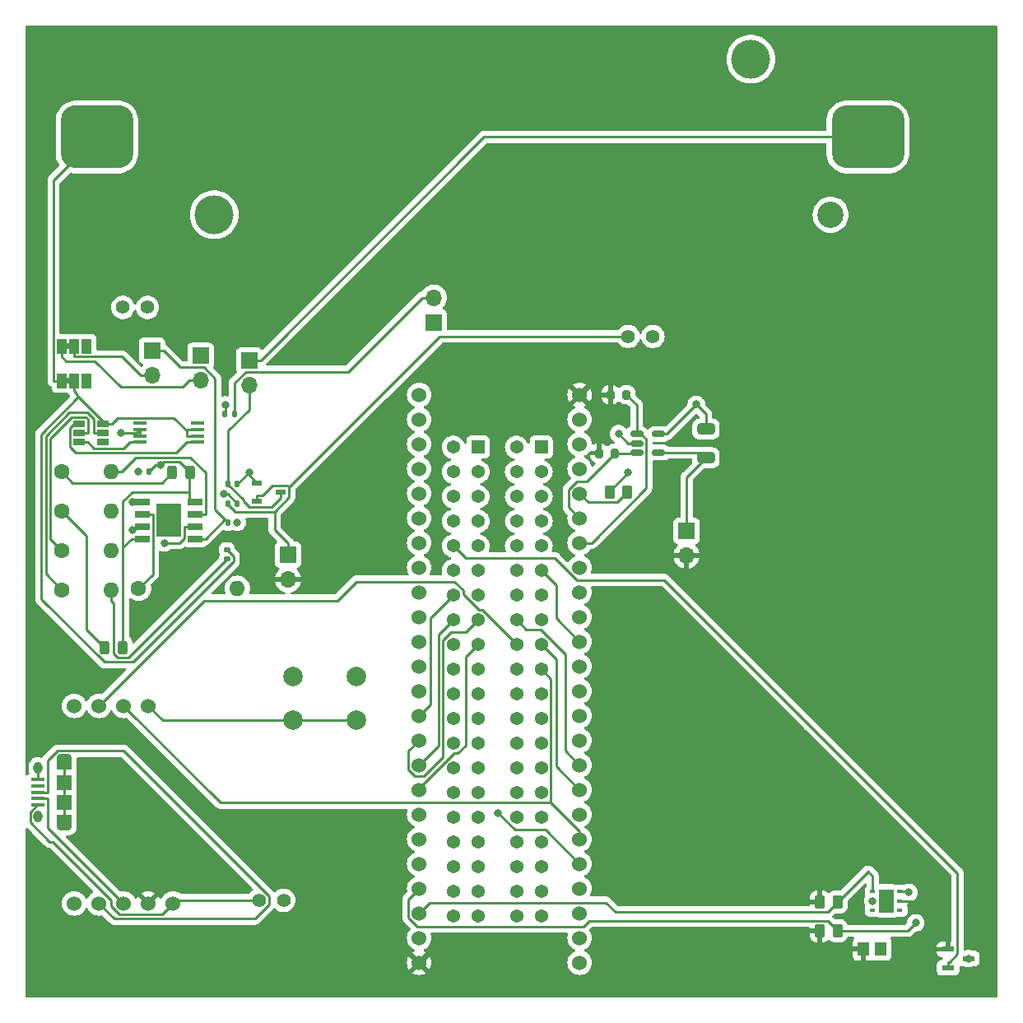
<source format=gbr>
%TF.GenerationSoftware,KiCad,Pcbnew,(7.0.0)*%
%TF.CreationDate,2023-04-14T09:45:00+02:00*%
%TF.ProjectId,overall scematic,6f766572-616c-46c2-9073-63656d617469,rev?*%
%TF.SameCoordinates,Original*%
%TF.FileFunction,Copper,L1,Top*%
%TF.FilePolarity,Positive*%
%FSLAX46Y46*%
G04 Gerber Fmt 4.6, Leading zero omitted, Abs format (unit mm)*
G04 Created by KiCad (PCBNEW (7.0.0)) date 2023-04-14 09:45:00*
%MOMM*%
%LPD*%
G01*
G04 APERTURE LIST*
G04 Aperture macros list*
%AMRoundRect*
0 Rectangle with rounded corners*
0 $1 Rounding radius*
0 $2 $3 $4 $5 $6 $7 $8 $9 X,Y pos of 4 corners*
0 Add a 4 corners polygon primitive as box body*
4,1,4,$2,$3,$4,$5,$6,$7,$8,$9,$2,$3,0*
0 Add four circle primitives for the rounded corners*
1,1,$1+$1,$2,$3*
1,1,$1+$1,$4,$5*
1,1,$1+$1,$6,$7*
1,1,$1+$1,$8,$9*
0 Add four rect primitives between the rounded corners*
20,1,$1+$1,$2,$3,$4,$5,0*
20,1,$1+$1,$4,$5,$6,$7,0*
20,1,$1+$1,$6,$7,$8,$9,0*
20,1,$1+$1,$8,$9,$2,$3,0*%
G04 Aperture macros list end*
%TA.AperFunction,ComponentPad*%
%ADD10R,1.700000X1.700000*%
%TD*%
%TA.AperFunction,ComponentPad*%
%ADD11O,1.700000X1.700000*%
%TD*%
%TA.AperFunction,ComponentPad*%
%ADD12C,4.000000*%
%TD*%
%TA.AperFunction,ComponentPad*%
%ADD13C,2.700000*%
%TD*%
%TA.AperFunction,SMDPad,CuDef*%
%ADD14RoundRect,1.625000X-2.125000X-1.625000X2.125000X-1.625000X2.125000X1.625000X-2.125000X1.625000X0*%
%TD*%
%TA.AperFunction,SMDPad,CuDef*%
%ADD15R,1.150000X1.450000*%
%TD*%
%TA.AperFunction,SMDPad,CuDef*%
%ADD16R,1.200000X0.650000*%
%TD*%
%TA.AperFunction,SMDPad,CuDef*%
%ADD17R,1.475000X0.450000*%
%TD*%
%TA.AperFunction,ComponentPad*%
%ADD18R,1.370000X1.370000*%
%TD*%
%TA.AperFunction,ComponentPad*%
%ADD19C,1.370000*%
%TD*%
%TA.AperFunction,SMDPad,CuDef*%
%ADD20R,1.300000X0.600000*%
%TD*%
%TA.AperFunction,SMDPad,CuDef*%
%ADD21R,1.070003X0.600000*%
%TD*%
%TA.AperFunction,ComponentPad*%
%ADD22C,1.524000*%
%TD*%
%TA.AperFunction,SMDPad,CuDef*%
%ADD23R,2.513000X3.402000*%
%TD*%
%TA.AperFunction,SMDPad,CuDef*%
%ADD24R,1.525000X0.700000*%
%TD*%
%TA.AperFunction,ComponentPad*%
%ADD25C,2.000000*%
%TD*%
%TA.AperFunction,SMDPad,CuDef*%
%ADD26RoundRect,0.140000X-0.140000X-0.170000X0.140000X-0.170000X0.140000X0.170000X-0.140000X0.170000X0*%
%TD*%
%TA.AperFunction,SMDPad,CuDef*%
%ADD27RoundRect,0.140000X0.170000X-0.140000X0.170000X0.140000X-0.170000X0.140000X-0.170000X-0.140000X0*%
%TD*%
%TA.AperFunction,SMDPad,CuDef*%
%ADD28RoundRect,0.140000X0.140000X0.170000X-0.140000X0.170000X-0.140000X-0.170000X0.140000X-0.170000X0*%
%TD*%
%TA.AperFunction,SMDPad,CuDef*%
%ADD29RoundRect,0.250000X0.650000X-0.325000X0.650000X0.325000X-0.650000X0.325000X-0.650000X-0.325000X0*%
%TD*%
%TA.AperFunction,SMDPad,CuDef*%
%ADD30R,1.350000X0.400000*%
%TD*%
%TA.AperFunction,SMDPad,CuDef*%
%ADD31R,1.550000X1.200000*%
%TD*%
%TA.AperFunction,ComponentPad*%
%ADD32O,0.950000X1.250000*%
%TD*%
%TA.AperFunction,SMDPad,CuDef*%
%ADD33R,1.550000X1.500000*%
%TD*%
%TA.AperFunction,ComponentPad*%
%ADD34O,1.550000X0.890000*%
%TD*%
%TA.AperFunction,SMDPad,CuDef*%
%ADD35RoundRect,0.243750X-0.243750X-0.456250X0.243750X-0.456250X0.243750X0.456250X-0.243750X0.456250X0*%
%TD*%
%TA.AperFunction,SMDPad,CuDef*%
%ADD36R,1.000000X1.500000*%
%TD*%
%TA.AperFunction,SMDPad,CuDef*%
%ADD37R,1.500000X2.400000*%
%TD*%
%TA.AperFunction,SMDPad,CuDef*%
%ADD38R,0.600000X0.400000*%
%TD*%
%TA.AperFunction,SMDPad,CuDef*%
%ADD39RoundRect,0.150000X-0.512500X-0.150000X0.512500X-0.150000X0.512500X0.150000X-0.512500X0.150000X0*%
%TD*%
%TA.AperFunction,SMDPad,CuDef*%
%ADD40RoundRect,0.135000X-0.135000X-0.185000X0.135000X-0.185000X0.135000X0.185000X-0.135000X0.185000X0*%
%TD*%
%TA.AperFunction,SMDPad,CuDef*%
%ADD41RoundRect,0.200000X-0.200000X-0.275000X0.200000X-0.275000X0.200000X0.275000X-0.200000X0.275000X0*%
%TD*%
%TA.AperFunction,SMDPad,CuDef*%
%ADD42RoundRect,0.250000X-0.262500X-0.450000X0.262500X-0.450000X0.262500X0.450000X-0.262500X0.450000X0*%
%TD*%
%TA.AperFunction,ComponentPad*%
%ADD43O,1.600000X1.600000*%
%TD*%
%TA.AperFunction,ComponentPad*%
%ADD44C,1.600000*%
%TD*%
%TA.AperFunction,ComponentPad*%
%ADD45C,1.400000*%
%TD*%
%TA.AperFunction,ViaPad*%
%ADD46C,0.800000*%
%TD*%
%TA.AperFunction,Conductor*%
%ADD47C,0.250000*%
%TD*%
G04 APERTURE END LIST*
%TO.C,JP2*%
G36*
X114600000Y-88850000D02*
G01*
X114100000Y-88850000D01*
X114100000Y-88250000D01*
X114600000Y-88250000D01*
X114600000Y-88850000D01*
G37*
%TO.C,JP1*%
G36*
X114600000Y-85300000D02*
G01*
X114100000Y-85300000D01*
X114100000Y-84700000D01*
X114600000Y-84700000D01*
X114600000Y-85300000D01*
G37*
%TD*%
D10*
%TO.P,J2,1,Pin_1*%
%TO.N,Vreg_Out*%
X151999999Y-82539999D03*
D11*
%TO.P,J2,2,Pin_2*%
%TO.N,/Power module/5V*%
X151999999Y-79999999D03*
%TD*%
D12*
%TO.P,BT1,*%
%TO.N,*%
X129400000Y-71475000D03*
X184600000Y-55475000D03*
D13*
X192820000Y-71475000D03*
D14*
%TO.P,BT1,1,+*%
%TO.N,/Battery+*%
X196650000Y-63475000D03*
%TO.P,BT1,2,-*%
%TO.N,/Battery-*%
X117350000Y-63475000D03*
%TD*%
D15*
%TO.P,C5,2*%
%TO.N,GND*%
X197999999Y-146999999D03*
%TO.P,C5,1*%
%TO.N,/Supply_Voltage*%
X196199999Y-146999999D03*
%TD*%
D16*
%TO.P,IC1,6,GND*%
%TO.N,Net-(IC1-GND)*%
X117961999Y-92954999D03*
%TO.P,IC1,5,VCC*%
%TO.N,Net-(IC1-VCC)*%
X117961999Y-93904999D03*
%TO.P,IC1,4,TD*%
%TO.N,unconnected-(IC1-TD-Pad4)*%
X117961999Y-94854999D03*
%TO.P,IC1,3,OC*%
%TO.N,/Power module/OC*%
X115461999Y-94854999D03*
%TO.P,IC1,2,CS*%
%TO.N,Net-(IC1-CS)*%
X115461999Y-93904999D03*
%TO.P,IC1,1,OD*%
%TO.N,/Power module/OD*%
X115461999Y-92954999D03*
%TD*%
D17*
%TO.P,Q1,8,D12_2*%
%TO.N,unconnected-(Q1-D12_2-Pad8)*%
X127649999Y-92929999D03*
%TO.P,Q1,7,S2_2*%
%TO.N,Net-(IC1-GND)*%
X127649999Y-93579999D03*
%TO.P,Q1,6,S2_1*%
X127649999Y-94229999D03*
%TO.P,Q1,5,G2*%
%TO.N,/Power module/OD*%
X127649999Y-94879999D03*
%TO.P,Q1,4,G1*%
%TO.N,/Power module/OC*%
X121773999Y-94879999D03*
%TO.P,Q1,3,S1_2*%
%TO.N,GND*%
X121773999Y-94229999D03*
%TO.P,Q1,2,S1_1*%
X121773999Y-93579999D03*
%TO.P,Q1,1,D12_1*%
%TO.N,unconnected-(Q1-D12_1-Pad1)*%
X121773999Y-92929999D03*
%TD*%
D18*
%TO.P,J13,01*%
%TO.N,N/C*%
X163039999Y-95379999D03*
D19*
%TO.P,J13,02*%
X160500000Y-95380000D03*
%TO.P,J13,03*%
X163040000Y-97920000D03*
%TO.P,J13,04*%
X160500000Y-97920000D03*
%TO.P,J13,05*%
X163040000Y-100460000D03*
%TO.P,J13,06*%
X160500000Y-100460000D03*
%TO.P,J13,07*%
X163040000Y-103000000D03*
%TO.P,J13,08*%
X160500000Y-103000000D03*
%TO.P,J13,09*%
X163040000Y-105540000D03*
%TO.P,J13,10,Pin_10*%
%TO.N,/Micro controller pin outs/PB3*%
X160500000Y-105540000D03*
%TO.P,J13,11,Pin_11*%
%TO.N,/Micro controller pin outs/PA15*%
X163040000Y-108080000D03*
%TO.P,J13,12,Pin_12*%
%TO.N,/Micro controller pin outs/PA14*%
X160500000Y-108080000D03*
%TO.P,J13,13,Pin_13*%
%TO.N,/Micro controller pin outs/PF7*%
X163040000Y-110620000D03*
%TO.P,J13,14,Pin_14*%
%TO.N,/Micro controller pin outs/PF6*%
X160500000Y-110620000D03*
%TO.P,J13,15,Pin_15*%
%TO.N,/Micro controller pin outs/PA13*%
X163040000Y-113160000D03*
%TO.P,J13,16,Pin_16*%
%TO.N,/Micro controller pin outs/PA12*%
X160500000Y-113160000D03*
%TO.P,J13,17,Pin_17*%
%TO.N,/Micro controller pin outs/PA11*%
X163040000Y-115700000D03*
%TO.P,J13,18,Pin_18*%
%TO.N,/Micro controller pin outs/PA10*%
X160500000Y-115700000D03*
%TO.P,J13,19,Pin_19*%
%TO.N,/Micro controller pin outs/PA9*%
X163040000Y-118240000D03*
%TO.P,J13,20,Pin_20*%
%TO.N,/Micro controller pin outs/PA8*%
X160500000Y-118240000D03*
%TO.P,J13,21,Pin_21*%
%TO.N,/Micro controller pin outs/PB15*%
X163040000Y-120780000D03*
%TO.P,J13,22,Pin_22*%
%TO.N,/Micro controller pin outs/PB14*%
X160500000Y-120780000D03*
%TO.P,J13,23,Pin_23*%
%TO.N,/Micro controller pin outs/PB13*%
X163040000Y-123320000D03*
%TO.P,J13,24,Pin_24*%
%TO.N,/Micro controller pin outs/PB12*%
X160500000Y-123320000D03*
%TO.P,J13,25*%
%TO.N,N/C*%
X163040000Y-125860000D03*
%TO.P,J13,26*%
X160500000Y-125860000D03*
%TO.P,J13,27*%
X163040000Y-128400000D03*
%TO.P,J13,28*%
X160500000Y-128400000D03*
%TO.P,J13,29*%
X163040000Y-130940000D03*
%TO.P,J13,30*%
X160500000Y-130940000D03*
%TO.P,J13,31*%
X163040000Y-133480000D03*
%TO.P,J13,32*%
X160500000Y-133480000D03*
%TO.P,J13,33*%
X163040000Y-136020000D03*
%TO.P,J13,34*%
X160500000Y-136020000D03*
%TO.P,J13,35*%
X163040000Y-138560000D03*
%TO.P,J13,36*%
X160500000Y-138560000D03*
%TO.P,J13,37*%
X163040000Y-141100000D03*
%TO.P,J13,38*%
X160500000Y-141100000D03*
%TO.P,J13,39*%
X163040000Y-143640000D03*
%TO.P,J13,40*%
X160500000Y-143640000D03*
%TD*%
D18*
%TO.P,J12,01*%
%TO.N,N/C*%
X156539999Y-95379999D03*
D19*
%TO.P,J12,02*%
X154000000Y-95380000D03*
%TO.P,J12,03*%
X156540000Y-97920000D03*
%TO.P,J12,04*%
X154000000Y-97920000D03*
%TO.P,J12,05*%
X156540000Y-100460000D03*
%TO.P,J12,06*%
X154000000Y-100460000D03*
%TO.P,J12,07*%
X156540000Y-103000000D03*
%TO.P,J12,08*%
X154000000Y-103000000D03*
%TO.P,J12,09*%
X156540000Y-105540000D03*
%TO.P,J12,10,Pin_10*%
%TO.N,/Micro controller pin outs/PA0*%
X154000000Y-105540000D03*
%TO.P,J12,11,Pin_11*%
%TO.N,/Micro controller pin outs/PA1*%
X156540000Y-108080000D03*
%TO.P,J12,12,Pin_12*%
%TO.N,/Micro controller pin outs/PA2*%
X154000000Y-108080000D03*
%TO.P,J12,13,Pin_13*%
%TO.N,/Micro controller pin outs/PA3*%
X156540000Y-110620000D03*
%TO.P,J12,14,Pin_14*%
%TO.N,/Micro controller pin outs/PA4*%
X154000000Y-110620000D03*
%TO.P,J12,15,Pin_15*%
%TO.N,/Micro controller pin outs/PA5*%
X156540000Y-113160000D03*
%TO.P,J12,16,Pin_16*%
%TO.N,/Micro controller pin outs/PA6*%
X154000000Y-113160000D03*
%TO.P,J12,17,Pin_17*%
%TO.N,/Micro controller pin outs/PA7*%
X156540000Y-115700000D03*
%TO.P,J12,18,Pin_18*%
%TO.N,/Micro controller pin outs/PB0*%
X154000000Y-115700000D03*
%TO.P,J12,19,Pin_19*%
%TO.N,/Micro controller pin outs/PB1*%
X156540000Y-118240000D03*
%TO.P,J12,20,Pin_20*%
%TO.N,/Micro controller pin outs/PB2*%
X154000000Y-118240000D03*
%TO.P,J12,21,Pin_21*%
%TO.N,/SCL*%
X156540000Y-120780000D03*
%TO.P,J12,22,Pin_22*%
%TO.N,/SDA*%
X154000000Y-120780000D03*
%TO.P,J12,23,Pin_23*%
%TO.N,GND*%
X156540000Y-123320000D03*
%TO.P,J12,24,Pin_24*%
%TO.N,/Supply_Voltage*%
X154000000Y-123320000D03*
%TO.P,J12,25*%
%TO.N,N/C*%
X156540000Y-125860000D03*
%TO.P,J12,26*%
X154000000Y-125860000D03*
%TO.P,J12,27*%
X156540000Y-128400000D03*
%TO.P,J12,28*%
X154000000Y-128400000D03*
%TO.P,J12,29*%
X156540000Y-130940000D03*
%TO.P,J12,30*%
X154000000Y-130940000D03*
%TO.P,J12,31*%
X156540000Y-133480000D03*
%TO.P,J12,32*%
X154000000Y-133480000D03*
%TO.P,J12,33*%
X156540000Y-136020000D03*
%TO.P,J12,34*%
X154000000Y-136020000D03*
%TO.P,J12,35*%
X156540000Y-138560000D03*
%TO.P,J12,36*%
X154000000Y-138560000D03*
%TO.P,J12,37*%
X156540000Y-141100000D03*
%TO.P,J12,38*%
X154000000Y-141100000D03*
%TO.P,J12,39*%
X156540000Y-143640000D03*
%TO.P,J12,40*%
X154000000Y-143640000D03*
%TD*%
D20*
%TO.P,U5,3,GND*%
%TO.N,GND*%
X206999999Y-147999999D03*
%TO.P,U5,2,VOUT*%
%TO.N,/Micro controller pin outs/PA0*%
X204899999Y-148949999D03*
%TO.P,U5,1,VDD*%
%TO.N,/Supply_Voltage*%
X204899999Y-147049999D03*
%TD*%
D21*
%TO.P,U1,3,VIN*%
%TO.N,Net-(J4-Pin_2)*%
X136235076Y-99999999D03*
%TO.P,U1,2,VOUT*%
%TO.N,Net-(J6-Pin_1)*%
X133764922Y-100949961D03*
%TO.P,U1,1,GND*%
%TO.N,GND*%
X133764922Y-99050037D03*
%TD*%
D22*
%TO.P,U3,1,5V_USB*%
%TO.N,Vreg_Out*%
X125160000Y-142320000D03*
%TO.P,U3,2,V_Target*%
%TO.N,/Supply_Voltage*%
X122620000Y-142320000D03*
%TO.P,U3,3,USB_DM*%
%TO.N,Data -*%
X120080000Y-142320000D03*
%TO.P,U3,4,USB_DP*%
%TO.N,Data +*%
X117540000Y-142320000D03*
%TO.P,U3,5,GND*%
%TO.N,GND*%
X115000000Y-142320000D03*
%TO.P,U3,6,T_NRST*%
%TO.N,/Micro controller pin outs/NRST*%
X122620000Y-122000000D03*
%TO.P,U3,7,T_SWCLK*%
%TO.N,/Micro controller pin outs/PA9*%
X120080000Y-122000000D03*
%TO.P,U3,8,T_SWDIO*%
%TO.N,/Micro controller pin outs/PA10*%
X117540000Y-122000000D03*
%TO.P,U3,9,T_SWO*%
%TO.N,unconnected-(U3-T_SWO-Pad9)*%
X115000000Y-122000000D03*
%TD*%
%TO.P,J9,1,Pin_1*%
%TO.N,Vreg_Out*%
X150490000Y-90000000D03*
%TO.P,J9,2,Pin_2*%
%TO.N,/Micro controller pin outs/PC13*%
X150490000Y-92540000D03*
%TO.P,J9,3,Pin_3*%
%TO.N,/Micro controller pin outs/PC14*%
X150490000Y-95080000D03*
%TO.P,J9,4,Pin_4*%
%TO.N,/Micro controller pin outs/PC15*%
X150490000Y-97620000D03*
%TO.P,J9,5,Pin_5*%
%TO.N,/Micro controller pin outs/PF0*%
X150490000Y-100160000D03*
%TO.P,J9,6,Pin_6*%
%TO.N,/Micro controller pin outs/PF1*%
X150490000Y-102700000D03*
%TO.P,J9,7,Pin_7*%
%TO.N,/Micro controller pin outs/NRST*%
X150490000Y-105240000D03*
%TO.P,J9,8,Pin_8*%
%TO.N,GND*%
X150490000Y-107780000D03*
%TO.P,J9,9,Pin_9*%
%TO.N,/Micro controller pin outs/VDDA*%
X150490000Y-110320000D03*
%TO.P,J9,10,Pin_10*%
%TO.N,/Micro controller pin outs/PA0*%
X150490000Y-112860000D03*
%TO.P,J9,11,Pin_11*%
%TO.N,/Micro controller pin outs/PA1*%
X150490000Y-115400000D03*
%TO.P,J9,12,Pin_12*%
%TO.N,/Micro controller pin outs/PA2*%
X150490000Y-117940000D03*
%TO.P,J9,13,Pin_13*%
%TO.N,/Micro controller pin outs/PA3*%
X150490000Y-120480000D03*
%TO.P,J9,14,Pin_14*%
%TO.N,/Micro controller pin outs/PA4*%
X150490000Y-123020000D03*
%TO.P,J9,15,Pin_15*%
%TO.N,/Micro controller pin outs/PA5*%
X150490000Y-125560000D03*
%TO.P,J9,16,Pin_16*%
%TO.N,/Micro controller pin outs/PA6*%
X150490000Y-128100000D03*
%TO.P,J9,17,Pin_17*%
%TO.N,/Micro controller pin outs/PA7*%
X150490000Y-130640000D03*
%TO.P,J9,18,Pin_18*%
%TO.N,/Micro controller pin outs/PB0*%
X150490000Y-133180000D03*
%TO.P,J9,19,Pin_19*%
%TO.N,/Micro controller pin outs/PB1*%
X150490000Y-135720000D03*
%TO.P,J9,20,Pin_20*%
%TO.N,/Micro controller pin outs/PB2*%
X150490000Y-138260000D03*
%TO.P,J9,21,Pin_21*%
%TO.N,/SCL*%
X150490000Y-140800000D03*
%TO.P,J9,22,Pin_22*%
%TO.N,/SDA*%
X150490000Y-143340000D03*
%TO.P,J9,23,Pin_23*%
%TO.N,GND*%
X150490000Y-145880000D03*
%TO.P,J9,24,Pin_24*%
%TO.N,/Supply_Voltage*%
X150490000Y-148420000D03*
%TO.P,J9,25,Pin_25*%
%TO.N,/Micro controller pin outs/PB12*%
X167000000Y-148420000D03*
%TO.P,J9,26,Pin_26*%
%TO.N,/Micro controller pin outs/PB13*%
X167000000Y-145880000D03*
%TO.P,J9,27,Pin_27*%
%TO.N,/Micro controller pin outs/PB14*%
X167000000Y-143340000D03*
%TO.P,J9,28,Pin_28*%
%TO.N,/Micro controller pin outs/PB15*%
X167000000Y-140800000D03*
%TO.P,J9,29,Pin_29*%
%TO.N,/Micro controller pin outs/PA8*%
X167000000Y-138260000D03*
%TO.P,J9,30,Pin_30*%
%TO.N,/Micro controller pin outs/PA9*%
X167000000Y-135720000D03*
%TO.P,J9,31,Pin_31*%
%TO.N,/Micro controller pin outs/PA10*%
X167000000Y-133180000D03*
%TO.P,J9,32,Pin_32*%
%TO.N,/Micro controller pin outs/PA11*%
X167000000Y-130640000D03*
%TO.P,J9,33,Pin_33*%
%TO.N,/Micro controller pin outs/PA12*%
X167000000Y-128100000D03*
%TO.P,J9,34,Pin_34*%
%TO.N,/Micro controller pin outs/PA13*%
X167000000Y-125560000D03*
%TO.P,J9,35,Pin_35*%
%TO.N,/Micro controller pin outs/PF6*%
X167000000Y-123020000D03*
%TO.P,J9,36,Pin_36*%
%TO.N,/Micro controller pin outs/PF7*%
X167000000Y-120480000D03*
%TO.P,J9,37,Pin_37*%
%TO.N,/Micro controller pin outs/PA14*%
X167000000Y-117940000D03*
%TO.P,J9,38,Pin_38*%
%TO.N,/Micro controller pin outs/PA15*%
X167000000Y-115400000D03*
%TO.P,J9,39,Pin_39*%
%TO.N,/Micro controller pin outs/PB3*%
X167000000Y-112860000D03*
%TO.P,J9,40,Pin_40*%
%TO.N,/Micro controller pin outs/PB4*%
X167000000Y-110320000D03*
%TO.P,J9,41,Pin_41*%
%TO.N,/Micro controller pin outs/PB5*%
X167000000Y-107780000D03*
%TO.P,J9,42,Pin_42*%
%TO.N,/Micro controller pin outs/PB6*%
X167000000Y-105240000D03*
%TO.P,J9,43,Pin_43*%
%TO.N,/Micro controller pin outs/PB7*%
X167000000Y-102700000D03*
%TO.P,J9,44,Pin_44*%
%TO.N,/Micro controller pin outs/BOOT*%
X167000000Y-100160000D03*
%TO.P,J9,45,Pin_45*%
%TO.N,/Micro controller pin outs/PB8*%
X167000000Y-97620000D03*
%TO.P,J9,46,Pin_46*%
%TO.N,/Micro controller pin outs/PB9*%
X167000000Y-95080000D03*
%TO.P,J9,47,Pin_47*%
%TO.N,GND*%
X167000000Y-92540000D03*
%TO.P,J9,48,Pin_48*%
%TO.N,/Supply_Voltage*%
X167000000Y-90000000D03*
%TD*%
D23*
%TO.P,J3,9,EP*%
%TO.N,unconnected-(J3-EP-Pad9)*%
X124711999Y-102904999D03*
D24*
%TO.P,J3,8,CE*%
%TO.N,/Power module/Vcc_IC*%
X127423999Y-100999999D03*
%TO.P,J3,7,~{CHRG}*%
%TO.N,Net-(J3-~{CHRG})*%
X127423999Y-102269999D03*
%TO.P,J3,6,~{STDBY}*%
%TO.N,Net-(J3-~{STDBY})*%
X127423999Y-103539999D03*
%TO.P,J3,5,BAT*%
%TO.N,Net-(J3-BAT)*%
X127423999Y-104809999D03*
%TO.P,J3,4,VCC4*%
%TO.N,/Power module/Vcc_IC*%
X121999999Y-104809999D03*
%TO.P,J3,3,GND_3*%
%TO.N,GND*%
X121999999Y-103539999D03*
%TO.P,J3,2,PROG2*%
%TO.N,Net-(J3-PROG2)*%
X121999999Y-102269999D03*
%TO.P,J3,1,TEMP1*%
%TO.N,GND*%
X121999999Y-100999999D03*
%TD*%
D25*
%TO.P,SW1,1,1*%
%TO.N,GND*%
X144000000Y-119000000D03*
X137500000Y-119000000D03*
%TO.P,SW1,2,2*%
%TO.N,/Micro controller pin outs/NRST*%
X144000000Y-123500000D03*
X137500000Y-123500000D03*
%TD*%
D26*
%TO.P,C3,2*%
%TO.N,GND*%
X131792000Y-101185000D03*
%TO.P,C3,1*%
%TO.N,Net-(J6-Pin_1)*%
X130832000Y-101185000D03*
%TD*%
%TO.P,C4,2*%
%TO.N,GND*%
X131792000Y-103155000D03*
%TO.P,C4,1*%
%TO.N,Net-(J3-BAT)*%
X130832000Y-103155000D03*
%TD*%
D27*
%TO.P,C6,2*%
%TO.N,Net-(IC1-GND)*%
X130712000Y-105945000D03*
%TO.P,C6,1*%
%TO.N,Net-(J7-Pin_1)*%
X130712000Y-106905000D03*
%TD*%
D26*
%TO.P,C2,2*%
%TO.N,GND*%
X131792000Y-99215000D03*
%TO.P,C2,1*%
%TO.N,Net-(J4-Pin_2)*%
X130832000Y-99215000D03*
%TD*%
D28*
%TO.P,C1,2*%
%TO.N,GND*%
X121712000Y-97905000D03*
%TO.P,C1,1*%
%TO.N,/Power module/Vcc_IC*%
X122672000Y-97905000D03*
%TD*%
D29*
%TO.P,C10,1*%
%TO.N,Net-(J19-Pin_1)*%
X180000000Y-96475000D03*
%TO.P,C10,2*%
%TO.N,GND*%
X180000000Y-93525000D03*
%TD*%
D10*
%TO.P,J19,1,Pin_1*%
%TO.N,Net-(J19-Pin_1)*%
X177999999Y-103999999D03*
D11*
%TO.P,J19,2,Pin_2*%
%TO.N,/Supply_Voltage*%
X177999999Y-106539999D03*
%TD*%
D10*
%TO.P,J4,1,Pin_1*%
%TO.N,/Battery+*%
X132999999Y-86459999D03*
D11*
%TO.P,J4,2,Pin_2*%
%TO.N,Net-(J4-Pin_2)*%
X132999999Y-88999999D03*
%TD*%
%TO.P,J5,2,Pin_2*%
%TO.N,/Battery+*%
X122999999Y-87999999D03*
D10*
%TO.P,J5,1,Pin_1*%
%TO.N,Net-(J3-BAT)*%
X122999999Y-85459999D03*
%TD*%
%TO.P,J6,1,Pin_1*%
%TO.N,Net-(J6-Pin_1)*%
X136999999Y-106459999D03*
D11*
%TO.P,J6,2,Pin_2*%
%TO.N,/Supply_Voltage*%
X136999999Y-108999999D03*
%TD*%
%TO.P,J7,2,Pin_2*%
%TO.N,/Power module/V_Battery*%
X127999999Y-88539999D03*
D10*
%TO.P,J7,1,Pin_1*%
%TO.N,Net-(J7-Pin_1)*%
X127999999Y-85999999D03*
%TD*%
D30*
%TO.P,J1,1,VBUS*%
%TO.N,Vreg_Out*%
X111299999Y-132199999D03*
%TO.P,J1,2,D-*%
%TO.N,Data -*%
X111299999Y-131549999D03*
%TO.P,J1,3,D+*%
%TO.N,Data +*%
X111299999Y-130899999D03*
%TO.P,J1,4,ID*%
%TO.N,unconnected-(J1-ID-Pad4)*%
X111299999Y-130249999D03*
%TO.P,J1,5,GND*%
%TO.N,GND*%
X111299999Y-129599999D03*
D31*
%TO.P,J1,6,Shield*%
X113999999Y-133799999D03*
D32*
X111299999Y-128399999D03*
D33*
X113999999Y-129899999D03*
D34*
X113999999Y-127399999D03*
D31*
X113999999Y-127999999D03*
D32*
X111299999Y-133399999D03*
D33*
X113999999Y-131899999D03*
D34*
X113999999Y-134399999D03*
%TD*%
D35*
%TO.P,D1,2,A*%
%TO.N,/Power module/Vcc_IC*%
X126937500Y-98000000D03*
%TO.P,D1,1,K*%
%TO.N,Net-(D1-K)*%
X125062500Y-98000000D03*
%TD*%
D36*
%TO.P,JP2,3*%
%TO.N,N/C*%
X116299999Y-88549999D03*
%TO.P,JP2,2,B*%
%TO.N,Net-(IC1-GND)*%
X114999999Y-88549999D03*
%TO.P,JP2,1,A*%
%TO.N,/Battery-*%
X113699999Y-88549999D03*
%TD*%
%TO.P,JP1,3*%
%TO.N,N/C*%
X116299999Y-84999999D03*
%TO.P,JP1,2,B*%
%TO.N,/Battery+*%
X114999999Y-84999999D03*
%TO.P,JP1,1,A*%
%TO.N,/Power module/V_Battery*%
X113699999Y-84999999D03*
%TD*%
D35*
%TO.P,D2,2,A*%
%TO.N,/Power module/Vcc_IC*%
X120000000Y-116000000D03*
%TO.P,D2,1,K*%
%TO.N,Net-(D2-K)*%
X118125000Y-116000000D03*
%TD*%
D37*
%TO.P,U2,7,DAP*%
%TO.N,unconnected-(U2-DAP-Pad7)*%
X198549999Y-142059999D03*
D38*
%TO.P,U2,6,SCL*%
%TO.N,/SCL*%
X199949999Y-141109999D03*
%TO.P,U2,5,VCC*%
%TO.N,/Supply_Voltage*%
X199949999Y-142059999D03*
%TO.P,U2,4,NC*%
%TO.N,unconnected-(U2-NC-Pad4)*%
X199949999Y-143009999D03*
%TO.P,U2,3,NC*%
%TO.N,unconnected-(U2-NC-Pad3)*%
X197149999Y-143009999D03*
%TO.P,U2,2,GND*%
%TO.N,GND*%
X197149999Y-142059999D03*
%TO.P,U2,1,SDA*%
%TO.N,/SDA*%
X197149999Y-141109999D03*
%TD*%
D39*
%TO.P,U4,1,SCL*%
%TO.N,/Micro controller pin outs/PB6*%
X172862500Y-94050000D03*
%TO.P,U4,2,GND*%
%TO.N,GND*%
X172862500Y-95000000D03*
%TO.P,U4,3,SDA*%
%TO.N,/Micro controller pin outs/PB7*%
X172862500Y-95950000D03*
%TO.P,U4,4,VCC*%
%TO.N,Net-(J19-Pin_1)*%
X175137500Y-95950000D03*
%TO.P,U4,5,WP*%
%TO.N,GND*%
X175137500Y-94050000D03*
%TD*%
D40*
%TO.P,R2,2*%
%TO.N,/Power module/5V*%
X131510000Y-92000000D03*
%TO.P,R2,1*%
%TO.N,/Power module/Vcc_IC*%
X130490000Y-92000000D03*
%TD*%
D41*
%TO.P,R10,1*%
%TO.N,/Supply_Voltage*%
X169000000Y-96000000D03*
%TO.P,R10,2*%
%TO.N,/Micro controller pin outs/PB7*%
X170650000Y-96000000D03*
%TD*%
%TO.P,R11,1*%
%TO.N,/Supply_Voltage*%
X170175000Y-90000000D03*
%TO.P,R11,2*%
%TO.N,/Micro controller pin outs/PB6*%
X171825000Y-90000000D03*
%TD*%
D42*
%TO.P,R9,1*%
%TO.N,GND*%
X170087500Y-100000000D03*
%TO.P,R9,2*%
%TO.N,/Micro controller pin outs/BOOT*%
X171912500Y-100000000D03*
%TD*%
%TO.P,R8,2*%
%TO.N,/SCL*%
X193532500Y-145140000D03*
%TO.P,R8,1*%
%TO.N,/Supply_Voltage*%
X191707500Y-145140000D03*
%TD*%
%TO.P,R7,2*%
%TO.N,/SDA*%
X193532500Y-142190000D03*
%TO.P,R7,1*%
%TO.N,/Supply_Voltage*%
X191707500Y-142190000D03*
%TD*%
D43*
%TO.P,R1,2*%
%TO.N,GND*%
X131791999Y-109904999D03*
D44*
%TO.P,R1,1*%
%TO.N,Net-(J3-PROG2)*%
X121632000Y-109905000D03*
%TD*%
D43*
%TO.P,R5,2*%
%TO.N,GND*%
X118791999Y-106004999D03*
D44*
%TO.P,R5,1*%
%TO.N,Net-(IC1-CS)*%
X113712000Y-106005000D03*
%TD*%
D43*
%TO.P,R6,2*%
%TO.N,Net-(J7-Pin_1)*%
X118791999Y-110054999D03*
D44*
%TO.P,R6,1*%
%TO.N,Net-(IC1-VCC)*%
X113712000Y-110055000D03*
%TD*%
D43*
%TO.P,R3,2*%
%TO.N,Net-(J3-~{CHRG})*%
X118791999Y-97904999D03*
D44*
%TO.P,R3,1*%
%TO.N,Net-(D1-K)*%
X113712000Y-97905000D03*
%TD*%
D43*
%TO.P,R4,2*%
%TO.N,Net-(J3-~{STDBY})*%
X118791999Y-101954999D03*
D44*
%TO.P,R4,1*%
%TO.N,Net-(D2-K)*%
X113712000Y-101955000D03*
%TD*%
D45*
%TO.P,TP1,2*%
%TO.N,N/C*%
X136540000Y-142000000D03*
%TO.P,TP1,1,1*%
%TO.N,Vreg_Out*%
X134000000Y-142000000D03*
%TD*%
%TO.P,TP2,2*%
%TO.N,N/C*%
X174540000Y-84000000D03*
%TO.P,TP2,1,1*%
%TO.N,Net-(J6-Pin_1)*%
X172000000Y-84000000D03*
%TD*%
%TO.P,TP3,2*%
%TO.N,N/C*%
X122540000Y-81000000D03*
%TO.P,TP3,1,1*%
%TO.N,Net-(J3-BAT)*%
X120000000Y-81000000D03*
%TD*%
D46*
%TO.N,/Micro controller pin outs/PA8*%
X158617000Y-133029000D03*
%TO.N,/Power module/Vcc_IC*%
X130531000Y-91038100D03*
X123903000Y-97233000D03*
%TO.N,Net-(J3-~{STDBY})*%
X124264000Y-105230000D03*
%TO.N,/SCL*%
X201577900Y-144328100D03*
X200870000Y-141199100D03*
%TO.N,GND*%
X121560000Y-97940000D03*
X119800000Y-93910000D03*
X131760000Y-103120000D03*
X130380000Y-100210000D03*
X133000000Y-98000000D03*
X121000000Y-101000000D03*
X120962000Y-103927000D03*
X197150000Y-142060000D03*
X198000000Y-147000000D03*
X207000000Y-148000000D03*
X172000000Y-98000000D03*
X171000000Y-94000000D03*
X179000000Y-91000000D03*
%TO.N,/Supply_Voltage*%
X201890000Y-142070000D03*
%TD*%
D47*
%TO.N,GND*%
X111300000Y-129600000D02*
X111300000Y-128400000D01*
%TO.N,/Micro controller pin outs/PA8*%
X160338000Y-134750000D02*
X158617000Y-133029000D01*
X163490000Y-134750000D02*
X160338000Y-134750000D01*
X167000000Y-138260000D02*
X163490000Y-134750000D01*
%TO.N,/Micro controller pin outs/PA9*%
X167000000Y-134920000D02*
X164052000Y-131972000D01*
X167000000Y-135720000D02*
X167000000Y-134920000D01*
X164052000Y-119252000D02*
X163040000Y-118240000D01*
X164052000Y-131972000D02*
X164052000Y-119252000D01*
X130052000Y-131972000D02*
X120080000Y-122000000D01*
X164052000Y-131972000D02*
X130052000Y-131972000D01*
%TO.N,/Micro controller pin outs/PA10*%
X160500000Y-115658000D02*
X160500000Y-115700000D01*
X156959000Y-112116000D02*
X160500000Y-115658000D01*
X156604000Y-112116000D02*
X156959000Y-112116000D01*
X155010000Y-110523000D02*
X156604000Y-112116000D01*
X155010000Y-110135000D02*
X155010000Y-110523000D01*
X154095000Y-109220000D02*
X155010000Y-110135000D01*
X144046000Y-109220000D02*
X154095000Y-109220000D01*
X142084000Y-111182000D02*
X144046000Y-109220000D01*
X128358000Y-111182000D02*
X142084000Y-111182000D01*
X117540000Y-122000000D02*
X128358000Y-111182000D01*
%TO.N,/Micro controller pin outs/PA11*%
X164570000Y-117230000D02*
X163040000Y-115700000D01*
X164570000Y-128210000D02*
X164570000Y-117230000D01*
X167000000Y-130640000D02*
X164570000Y-128210000D01*
%TO.N,/Micro controller pin outs/PA12*%
X165547000Y-126647000D02*
X167000000Y-128100000D01*
X165547000Y-116726000D02*
X165547000Y-126647000D01*
X162992000Y-114170000D02*
X165547000Y-116726000D01*
X161510000Y-114170000D02*
X162992000Y-114170000D01*
X160500000Y-113160000D02*
X161510000Y-114170000D01*
%TO.N,/Micro controller pin outs/PA15*%
X164570000Y-109610000D02*
X163040000Y-108080000D01*
X164570000Y-112970000D02*
X164570000Y-109610000D01*
X167000000Y-115400000D02*
X164570000Y-112970000D01*
%TO.N,/Micro controller pin outs/PA7*%
X155270000Y-116970000D02*
X156540000Y-115700000D01*
X155270000Y-126065000D02*
X155270000Y-116970000D01*
X154465000Y-126870000D02*
X155270000Y-126065000D01*
X154098000Y-126870000D02*
X154465000Y-126870000D01*
X150490000Y-130478000D02*
X154098000Y-126870000D01*
X150490000Y-130640000D02*
X150490000Y-130478000D01*
%TO.N,/Micro controller pin outs/PA6*%
X152470000Y-114690000D02*
X154000000Y-113160000D01*
X152470000Y-126120000D02*
X152470000Y-114690000D01*
X150490000Y-128100000D02*
X152470000Y-126120000D01*
%TO.N,/Micro controller pin outs/PA5*%
X155270000Y-114430000D02*
X156540000Y-113160000D01*
X153785000Y-114430000D02*
X155270000Y-114430000D01*
X152920000Y-115295000D02*
X153785000Y-114430000D01*
X152920000Y-127273000D02*
X152920000Y-115295000D01*
X150947000Y-129247000D02*
X152920000Y-127273000D01*
X150064000Y-129247000D02*
X150947000Y-129247000D01*
X149401000Y-128584000D02*
X150064000Y-129247000D01*
X149401000Y-126649000D02*
X149401000Y-128584000D01*
X150490000Y-125560000D02*
X149401000Y-126649000D01*
%TO.N,/Micro controller pin outs/PA4*%
X151639000Y-112981000D02*
X154000000Y-110620000D01*
X151639000Y-121871000D02*
X151639000Y-112981000D01*
X150490000Y-123020000D02*
X151639000Y-121871000D01*
%TO.N,Net-(J19-Pin_1)*%
X178000000Y-98475000D02*
X178000000Y-104000000D01*
X180000000Y-96475000D02*
X178000000Y-98475000D01*
X179475000Y-95950000D02*
X180000000Y-96475000D01*
X175138000Y-95950000D02*
X179475000Y-95950000D01*
X175138000Y-95950000D02*
X175137500Y-95950000D01*
%TO.N,/Power module/5V*%
X131510000Y-88783200D02*
X131510000Y-92000000D01*
X132658000Y-87635200D02*
X131510000Y-88783200D01*
X143190000Y-87635200D02*
X132658000Y-87635200D01*
X150825000Y-80000000D02*
X143190000Y-87635200D01*
X152000000Y-80000000D02*
X150825000Y-80000000D01*
%TO.N,/Micro controller pin outs/BOOT*%
X170844000Y-101068000D02*
X171111000Y-100801000D01*
X167908000Y-101068000D02*
X170844000Y-101068000D01*
X167000000Y-100160000D02*
X167908000Y-101068000D01*
X171111000Y-100801000D02*
X171378000Y-100534000D01*
X171111500Y-100801000D02*
X171912500Y-100000000D01*
X171111000Y-100801000D02*
X171111500Y-100801000D01*
%TO.N,/Power module/OD*%
X114993000Y-92955000D02*
X115462000Y-92955000D01*
X114537000Y-93411100D02*
X114993000Y-92955000D01*
X114537000Y-95343500D02*
X114537000Y-93411100D01*
X115149000Y-95955300D02*
X114537000Y-95343500D01*
X125512000Y-95955300D02*
X115149000Y-95955300D01*
X126587000Y-94880000D02*
X125512000Y-95955300D01*
X127650000Y-94880000D02*
X126587000Y-94880000D01*
%TO.N,/Power module/OC*%
X120711000Y-94880000D02*
X121774000Y-94880000D01*
X120086000Y-95505100D02*
X120711000Y-94880000D01*
X117037000Y-95505100D02*
X120086000Y-95505100D01*
X116387000Y-94855000D02*
X117037000Y-95505100D01*
X115462000Y-94855000D02*
X116387000Y-94855000D01*
%TO.N,/Battery-*%
X112875000Y-67950100D02*
X117350000Y-63475000D01*
X112875000Y-88550000D02*
X112875000Y-67950100D01*
X113700000Y-88550000D02*
X112875000Y-88550000D01*
%TO.N,Net-(IC1-GND)*%
X118887000Y-92955000D02*
X117962000Y-92955000D01*
X119462000Y-92379800D02*
X118887000Y-92955000D01*
X125275000Y-92379800D02*
X119462000Y-92379800D01*
X126587000Y-93692600D02*
X125275000Y-92379800D01*
X126700000Y-93580000D02*
X127650000Y-93580000D01*
X126587000Y-93692600D02*
X126700000Y-93580000D01*
X126587000Y-94230000D02*
X126587000Y-93692600D01*
X127650000Y-94230000D02*
X126587000Y-94230000D01*
X130772000Y-105945000D02*
X130712000Y-105945000D01*
X131417000Y-106589000D02*
X130772000Y-105945000D01*
X131417000Y-107169000D02*
X131417000Y-106589000D01*
X121087000Y-117499000D02*
X131417000Y-107169000D01*
X118095000Y-117499000D02*
X121087000Y-117499000D01*
X111610000Y-111014000D02*
X118095000Y-117499000D01*
X111610000Y-94054300D02*
X111610000Y-111014000D01*
X115428000Y-90236600D02*
X111610000Y-94054300D01*
X115259000Y-90067800D02*
X115428000Y-90236600D01*
X115259000Y-89883800D02*
X115259000Y-90067800D01*
X115000000Y-89625100D02*
X115259000Y-89883800D01*
X115000000Y-88550000D02*
X115000000Y-89625100D01*
X117962000Y-92771100D02*
X117962000Y-92955000D01*
X115428000Y-90236600D02*
X117962000Y-92771100D01*
%TO.N,Net-(J3-BAT)*%
X128512000Y-104810000D02*
X127424000Y-104810000D01*
X130499000Y-102822000D02*
X128512000Y-104810000D01*
X129498000Y-101821000D02*
X130499000Y-102822000D01*
X129498000Y-88334900D02*
X129498000Y-101821000D01*
X128338000Y-87175200D02*
X129498000Y-88334900D01*
X125890000Y-87175200D02*
X128338000Y-87175200D01*
X124175000Y-85460000D02*
X125890000Y-87175200D01*
X123000000Y-85460000D02*
X124175000Y-85460000D01*
X130499000Y-102822000D02*
X130832000Y-103155000D01*
%TO.N,/Battery+*%
X115000000Y-86075100D02*
X115000000Y-85000000D01*
X119900000Y-86075100D02*
X115000000Y-86075100D01*
X121825000Y-88000000D02*
X119900000Y-86075100D01*
X123000000Y-88000000D02*
X121825000Y-88000000D01*
X157160000Y-63475000D02*
X196650000Y-63475000D01*
X134175000Y-86460000D02*
X157160000Y-63475000D01*
X133000000Y-86460000D02*
X134175000Y-86460000D01*
%TO.N,/Power module/V_Battery*%
X113700000Y-86075100D02*
X113700000Y-85000000D01*
X114150000Y-86525300D02*
X113700000Y-86075100D01*
X117125000Y-86525300D02*
X114150000Y-86525300D01*
X119799000Y-89198800D02*
X117125000Y-86525300D01*
X126166000Y-89198800D02*
X119799000Y-89198800D01*
X126825000Y-88540000D02*
X126166000Y-89198800D01*
X128000000Y-88540000D02*
X126825000Y-88540000D01*
%TO.N,Data +*%
X119112000Y-143892000D02*
X117540000Y-142320000D01*
X133576000Y-143892000D02*
X119112000Y-143892000D01*
X135043000Y-142425000D02*
X133576000Y-143892000D01*
X135043000Y-141568000D02*
X135043000Y-142425000D01*
X120101000Y-126626000D02*
X135043000Y-141568000D01*
X113285000Y-126626000D02*
X120101000Y-126626000D01*
X112300000Y-127610000D02*
X113285000Y-126626000D01*
X112300000Y-130900000D02*
X112300000Y-127610000D01*
X111300000Y-130900000D02*
X112300000Y-130900000D01*
%TO.N,Data -*%
X112300000Y-134540000D02*
X120080000Y-142320000D01*
X112300000Y-131550000D02*
X112300000Y-134540000D01*
X111300000Y-131550000D02*
X112300000Y-131550000D01*
%TO.N,Vreg_Out*%
X125480000Y-142000000D02*
X125160000Y-142320000D01*
X134000000Y-142000000D02*
X125480000Y-142000000D01*
X111210000Y-132200000D02*
X111300000Y-132200000D01*
X110492000Y-132919000D02*
X111210000Y-132200000D01*
X110492000Y-133990000D02*
X110492000Y-132919000D01*
X112476000Y-135975000D02*
X110492000Y-133990000D01*
X112759000Y-135975000D02*
X112476000Y-135975000D01*
X118810000Y-142026000D02*
X112759000Y-135975000D01*
X118810000Y-142592000D02*
X118810000Y-142026000D01*
X119633000Y-143414000D02*
X118810000Y-142592000D01*
X124066000Y-143414000D02*
X119633000Y-143414000D01*
X125160000Y-142320000D02*
X124066000Y-143414000D01*
%TO.N,/SDA*%
X193017500Y-142705000D02*
X193532500Y-142190000D01*
X192503000Y-143220000D02*
X193017500Y-142705000D01*
X170666000Y-143220000D02*
X192503000Y-143220000D01*
X169687000Y-142240000D02*
X170666000Y-143220000D01*
X151590000Y-142240000D02*
X169687000Y-142240000D01*
X150490000Y-143340000D02*
X151590000Y-142240000D01*
X197150000Y-139528000D02*
X197150000Y-141110000D01*
X196672000Y-139050000D02*
X197150000Y-139528000D01*
X193532000Y-142190000D02*
X196672000Y-139050000D01*
X193017500Y-142705000D02*
X193532000Y-142190000D01*
%TO.N,Net-(J7-Pin_1)*%
X120591000Y-117026000D02*
X130712000Y-106905000D01*
X119506000Y-117026000D02*
X120591000Y-117026000D01*
X119062000Y-116583000D02*
X119506000Y-117026000D01*
X119062000Y-111451000D02*
X119062000Y-116583000D01*
X118792000Y-111180000D02*
X119062000Y-111451000D01*
X118792000Y-110055000D02*
X118792000Y-111180000D01*
%TO.N,Net-(J6-Pin_1)*%
X131625000Y-102054000D02*
X135612000Y-102054000D01*
X130832000Y-101260000D02*
X131625000Y-102054000D01*
X130832000Y-101185000D02*
X130832000Y-101260000D01*
X137000000Y-105285000D02*
X137000000Y-106460000D01*
X135612000Y-103897000D02*
X137000000Y-105285000D01*
X135612000Y-102054000D02*
X135612000Y-103897000D01*
X152599000Y-84000000D02*
X137098000Y-99500600D01*
X172000000Y-84000000D02*
X152599000Y-84000000D01*
X137098000Y-100567000D02*
X137098000Y-99500600D01*
X135612000Y-102054000D02*
X137098000Y-100567000D01*
X133765000Y-100325000D02*
X133765000Y-100481500D01*
X134390000Y-100325000D02*
X133765000Y-100325000D01*
X135352000Y-99362700D02*
X134390000Y-100325000D01*
X136960000Y-99362700D02*
X135352000Y-99362700D01*
X137098000Y-99500600D02*
X136960000Y-99362700D01*
X133765000Y-100481500D02*
X133765000Y-100638000D01*
X133764900Y-100481600D02*
X133764900Y-100950000D01*
X133765000Y-100481500D02*
X133764900Y-100481600D01*
%TO.N,/Power module/Vcc_IC*%
X120912000Y-104810000D02*
X120000000Y-105722000D01*
X122000000Y-104810000D02*
X120912000Y-104810000D01*
X126880000Y-101000000D02*
X126880000Y-100000000D01*
X127424000Y-101000000D02*
X126880000Y-101000000D01*
X120000000Y-116000000D02*
X120000000Y-105722000D01*
X130531000Y-91958700D02*
X130531000Y-91038100D01*
X130490000Y-92000000D02*
X130531000Y-91958700D01*
X123344000Y-97233000D02*
X122672000Y-97905000D01*
X123903000Y-97233000D02*
X123344000Y-97233000D01*
X120975000Y-100000000D02*
X126880000Y-100000000D01*
X120000000Y-100975000D02*
X120975000Y-100000000D01*
X120000000Y-105722000D02*
X120000000Y-100975000D01*
X126880000Y-98057300D02*
X126938000Y-98000200D01*
X126880000Y-100000000D02*
X126880000Y-98057300D01*
X124209000Y-96926500D02*
X123903000Y-97233000D01*
X125864000Y-96926500D02*
X124209000Y-96926500D01*
X126938000Y-98000000D02*
X125864000Y-96926500D01*
X126938000Y-98000200D02*
X126938000Y-98000100D01*
X126938000Y-98000100D02*
X126938000Y-98000000D01*
X126938000Y-98000000D02*
X126938000Y-98000100D01*
X126938000Y-98000100D02*
X126938000Y-98000200D01*
X126938000Y-98000000D02*
X126937500Y-98000000D01*
%TO.N,Net-(J3-PROG2)*%
X123088000Y-108449000D02*
X121632000Y-109905000D01*
X123088000Y-102270000D02*
X123088000Y-108449000D01*
X122000000Y-102270000D02*
X123088000Y-102270000D01*
%TO.N,Net-(J3-~{CHRG})*%
X119917000Y-97905000D02*
X118792000Y-97905000D01*
X121348000Y-96474500D02*
X119917000Y-97905000D01*
X126965000Y-96474500D02*
X121348000Y-96474500D01*
X128512000Y-98021500D02*
X126965000Y-96474500D01*
X128512000Y-102270000D02*
X128512000Y-98021500D01*
X127424000Y-102270000D02*
X128512000Y-102270000D01*
%TO.N,Net-(D1-K)*%
X124014000Y-99048200D02*
X125062000Y-98000000D01*
X114855000Y-99048200D02*
X124014000Y-99048200D01*
X113712000Y-97905000D02*
X114855000Y-99048200D01*
X125062500Y-98000000D02*
X125062000Y-98000000D01*
%TO.N,Net-(J3-~{STDBY})*%
X125859000Y-105230000D02*
X124264000Y-105230000D01*
X126336000Y-104752000D02*
X125859000Y-105230000D01*
X126336000Y-103540000D02*
X126336000Y-104752000D01*
X127424000Y-103540000D02*
X126336000Y-103540000D01*
%TO.N,Net-(D2-K)*%
X116252000Y-114127000D02*
X118125000Y-116000000D01*
X116252000Y-104495000D02*
X116252000Y-114127000D01*
X113712000Y-101955000D02*
X116252000Y-104495000D01*
%TO.N,Net-(IC1-CS)*%
X112538000Y-104832000D02*
X113712000Y-106005000D01*
X112538000Y-94493800D02*
X112538000Y-104832000D01*
X114728000Y-92304800D02*
X112538000Y-94493800D01*
X116202000Y-92304800D02*
X114728000Y-92304800D01*
X116387000Y-92489600D02*
X116202000Y-92304800D01*
X116387000Y-93905000D02*
X116387000Y-92489600D01*
X115462000Y-93905000D02*
X116387000Y-93905000D01*
%TO.N,Net-(J4-Pin_2)*%
X130832000Y-93703600D02*
X130832000Y-99215000D01*
X133000000Y-91535600D02*
X130832000Y-93703600D01*
X133000000Y-89000000D02*
X133000000Y-91535600D01*
X136235000Y-100625000D02*
X136235000Y-100468500D01*
X135285000Y-101575000D02*
X136235000Y-100625000D01*
X133057000Y-101575000D02*
X135285000Y-101575000D01*
X132398000Y-100916000D02*
X133057000Y-101575000D01*
X132398000Y-100822000D02*
X132398000Y-100916000D01*
X130832000Y-99256200D02*
X132398000Y-100822000D01*
X130832000Y-99215000D02*
X130832000Y-99256200D01*
X136235000Y-100468500D02*
X136235000Y-100312000D01*
X136235100Y-100468400D02*
X136235100Y-100000000D01*
X136235000Y-100468500D02*
X136235100Y-100468400D01*
%TO.N,Net-(IC1-VCC)*%
X112088000Y-108431000D02*
X113712000Y-110055000D01*
X112088000Y-94257400D02*
X112088000Y-108431000D01*
X114497000Y-91848500D02*
X112088000Y-94257400D01*
X116383000Y-91848500D02*
X114497000Y-91848500D01*
X117037000Y-92502700D02*
X116383000Y-91848500D01*
X117037000Y-93905000D02*
X117037000Y-92502700D01*
X117962000Y-93905000D02*
X117037000Y-93905000D01*
%TO.N,/Micro controller pin outs/PB7*%
X165874000Y-101574000D02*
X167000000Y-102700000D01*
X165874000Y-99734200D02*
X165874000Y-101574000D01*
X166719000Y-98890000D02*
X165874000Y-99734200D01*
X167760000Y-98890000D02*
X166719000Y-98890000D01*
X170650000Y-96000000D02*
X167760000Y-98890000D01*
X172850000Y-95962500D02*
X172862500Y-95950000D01*
X172862000Y-95950000D02*
X172837000Y-95975000D01*
X172850000Y-95962500D02*
X172862000Y-95950000D01*
X172812000Y-96000000D02*
X172837000Y-95975000D01*
X170650000Y-96000000D02*
X172812000Y-96000000D01*
X172838000Y-95975000D02*
X172850000Y-95962500D01*
X172837000Y-95975000D02*
X172838000Y-95975000D01*
%TO.N,/SCL*%
X149375000Y-141915000D02*
X150490000Y-140800000D01*
X149375000Y-143776000D02*
X149375000Y-141915000D01*
X150300000Y-144701000D02*
X149375000Y-143776000D01*
X167414000Y-144701000D02*
X150300000Y-144701000D01*
X168001000Y-144114000D02*
X167414000Y-144701000D01*
X192506000Y-144114000D02*
X168001000Y-144114000D01*
X193532000Y-145140000D02*
X192506000Y-144114000D01*
X193532500Y-145140000D02*
X193532000Y-145140000D01*
X200766000Y-145140000D02*
X193532500Y-145140000D01*
X200664200Y-141199100D02*
X200575100Y-141110000D01*
X200870000Y-141199100D02*
X200664200Y-141199100D01*
X199950000Y-141110000D02*
X200575100Y-141110000D01*
X200766000Y-145140000D02*
X201577900Y-144328100D01*
%TO.N,/Micro controller pin outs/PA0*%
X155270000Y-106810000D02*
X154000000Y-105540000D01*
X164443000Y-106810000D02*
X155270000Y-106810000D01*
X166683000Y-109050000D02*
X164443000Y-106810000D01*
X175719000Y-109050000D02*
X166683000Y-109050000D01*
X205876000Y-139208000D02*
X175719000Y-109050000D01*
X205876000Y-147505000D02*
X205876000Y-139208000D01*
X205056000Y-148325000D02*
X205876000Y-147505000D01*
X204900000Y-148325000D02*
X205056000Y-148325000D01*
X204900000Y-148950000D02*
X204900000Y-148325000D01*
%TO.N,/Micro controller pin outs/PB6*%
X172862000Y-94050000D02*
X172862500Y-94050000D01*
X172862000Y-91037500D02*
X172862000Y-94050000D01*
X171825000Y-90000000D02*
X172862000Y-91037500D01*
X168202000Y-105240000D02*
X167000000Y-105240000D01*
X173852000Y-99590300D02*
X168202000Y-105240000D01*
X173852000Y-94616600D02*
X173852000Y-99590300D01*
X173285000Y-94050000D02*
X173852000Y-94616600D01*
X172862500Y-94050000D02*
X173285000Y-94050000D01*
%TO.N,/Micro controller pin outs/NRST*%
X144000000Y-123500000D02*
X137500000Y-123500000D01*
X124120000Y-123500000D02*
X122620000Y-122000000D01*
X137500000Y-123500000D02*
X124120000Y-123500000D01*
%TO.N,GND*%
X121444000Y-93910000D02*
X121774000Y-93580000D01*
X119800000Y-93910000D02*
X121444000Y-93910000D01*
X121774000Y-93580000D02*
X121774000Y-94230000D01*
X131792000Y-101177000D02*
X131792000Y-101185000D01*
X130825000Y-100210000D02*
X131792000Y-101177000D01*
X130380000Y-100210000D02*
X130825000Y-100210000D01*
X133000000Y-98007000D02*
X131792000Y-99215000D01*
X133000000Y-98000000D02*
X133000000Y-98007000D01*
X121350000Y-103540000D02*
X120962000Y-103927000D01*
X122000000Y-103540000D02*
X121350000Y-103540000D01*
X122000000Y-101000000D02*
X121000000Y-101000000D01*
X170088000Y-99912500D02*
X172000000Y-98000000D01*
X170088000Y-100000000D02*
X170088000Y-99912500D01*
X172000000Y-95000000D02*
X171000000Y-94000000D01*
X172862000Y-95000000D02*
X172000000Y-95000000D01*
X180000000Y-92000000D02*
X179000000Y-91000000D01*
X180000000Y-93525000D02*
X180000000Y-92000000D01*
X175950000Y-94050000D02*
X175138000Y-94050000D01*
X179000000Y-91000000D02*
X175950000Y-94050000D01*
X133000000Y-98000000D02*
X133000000Y-98007000D01*
X133000000Y-98285100D02*
X133765000Y-99050000D01*
X133000000Y-98007000D02*
X133000000Y-98285100D01*
X114000000Y-131900000D02*
X114000000Y-133800000D01*
X114000000Y-133800000D02*
X114000000Y-134400000D01*
X114000000Y-128000000D02*
X114000000Y-129900000D01*
X114000000Y-129900000D02*
X114000000Y-131900000D01*
%TO.N,/Supply_Voltage*%
X201880000Y-142060000D02*
X201890000Y-142070000D01*
X199950000Y-142060000D02*
X201880000Y-142060000D01*
%TD*%
%TA.AperFunction,Conductor*%
%TO.N,/Supply_Voltage*%
G36*
X209937500Y-52017113D02*
G01*
X209982887Y-52062500D01*
X209999500Y-52124500D01*
X209999500Y-151875500D01*
X209982887Y-151937500D01*
X209937500Y-151982887D01*
X209875500Y-151999500D01*
X110124500Y-151999500D01*
X110062500Y-151982887D01*
X110017113Y-151937500D01*
X110000500Y-151875500D01*
X110000500Y-149471418D01*
X149795503Y-149471418D01*
X149802936Y-149479530D01*
X149852151Y-149513991D01*
X149861499Y-149519388D01*
X150051819Y-149608135D01*
X150061943Y-149611821D01*
X150264786Y-149666173D01*
X150275418Y-149668047D01*
X150484605Y-149686349D01*
X150495395Y-149686349D01*
X150704581Y-149668047D01*
X150715213Y-149666173D01*
X150918056Y-149611821D01*
X150928180Y-149608135D01*
X151118494Y-149519391D01*
X151127851Y-149513989D01*
X151177064Y-149479528D01*
X151184496Y-149471419D01*
X151178582Y-149462136D01*
X150501542Y-148785095D01*
X150490000Y-148778431D01*
X150478457Y-148785095D01*
X149801416Y-149462136D01*
X149795503Y-149471418D01*
X110000500Y-149471418D01*
X110000500Y-148425395D01*
X149223651Y-148425395D01*
X149241952Y-148634581D01*
X149243826Y-148645213D01*
X149298178Y-148848056D01*
X149301864Y-148858180D01*
X149390609Y-149048496D01*
X149396008Y-149057848D01*
X149430470Y-149107065D01*
X149438579Y-149114496D01*
X149447862Y-149108582D01*
X150124903Y-148431542D01*
X150131567Y-148420000D01*
X150848431Y-148420000D01*
X150855095Y-148431542D01*
X151532136Y-149108582D01*
X151541419Y-149114496D01*
X151549528Y-149107064D01*
X151583989Y-149057851D01*
X151589391Y-149048494D01*
X151678135Y-148858180D01*
X151681821Y-148848056D01*
X151736173Y-148645213D01*
X151738047Y-148634581D01*
X151756349Y-148425395D01*
X151756349Y-148414605D01*
X151738047Y-148205418D01*
X151736173Y-148194786D01*
X151681822Y-147991949D01*
X151678134Y-147981815D01*
X151589388Y-147791500D01*
X151583990Y-147782150D01*
X151549529Y-147732935D01*
X151541418Y-147725502D01*
X151532139Y-147731413D01*
X150855095Y-148408457D01*
X150848431Y-148420000D01*
X150131567Y-148420000D01*
X150124903Y-148408457D01*
X149447859Y-147731413D01*
X149438581Y-147725502D01*
X149430468Y-147732936D01*
X149396006Y-147782154D01*
X149390612Y-147791498D01*
X149301865Y-147981815D01*
X149298177Y-147991949D01*
X149243826Y-148194786D01*
X149241952Y-148205418D01*
X149223651Y-148414605D01*
X149223651Y-148425395D01*
X110000500Y-148425395D01*
X110000500Y-134682535D01*
X110014018Y-134626235D01*
X110051625Y-134582210D01*
X110105121Y-134560059D01*
X110162842Y-134564612D01*
X110212203Y-134594876D01*
X110675971Y-135058878D01*
X111978606Y-136362170D01*
X111986125Y-136370435D01*
X111990214Y-136376877D01*
X112039177Y-136422858D01*
X112041919Y-136425515D01*
X112061411Y-136445016D01*
X112064488Y-136447404D01*
X112064497Y-136447412D01*
X112064657Y-136447536D01*
X112073515Y-136455103D01*
X112105418Y-136485062D01*
X112122888Y-136494666D01*
X112139176Y-136505369D01*
X112148760Y-136512808D01*
X112148765Y-136512811D01*
X112154927Y-136517593D01*
X112195112Y-136534994D01*
X112205554Y-136540112D01*
X112243908Y-136561197D01*
X112263223Y-136566156D01*
X112281646Y-136572466D01*
X112299952Y-136580393D01*
X112343200Y-136587254D01*
X112354560Y-136589608D01*
X112396981Y-136600500D01*
X112416923Y-136600500D01*
X112436351Y-136602031D01*
X112456037Y-136605155D01*
X112459147Y-136604861D01*
X112501425Y-136614321D01*
X112539845Y-136640435D01*
X116929060Y-141029651D01*
X116958797Y-141077471D01*
X116964319Y-141133511D01*
X116944486Y-141186215D01*
X116906120Y-141222154D01*
X116906339Y-141222466D01*
X116904155Y-141223994D01*
X116904149Y-141223998D01*
X116901919Y-141225560D01*
X116901910Y-141225566D01*
X116729815Y-141346068D01*
X116729810Y-141346071D01*
X116725380Y-141349174D01*
X116721556Y-141352997D01*
X116721550Y-141353003D01*
X116573003Y-141501550D01*
X116572997Y-141501556D01*
X116569174Y-141505380D01*
X116566071Y-141509810D01*
X116566068Y-141509815D01*
X116445574Y-141681899D01*
X116445569Y-141681906D01*
X116442466Y-141686339D01*
X116440178Y-141691245D01*
X116440176Y-141691249D01*
X116382382Y-141815189D01*
X116336625Y-141867365D01*
X116270000Y-141886784D01*
X116203375Y-141867365D01*
X116157618Y-141815189D01*
X116137921Y-141772949D01*
X116097534Y-141686339D01*
X115970826Y-141505380D01*
X115814620Y-141349174D01*
X115780420Y-141325227D01*
X115638096Y-141225570D01*
X115638090Y-141225566D01*
X115633662Y-141222466D01*
X115628757Y-141220178D01*
X115628754Y-141220177D01*
X115473087Y-141147589D01*
X115433450Y-141129106D01*
X115428235Y-141127708D01*
X115428228Y-141127706D01*
X115225300Y-141073331D01*
X115225289Y-141073329D01*
X115220068Y-141071930D01*
X115214676Y-141071458D01*
X115214669Y-141071457D01*
X115005395Y-141053149D01*
X115000000Y-141052677D01*
X114994605Y-141053149D01*
X114785330Y-141071457D01*
X114785321Y-141071458D01*
X114779932Y-141071930D01*
X114774711Y-141073328D01*
X114774699Y-141073331D01*
X114571777Y-141127705D01*
X114571772Y-141127706D01*
X114566550Y-141129106D01*
X114561654Y-141131388D01*
X114561643Y-141131393D01*
X114371249Y-141220176D01*
X114371245Y-141220178D01*
X114366339Y-141222466D01*
X114361906Y-141225569D01*
X114361899Y-141225574D01*
X114189815Y-141346068D01*
X114189810Y-141346071D01*
X114185380Y-141349174D01*
X114181556Y-141352997D01*
X114181550Y-141353003D01*
X114033003Y-141501550D01*
X114032997Y-141501556D01*
X114029174Y-141505380D01*
X114026071Y-141509810D01*
X114026068Y-141509815D01*
X113905574Y-141681899D01*
X113905569Y-141681906D01*
X113902466Y-141686339D01*
X113900178Y-141691245D01*
X113900176Y-141691249D01*
X113811393Y-141881643D01*
X113811388Y-141881654D01*
X113809106Y-141886550D01*
X113807706Y-141891772D01*
X113807705Y-141891777D01*
X113753331Y-142094699D01*
X113753328Y-142094711D01*
X113751930Y-142099932D01*
X113751458Y-142105321D01*
X113751457Y-142105330D01*
X113738413Y-142254435D01*
X113732677Y-142320000D01*
X113733149Y-142325395D01*
X113751457Y-142534669D01*
X113751458Y-142534676D01*
X113751930Y-142540068D01*
X113753329Y-142545289D01*
X113753331Y-142545300D01*
X113807706Y-142748228D01*
X113807708Y-142748235D01*
X113809106Y-142753450D01*
X113813152Y-142762127D01*
X113887836Y-142922289D01*
X113902466Y-142953662D01*
X113905566Y-142958090D01*
X113905570Y-142958096D01*
X113990401Y-143079247D01*
X114029174Y-143134620D01*
X114185380Y-143290826D01*
X114247903Y-143334605D01*
X114361903Y-143414429D01*
X114361906Y-143414430D01*
X114366338Y-143417534D01*
X114566550Y-143510894D01*
X114571770Y-143512292D01*
X114571771Y-143512293D01*
X114774699Y-143566668D01*
X114774701Y-143566668D01*
X114779932Y-143568070D01*
X115000000Y-143587323D01*
X115220068Y-143568070D01*
X115433450Y-143510894D01*
X115633662Y-143417534D01*
X115814620Y-143290826D01*
X115970826Y-143134620D01*
X116097534Y-142953662D01*
X116157618Y-142824808D01*
X116203375Y-142772634D01*
X116270000Y-142753214D01*
X116336625Y-142772634D01*
X116382381Y-142824808D01*
X116398322Y-142858994D01*
X116427836Y-142922289D01*
X116442466Y-142953662D01*
X116445566Y-142958090D01*
X116445570Y-142958096D01*
X116530401Y-143079247D01*
X116569174Y-143134620D01*
X116725380Y-143290826D01*
X116787903Y-143334605D01*
X116901903Y-143414429D01*
X116901906Y-143414430D01*
X116906338Y-143417534D01*
X117106550Y-143510894D01*
X117111770Y-143512292D01*
X117111771Y-143512293D01*
X117314699Y-143566668D01*
X117314701Y-143566668D01*
X117319932Y-143568070D01*
X117540000Y-143587323D01*
X117760068Y-143568070D01*
X117804019Y-143556292D01*
X117868208Y-143556292D01*
X117923796Y-143588386D01*
X118614707Y-144279297D01*
X118622156Y-144287483D01*
X118626214Y-144293877D01*
X118631899Y-144299215D01*
X118631901Y-144299218D01*
X118675239Y-144339915D01*
X118678036Y-144342626D01*
X118697530Y-144362120D01*
X118700615Y-144364513D01*
X118700701Y-144364580D01*
X118709573Y-144372158D01*
X118722880Y-144384654D01*
X118741418Y-144402062D01*
X118748248Y-144405817D01*
X118748251Y-144405819D01*
X118758971Y-144411712D01*
X118775222Y-144422386D01*
X118791064Y-144434674D01*
X118798221Y-144437771D01*
X118798223Y-144437772D01*
X118831155Y-144452022D01*
X118841650Y-144457164D01*
X118879908Y-144478197D01*
X118899312Y-144483179D01*
X118917714Y-144489480D01*
X118928941Y-144494338D01*
X118936105Y-144497438D01*
X118973697Y-144503391D01*
X118979239Y-144504269D01*
X118990682Y-144506639D01*
X119025425Y-144515560D01*
X119025426Y-144515560D01*
X119032981Y-144517500D01*
X119053017Y-144517500D01*
X119072402Y-144519025D01*
X119092196Y-144522160D01*
X119130276Y-144518560D01*
X119135676Y-144518050D01*
X119147345Y-144517500D01*
X133498225Y-144517500D01*
X133509280Y-144518021D01*
X133516667Y-144519673D01*
X133583872Y-144517561D01*
X133587768Y-144517500D01*
X133611448Y-144517500D01*
X133615350Y-144517500D01*
X133619313Y-144516999D01*
X133630963Y-144516080D01*
X133674627Y-144514709D01*
X133693861Y-144509119D01*
X133712917Y-144505174D01*
X133732792Y-144502664D01*
X133773395Y-144486587D01*
X133784450Y-144482802D01*
X133826390Y-144470618D01*
X133843629Y-144460422D01*
X133861103Y-144451862D01*
X133872474Y-144447360D01*
X133872476Y-144447358D01*
X133879732Y-144444486D01*
X133915069Y-144418811D01*
X133924824Y-144412403D01*
X133962420Y-144390170D01*
X133976584Y-144376005D01*
X133991379Y-144363368D01*
X134007587Y-144351594D01*
X134035428Y-144317938D01*
X134043279Y-144309309D01*
X135430311Y-142922278D01*
X135438481Y-142914844D01*
X135444877Y-142910786D01*
X135490918Y-142861756D01*
X135493561Y-142859028D01*
X135508457Y-142844133D01*
X135562200Y-142812551D01*
X135624524Y-142811111D01*
X135679672Y-142840180D01*
X135813438Y-142962124D01*
X136002599Y-143079247D01*
X136210060Y-143159618D01*
X136428757Y-143200500D01*
X136645514Y-143200500D01*
X136651243Y-143200500D01*
X136869940Y-143159618D01*
X137077401Y-143079247D01*
X137266562Y-142962124D01*
X137430981Y-142812236D01*
X137565058Y-142634689D01*
X137664229Y-142435528D01*
X137725115Y-142221536D01*
X137745643Y-142000000D01*
X137725115Y-141778464D01*
X137664229Y-141564472D01*
X137565058Y-141365311D01*
X137561605Y-141360738D01*
X137434438Y-141192341D01*
X137434434Y-141192337D01*
X137430981Y-141187764D01*
X137426744Y-141183901D01*
X137426740Y-141183897D01*
X137270796Y-141041736D01*
X137270797Y-141041736D01*
X137266562Y-141037876D01*
X137261692Y-141034861D01*
X137261690Y-141034859D01*
X137082275Y-140923771D01*
X137082276Y-140923771D01*
X137077401Y-140920753D01*
X136869940Y-140840382D01*
X136864302Y-140839328D01*
X136656872Y-140800552D01*
X136656869Y-140800551D01*
X136651243Y-140799500D01*
X136428757Y-140799500D01*
X136423131Y-140800551D01*
X136423127Y-140800552D01*
X136215697Y-140839328D01*
X136215694Y-140839328D01*
X136210060Y-140840382D01*
X136204717Y-140842451D01*
X136204713Y-140842453D01*
X136007941Y-140918683D01*
X136007936Y-140918685D01*
X136002599Y-140920753D01*
X135997727Y-140923769D01*
X135997724Y-140923771D01*
X135818309Y-141034859D01*
X135818301Y-141034864D01*
X135813438Y-141037876D01*
X135809210Y-141041729D01*
X135809209Y-141041731D01*
X135685678Y-141154344D01*
X135629263Y-141183703D01*
X135565715Y-141181235D01*
X135511747Y-141147589D01*
X135507180Y-141142726D01*
X135502594Y-141136413D01*
X135496583Y-141131440D01*
X135496581Y-141131438D01*
X135468941Y-141108573D01*
X135460300Y-141100710D01*
X120598286Y-126238695D01*
X120590842Y-126230514D01*
X120586786Y-126224123D01*
X120537775Y-126178098D01*
X120534978Y-126175387D01*
X120518227Y-126158636D01*
X120518226Y-126158635D01*
X120515471Y-126155880D01*
X120512290Y-126153412D01*
X120503414Y-126145830D01*
X120477269Y-126121278D01*
X120477267Y-126121276D01*
X120471582Y-126115938D01*
X120464749Y-126112182D01*
X120464743Y-126112177D01*
X120454025Y-126106285D01*
X120437766Y-126095606D01*
X120428095Y-126088104D01*
X120428092Y-126088102D01*
X120421936Y-126083327D01*
X120414779Y-126080229D01*
X120414776Y-126080228D01*
X120381849Y-126065978D01*
X120371363Y-126060841D01*
X120339932Y-126043562D01*
X120339923Y-126043558D01*
X120333092Y-126039803D01*
X120325535Y-126037862D01*
X120325531Y-126037861D01*
X120313688Y-126034820D01*
X120295284Y-126028519D01*
X120284057Y-126023660D01*
X120284050Y-126023658D01*
X120276896Y-126020562D01*
X120269192Y-126019341D01*
X120269190Y-126019341D01*
X120233759Y-126013729D01*
X120222324Y-126011361D01*
X120187571Y-126002438D01*
X120187563Y-126002437D01*
X120180019Y-126000500D01*
X120172223Y-126000500D01*
X120159983Y-126000500D01*
X120140597Y-125998974D01*
X120120804Y-125995840D01*
X120113038Y-125996574D01*
X120113035Y-125996574D01*
X120077324Y-125999950D01*
X120065655Y-126000500D01*
X113362735Y-126000500D01*
X113351924Y-125999987D01*
X113344651Y-125998358D01*
X113336852Y-125998599D01*
X113277268Y-126000441D01*
X113273437Y-126000500D01*
X113245650Y-126000500D01*
X113241798Y-126000986D01*
X113241594Y-126000999D01*
X113230158Y-126001896D01*
X113194482Y-126002999D01*
X113194474Y-126003000D01*
X113186689Y-126003241D01*
X113179203Y-126005411D01*
X113179193Y-126005413D01*
X113167260Y-126008873D01*
X113148284Y-126012798D01*
X113135953Y-126014356D01*
X113135942Y-126014358D01*
X113128208Y-126015336D01*
X113120956Y-126018206D01*
X113120952Y-126018208D01*
X113087767Y-126031346D01*
X113076664Y-126035144D01*
X113042399Y-126045081D01*
X113042389Y-126045085D01*
X113034904Y-126047256D01*
X113028193Y-126051219D01*
X113028186Y-126051223D01*
X113017485Y-126057544D01*
X113000081Y-126066064D01*
X112988523Y-126070640D01*
X112988514Y-126070644D01*
X112981268Y-126073514D01*
X112974960Y-126078096D01*
X112974958Y-126078098D01*
X112946084Y-126099076D01*
X112936269Y-126105519D01*
X112905553Y-126123663D01*
X112905548Y-126123666D01*
X112898832Y-126127634D01*
X112893317Y-126133142D01*
X112893304Y-126133153D01*
X112884511Y-126141937D01*
X112869776Y-126154516D01*
X112859723Y-126161820D01*
X112859717Y-126161825D01*
X112853413Y-126166406D01*
X112848444Y-126172412D01*
X112848439Y-126172417D01*
X112825696Y-126199907D01*
X112817792Y-126208589D01*
X111912980Y-127112484D01*
X111904610Y-127120096D01*
X111898123Y-127124214D01*
X111892787Y-127129895D01*
X111892781Y-127129901D01*
X111852209Y-127173104D01*
X111849463Y-127175937D01*
X111838644Y-127186745D01*
X111830091Y-127195291D01*
X111827708Y-127198359D01*
X111827695Y-127198374D01*
X111827498Y-127198629D01*
X111819975Y-127207430D01*
X111806634Y-127221638D01*
X111789938Y-127239418D01*
X111786182Y-127246249D01*
X111786178Y-127246255D01*
X111780377Y-127256808D01*
X111769661Y-127273112D01*
X111763959Y-127280457D01*
X111760981Y-127284292D01*
X111724931Y-127315691D01*
X111679682Y-127331118D01*
X111631960Y-127328282D01*
X111454560Y-127282350D01*
X111454557Y-127282349D01*
X111448480Y-127280776D01*
X111442212Y-127280458D01*
X111442205Y-127280457D01*
X111256618Y-127271046D01*
X111256612Y-127271046D01*
X111250337Y-127270728D01*
X111244125Y-127271679D01*
X111244117Y-127271680D01*
X111060447Y-127299817D01*
X111060445Y-127299817D01*
X111054227Y-127300770D01*
X111048330Y-127302953D01*
X111048326Y-127302955D01*
X110874081Y-127367489D01*
X110874076Y-127367490D01*
X110868180Y-127369675D01*
X110862847Y-127372999D01*
X110862839Y-127373003D01*
X110705147Y-127471293D01*
X110705140Y-127471298D01*
X110699811Y-127474620D01*
X110695256Y-127478948D01*
X110695253Y-127478952D01*
X110560570Y-127606977D01*
X110560564Y-127606983D01*
X110556014Y-127611309D01*
X110552424Y-127616466D01*
X110552423Y-127616468D01*
X110446266Y-127768987D01*
X110446262Y-127768992D01*
X110442676Y-127774146D01*
X110440200Y-127779914D01*
X110440197Y-127779921D01*
X110366915Y-127950690D01*
X110364437Y-127956465D01*
X110363172Y-127962616D01*
X110363172Y-127962619D01*
X110332384Y-128112439D01*
X110324500Y-128150801D01*
X110324500Y-128599473D01*
X110324816Y-128602584D01*
X110324817Y-128602596D01*
X110338904Y-128741123D01*
X110338905Y-128741130D01*
X110339541Y-128747379D01*
X110367100Y-128835217D01*
X110374518Y-128858859D01*
X110379499Y-128909187D01*
X110363970Y-128957318D01*
X110330516Y-128995245D01*
X110274551Y-129037140D01*
X110274546Y-129037144D01*
X110267454Y-129042454D01*
X110262144Y-129049546D01*
X110262141Y-129049550D01*
X110223767Y-129100812D01*
X110176011Y-129139296D01*
X110115653Y-129150185D01*
X110057460Y-129130816D01*
X110015668Y-129085928D01*
X110000500Y-129026501D01*
X110000500Y-94034471D01*
X110979841Y-94034471D01*
X110980575Y-94042238D01*
X110980575Y-94042239D01*
X110983950Y-94077956D01*
X110984500Y-94089621D01*
X110984500Y-110936225D01*
X110983978Y-110947280D01*
X110982327Y-110954667D01*
X110982571Y-110962453D01*
X110982571Y-110962461D01*
X110984439Y-111021873D01*
X110984500Y-111025768D01*
X110984500Y-111053350D01*
X110984988Y-111057219D01*
X110984989Y-111057225D01*
X110985004Y-111057343D01*
X110985918Y-111068966D01*
X110987045Y-111104830D01*
X110987046Y-111104837D01*
X110987291Y-111112627D01*
X110989467Y-111120119D01*
X110989468Y-111120121D01*
X110992879Y-111131862D01*
X110996825Y-111150915D01*
X110999336Y-111170792D01*
X111002206Y-111178042D01*
X111002208Y-111178048D01*
X111015414Y-111211404D01*
X111019197Y-111222451D01*
X111031382Y-111264390D01*
X111035353Y-111271105D01*
X111035354Y-111271107D01*
X111041581Y-111281637D01*
X111050136Y-111299099D01*
X111054642Y-111310480D01*
X111054643Y-111310483D01*
X111057514Y-111317732D01*
X111074154Y-111340635D01*
X111083181Y-111353060D01*
X111089593Y-111362822D01*
X111107856Y-111393702D01*
X111107859Y-111393707D01*
X111111830Y-111400420D01*
X111117344Y-111405934D01*
X111117345Y-111405935D01*
X111125990Y-111414580D01*
X111138626Y-111429374D01*
X111145819Y-111439275D01*
X111145823Y-111439279D01*
X111150406Y-111445587D01*
X111156415Y-111450558D01*
X111156416Y-111450559D01*
X111184058Y-111473426D01*
X111192699Y-111481289D01*
X117597707Y-117886298D01*
X117605159Y-117894487D01*
X117609214Y-117900877D01*
X117650875Y-117940000D01*
X117658223Y-117946900D01*
X117661019Y-117949610D01*
X117680529Y-117969120D01*
X117683709Y-117971587D01*
X117692571Y-117979155D01*
X117706020Y-117991785D01*
X117718732Y-118003723D01*
X117718734Y-118003724D01*
X117724418Y-118009062D01*
X117731251Y-118012818D01*
X117731252Y-118012819D01*
X117741973Y-118018713D01*
X117758234Y-118029394D01*
X117774064Y-118041673D01*
X117814154Y-118059021D01*
X117824631Y-118064154D01*
X117862908Y-118085197D01*
X117879957Y-118089574D01*
X117882305Y-118090177D01*
X117900719Y-118096481D01*
X117919104Y-118104438D01*
X117962265Y-118111273D01*
X117973664Y-118113634D01*
X118015981Y-118124500D01*
X118036017Y-118124500D01*
X118055402Y-118126025D01*
X118075196Y-118129160D01*
X118113276Y-118125560D01*
X118118676Y-118125050D01*
X118130345Y-118124500D01*
X120231547Y-118124500D01*
X120287842Y-118138015D01*
X120331865Y-118175615D01*
X120354020Y-118229102D01*
X120349478Y-118286818D01*
X120319228Y-118336181D01*
X117923794Y-120731613D01*
X117868206Y-120763707D01*
X117804021Y-120763707D01*
X117760068Y-120751930D01*
X117754681Y-120751458D01*
X117754677Y-120751458D01*
X117545395Y-120733149D01*
X117540000Y-120732677D01*
X117534605Y-120733149D01*
X117325330Y-120751457D01*
X117325321Y-120751458D01*
X117319932Y-120751930D01*
X117314711Y-120753328D01*
X117314699Y-120753331D01*
X117111777Y-120807705D01*
X117111772Y-120807706D01*
X117106550Y-120809106D01*
X117101654Y-120811388D01*
X117101643Y-120811393D01*
X116911249Y-120900176D01*
X116911245Y-120900178D01*
X116906339Y-120902466D01*
X116901906Y-120905569D01*
X116901899Y-120905574D01*
X116729815Y-121026068D01*
X116729810Y-121026071D01*
X116725380Y-121029174D01*
X116721556Y-121032997D01*
X116721550Y-121033003D01*
X116573003Y-121181550D01*
X116572997Y-121181556D01*
X116569174Y-121185380D01*
X116566071Y-121189810D01*
X116566068Y-121189815D01*
X116445574Y-121361899D01*
X116445569Y-121361906D01*
X116442466Y-121366339D01*
X116440178Y-121371245D01*
X116440176Y-121371249D01*
X116382382Y-121495189D01*
X116336625Y-121547365D01*
X116270000Y-121566784D01*
X116203375Y-121547365D01*
X116157618Y-121495189D01*
X116113990Y-121401629D01*
X116097534Y-121366339D01*
X115970826Y-121185380D01*
X115814620Y-121029174D01*
X115786056Y-121009173D01*
X115638096Y-120905570D01*
X115638090Y-120905566D01*
X115633662Y-120902466D01*
X115628757Y-120900178D01*
X115628754Y-120900177D01*
X115491659Y-120836249D01*
X115433450Y-120809106D01*
X115428235Y-120807708D01*
X115428228Y-120807706D01*
X115225300Y-120753331D01*
X115225289Y-120753329D01*
X115220068Y-120751930D01*
X115214676Y-120751458D01*
X115214669Y-120751457D01*
X115005395Y-120733149D01*
X115000000Y-120732677D01*
X114994605Y-120733149D01*
X114785330Y-120751457D01*
X114785321Y-120751458D01*
X114779932Y-120751930D01*
X114774711Y-120753328D01*
X114774699Y-120753331D01*
X114571777Y-120807705D01*
X114571772Y-120807706D01*
X114566550Y-120809106D01*
X114561654Y-120811388D01*
X114561643Y-120811393D01*
X114371249Y-120900176D01*
X114371245Y-120900178D01*
X114366339Y-120902466D01*
X114361906Y-120905569D01*
X114361899Y-120905574D01*
X114189815Y-121026068D01*
X114189810Y-121026071D01*
X114185380Y-121029174D01*
X114181556Y-121032997D01*
X114181550Y-121033003D01*
X114033003Y-121181550D01*
X114032997Y-121181556D01*
X114029174Y-121185380D01*
X114026071Y-121189810D01*
X114026068Y-121189815D01*
X113905574Y-121361899D01*
X113905569Y-121361906D01*
X113902466Y-121366339D01*
X113900178Y-121371245D01*
X113900176Y-121371249D01*
X113811393Y-121561643D01*
X113811388Y-121561654D01*
X113809106Y-121566550D01*
X113807706Y-121571772D01*
X113807705Y-121571777D01*
X113753331Y-121774699D01*
X113753328Y-121774711D01*
X113751930Y-121779932D01*
X113751458Y-121785321D01*
X113751457Y-121785330D01*
X113739016Y-121927538D01*
X113732677Y-122000000D01*
X113733149Y-122005395D01*
X113751457Y-122214669D01*
X113751458Y-122214676D01*
X113751930Y-122220068D01*
X113753329Y-122225289D01*
X113753331Y-122225300D01*
X113807706Y-122428228D01*
X113807708Y-122428235D01*
X113809106Y-122433450D01*
X113811392Y-122438352D01*
X113877215Y-122579512D01*
X113902466Y-122633662D01*
X113905566Y-122638090D01*
X113905570Y-122638096D01*
X113947775Y-122698370D01*
X114029174Y-122814620D01*
X114185380Y-122970826D01*
X114255608Y-123020000D01*
X114361903Y-123094429D01*
X114361906Y-123094430D01*
X114366338Y-123097534D01*
X114566550Y-123190894D01*
X114571770Y-123192292D01*
X114571771Y-123192293D01*
X114774699Y-123246668D01*
X114774701Y-123246668D01*
X114779932Y-123248070D01*
X115000000Y-123267323D01*
X115220068Y-123248070D01*
X115433450Y-123190894D01*
X115633662Y-123097534D01*
X115814620Y-122970826D01*
X115970826Y-122814620D01*
X116097534Y-122633662D01*
X116157618Y-122504808D01*
X116203375Y-122452634D01*
X116270000Y-122433214D01*
X116336625Y-122452634D01*
X116382382Y-122504810D01*
X116417215Y-122579512D01*
X116442466Y-122633662D01*
X116445566Y-122638090D01*
X116445570Y-122638096D01*
X116487775Y-122698370D01*
X116569174Y-122814620D01*
X116725380Y-122970826D01*
X116795608Y-123020000D01*
X116901903Y-123094429D01*
X116901906Y-123094430D01*
X116906338Y-123097534D01*
X117106550Y-123190894D01*
X117111770Y-123192292D01*
X117111771Y-123192293D01*
X117314699Y-123246668D01*
X117314701Y-123246668D01*
X117319932Y-123248070D01*
X117540000Y-123267323D01*
X117760068Y-123248070D01*
X117973450Y-123190894D01*
X118173662Y-123097534D01*
X118354620Y-122970826D01*
X118510826Y-122814620D01*
X118637534Y-122633662D01*
X118697618Y-122504808D01*
X118743375Y-122452634D01*
X118810000Y-122433214D01*
X118876625Y-122452634D01*
X118922382Y-122504810D01*
X118957215Y-122579512D01*
X118982466Y-122633662D01*
X118985566Y-122638090D01*
X118985570Y-122638096D01*
X119027775Y-122698370D01*
X119109174Y-122814620D01*
X119265380Y-122970826D01*
X119335608Y-123020000D01*
X119441903Y-123094429D01*
X119441906Y-123094430D01*
X119446338Y-123097534D01*
X119646550Y-123190894D01*
X119651770Y-123192292D01*
X119651771Y-123192293D01*
X119854699Y-123246668D01*
X119854701Y-123246668D01*
X119859932Y-123248070D01*
X120080000Y-123267323D01*
X120300068Y-123248070D01*
X120344019Y-123236292D01*
X120408208Y-123236292D01*
X120463796Y-123268386D01*
X129554707Y-132359297D01*
X129562156Y-132367483D01*
X129566214Y-132373877D01*
X129571899Y-132379215D01*
X129571901Y-132379218D01*
X129615239Y-132419915D01*
X129618035Y-132422625D01*
X129637530Y-132442120D01*
X129640615Y-132444513D01*
X129640701Y-132444580D01*
X129649573Y-132452158D01*
X129681418Y-132482062D01*
X129688248Y-132485817D01*
X129688251Y-132485819D01*
X129698971Y-132491712D01*
X129715222Y-132502386D01*
X129731064Y-132514674D01*
X129738221Y-132517771D01*
X129738223Y-132517772D01*
X129771155Y-132532022D01*
X129781650Y-132537164D01*
X129819908Y-132558197D01*
X129839312Y-132563179D01*
X129857714Y-132569480D01*
X129868941Y-132574338D01*
X129876105Y-132577438D01*
X129913697Y-132583391D01*
X129919239Y-132584269D01*
X129930682Y-132586639D01*
X129965425Y-132595560D01*
X129965426Y-132595560D01*
X129972981Y-132597500D01*
X129993017Y-132597500D01*
X130012402Y-132599025D01*
X130032196Y-132602160D01*
X130071528Y-132598442D01*
X130075676Y-132598050D01*
X130087345Y-132597500D01*
X149177444Y-132597500D01*
X149232288Y-132610288D01*
X149275820Y-132646014D01*
X149299061Y-132697309D01*
X149297219Y-132753592D01*
X149294230Y-132764749D01*
X149243331Y-132954699D01*
X149243328Y-132954711D01*
X149241930Y-132959932D01*
X149241458Y-132965321D01*
X149241457Y-132965330D01*
X149225403Y-133148838D01*
X149222677Y-133180000D01*
X149223149Y-133185395D01*
X149241457Y-133394669D01*
X149241458Y-133394676D01*
X149241930Y-133400068D01*
X149243329Y-133405289D01*
X149243331Y-133405300D01*
X149297706Y-133608228D01*
X149297708Y-133608235D01*
X149299106Y-133613450D01*
X149301392Y-133618352D01*
X149345529Y-133713006D01*
X149392466Y-133813662D01*
X149395566Y-133818090D01*
X149395570Y-133818096D01*
X149474283Y-133930509D01*
X149519174Y-133994620D01*
X149675380Y-134150826D01*
X149735274Y-134192764D01*
X149851903Y-134274429D01*
X149851906Y-134274430D01*
X149856338Y-134277534D01*
X149985189Y-134337618D01*
X150037364Y-134383373D01*
X150056784Y-134449998D01*
X150037365Y-134516623D01*
X149985190Y-134562381D01*
X149861245Y-134620178D01*
X149861242Y-134620179D01*
X149856339Y-134622466D01*
X149851906Y-134625569D01*
X149851899Y-134625574D01*
X149679815Y-134746068D01*
X149679810Y-134746071D01*
X149675380Y-134749174D01*
X149671556Y-134752997D01*
X149671550Y-134753003D01*
X149523003Y-134901550D01*
X149522997Y-134901556D01*
X149519174Y-134905380D01*
X149516071Y-134909810D01*
X149516068Y-134909815D01*
X149395574Y-135081899D01*
X149395569Y-135081906D01*
X149392466Y-135086339D01*
X149390178Y-135091245D01*
X149390176Y-135091249D01*
X149301393Y-135281643D01*
X149301388Y-135281654D01*
X149299106Y-135286550D01*
X149297706Y-135291772D01*
X149297705Y-135291777D01*
X149243331Y-135494699D01*
X149243328Y-135494711D01*
X149241930Y-135499932D01*
X149241458Y-135505321D01*
X149241457Y-135505330D01*
X149233575Y-135595427D01*
X149222677Y-135720000D01*
X149223149Y-135725395D01*
X149241457Y-135934669D01*
X149241458Y-135934676D01*
X149241930Y-135940068D01*
X149243329Y-135945289D01*
X149243331Y-135945300D01*
X149297706Y-136148228D01*
X149297708Y-136148235D01*
X149299106Y-136153450D01*
X149301392Y-136158352D01*
X149345529Y-136253006D01*
X149392466Y-136353662D01*
X149395566Y-136358090D01*
X149395570Y-136358096D01*
X149495405Y-136500674D01*
X149519174Y-136534620D01*
X149675380Y-136690826D01*
X149765859Y-136754180D01*
X149851903Y-136814429D01*
X149851906Y-136814430D01*
X149856338Y-136817534D01*
X149985189Y-136877618D01*
X150037364Y-136923373D01*
X150056784Y-136989998D01*
X150037365Y-137056623D01*
X149985190Y-137102381D01*
X149861245Y-137160178D01*
X149861242Y-137160179D01*
X149856339Y-137162466D01*
X149851906Y-137165569D01*
X149851899Y-137165574D01*
X149679815Y-137286068D01*
X149679810Y-137286071D01*
X149675380Y-137289174D01*
X149671556Y-137292997D01*
X149671550Y-137293003D01*
X149523003Y-137441550D01*
X149522997Y-137441556D01*
X149519174Y-137445380D01*
X149516071Y-137449810D01*
X149516068Y-137449815D01*
X149395574Y-137621899D01*
X149395569Y-137621906D01*
X149392466Y-137626339D01*
X149390178Y-137631245D01*
X149390176Y-137631249D01*
X149301393Y-137821643D01*
X149301388Y-137821654D01*
X149299106Y-137826550D01*
X149297706Y-137831772D01*
X149297705Y-137831777D01*
X149243331Y-138034699D01*
X149243328Y-138034711D01*
X149241930Y-138039932D01*
X149241458Y-138045321D01*
X149241457Y-138045330D01*
X149233575Y-138135427D01*
X149222677Y-138260000D01*
X149223149Y-138265395D01*
X149241457Y-138474669D01*
X149241458Y-138474676D01*
X149241930Y-138480068D01*
X149253925Y-138524834D01*
X149297706Y-138688228D01*
X149297708Y-138688235D01*
X149299106Y-138693450D01*
X149301392Y-138698352D01*
X149376383Y-138859173D01*
X149392466Y-138893662D01*
X149395566Y-138898090D01*
X149395570Y-138898096D01*
X149497701Y-139043954D01*
X149519174Y-139074620D01*
X149675380Y-139230826D01*
X149737186Y-139274103D01*
X149851903Y-139354429D01*
X149851906Y-139354430D01*
X149856338Y-139357534D01*
X149985189Y-139417618D01*
X150037364Y-139463373D01*
X150056784Y-139529998D01*
X150037365Y-139596623D01*
X149985190Y-139642381D01*
X149861245Y-139700178D01*
X149861242Y-139700179D01*
X149856339Y-139702466D01*
X149851906Y-139705569D01*
X149851899Y-139705574D01*
X149679815Y-139826068D01*
X149679810Y-139826071D01*
X149675380Y-139829174D01*
X149671556Y-139832997D01*
X149671550Y-139833003D01*
X149523003Y-139981550D01*
X149522997Y-139981556D01*
X149519174Y-139985380D01*
X149516071Y-139989810D01*
X149516068Y-139989815D01*
X149395574Y-140161899D01*
X149395569Y-140161906D01*
X149392466Y-140166339D01*
X149390178Y-140171245D01*
X149390176Y-140171249D01*
X149301393Y-140361643D01*
X149301388Y-140361654D01*
X149299106Y-140366550D01*
X149297706Y-140371772D01*
X149297705Y-140371777D01*
X149243331Y-140574699D01*
X149243328Y-140574711D01*
X149241930Y-140579932D01*
X149241458Y-140585321D01*
X149241457Y-140585330D01*
X149233575Y-140675427D01*
X149222677Y-140800000D01*
X149223149Y-140805395D01*
X149241457Y-141014669D01*
X149241930Y-141020068D01*
X149250853Y-141053370D01*
X149253707Y-141064019D01*
X149253707Y-141128206D01*
X149221613Y-141183794D01*
X148987696Y-141417711D01*
X148979511Y-141425159D01*
X148973123Y-141429214D01*
X148967788Y-141434894D01*
X148967783Y-141434899D01*
X148927096Y-141478225D01*
X148924392Y-141481016D01*
X148907628Y-141497780D01*
X148907621Y-141497787D01*
X148904880Y-141500529D01*
X148902500Y-141503596D01*
X148902489Y-141503609D01*
X148902400Y-141503725D01*
X148894842Y-141512570D01*
X148870280Y-141538727D01*
X148870273Y-141538736D01*
X148864938Y-141544418D01*
X148861182Y-141551249D01*
X148861179Y-141551254D01*
X148855285Y-141561975D01*
X148844609Y-141578227D01*
X148837109Y-141587896D01*
X148837101Y-141587907D01*
X148832327Y-141594064D01*
X148829234Y-141601208D01*
X148829229Y-141601219D01*
X148814974Y-141634160D01*
X148809838Y-141644643D01*
X148792560Y-141676073D01*
X148788803Y-141682908D01*
X148786864Y-141690456D01*
X148786863Y-141690461D01*
X148783822Y-141702307D01*
X148777521Y-141720711D01*
X148772658Y-141731948D01*
X148772656Y-141731952D01*
X148769562Y-141739104D01*
X148768342Y-141746803D01*
X148768342Y-141746805D01*
X148762729Y-141782241D01*
X148760361Y-141793676D01*
X148751438Y-141828428D01*
X148751436Y-141828436D01*
X148749500Y-141835981D01*
X148749500Y-141843777D01*
X148749500Y-141856017D01*
X148747974Y-141875402D01*
X148744840Y-141895196D01*
X148745574Y-141902961D01*
X148745574Y-141902964D01*
X148748950Y-141938676D01*
X148749500Y-141950345D01*
X148749500Y-143698225D01*
X148748978Y-143709280D01*
X148747327Y-143716667D01*
X148747571Y-143724453D01*
X148747571Y-143724461D01*
X148749439Y-143783873D01*
X148749500Y-143787768D01*
X148749500Y-143815350D01*
X148749988Y-143819219D01*
X148749989Y-143819225D01*
X148750004Y-143819343D01*
X148750918Y-143830966D01*
X148752045Y-143866830D01*
X148752046Y-143866837D01*
X148752291Y-143874627D01*
X148754467Y-143882119D01*
X148754468Y-143882121D01*
X148757879Y-143893862D01*
X148761825Y-143912915D01*
X148764336Y-143932792D01*
X148767206Y-143940042D01*
X148767208Y-143940048D01*
X148780414Y-143973404D01*
X148784197Y-143984451D01*
X148796382Y-144026390D01*
X148800353Y-144033105D01*
X148800354Y-144033107D01*
X148806581Y-144043637D01*
X148815136Y-144061099D01*
X148819642Y-144072480D01*
X148819643Y-144072483D01*
X148822514Y-144079732D01*
X148832515Y-144093497D01*
X148848181Y-144115060D01*
X148854593Y-144124822D01*
X148872856Y-144155702D01*
X148872859Y-144155707D01*
X148876830Y-144162420D01*
X148882345Y-144167935D01*
X148890990Y-144176580D01*
X148903626Y-144191374D01*
X148910819Y-144201275D01*
X148910823Y-144201279D01*
X148915406Y-144207587D01*
X148921415Y-144212558D01*
X148921416Y-144212559D01*
X148949058Y-144235426D01*
X148957699Y-144243289D01*
X149561801Y-144847391D01*
X149593895Y-144902978D01*
X149593895Y-144967166D01*
X149561801Y-145022753D01*
X149523003Y-145061550D01*
X149522997Y-145061556D01*
X149519174Y-145065380D01*
X149516071Y-145069810D01*
X149516068Y-145069815D01*
X149395574Y-145241899D01*
X149395569Y-145241906D01*
X149392466Y-145246339D01*
X149390178Y-145251245D01*
X149390176Y-145251249D01*
X149301393Y-145441643D01*
X149301388Y-145441654D01*
X149299106Y-145446550D01*
X149297706Y-145451772D01*
X149297705Y-145451777D01*
X149243331Y-145654699D01*
X149243328Y-145654711D01*
X149241930Y-145659932D01*
X149241458Y-145665321D01*
X149241457Y-145665330D01*
X149231346Y-145780909D01*
X149222677Y-145880000D01*
X149223149Y-145885395D01*
X149241457Y-146094669D01*
X149241458Y-146094676D01*
X149241930Y-146100068D01*
X149243329Y-146105289D01*
X149243331Y-146105300D01*
X149297706Y-146308228D01*
X149297708Y-146308235D01*
X149299106Y-146313450D01*
X149392466Y-146513662D01*
X149395566Y-146518090D01*
X149395570Y-146518096D01*
X149477678Y-146635358D01*
X149519174Y-146694620D01*
X149675380Y-146850826D01*
X149708476Y-146874000D01*
X149851903Y-146974429D01*
X149851906Y-146974430D01*
X149856338Y-146977534D01*
X149985781Y-147037894D01*
X150037956Y-147083649D01*
X150057376Y-147150274D01*
X150037957Y-147216899D01*
X149985782Y-147262657D01*
X149861494Y-147320614D01*
X149852154Y-147326006D01*
X149802936Y-147360468D01*
X149795502Y-147368581D01*
X149801413Y-147377859D01*
X150478457Y-148054903D01*
X150490000Y-148061567D01*
X150501542Y-148054903D01*
X151178582Y-147377862D01*
X151184496Y-147368579D01*
X151177065Y-147360470D01*
X151127848Y-147326008D01*
X151118496Y-147320609D01*
X150994218Y-147262658D01*
X150942042Y-147216901D01*
X150922622Y-147150276D01*
X150942042Y-147083651D01*
X150994216Y-147037895D01*
X151123662Y-146977534D01*
X151304620Y-146850826D01*
X151460826Y-146694620D01*
X151587534Y-146513662D01*
X151680894Y-146313450D01*
X151738070Y-146100068D01*
X151757323Y-145880000D01*
X151738070Y-145659932D01*
X151732731Y-145640008D01*
X151690552Y-145482594D01*
X151688710Y-145426309D01*
X151711951Y-145375014D01*
X151755483Y-145339288D01*
X151810327Y-145326500D01*
X165679673Y-145326500D01*
X165734517Y-145339288D01*
X165778049Y-145375014D01*
X165801290Y-145426309D01*
X165799448Y-145482594D01*
X165753331Y-145654699D01*
X165753328Y-145654711D01*
X165751930Y-145659932D01*
X165751458Y-145665321D01*
X165751457Y-145665330D01*
X165741346Y-145780909D01*
X165732677Y-145880000D01*
X165733149Y-145885395D01*
X165751457Y-146094669D01*
X165751458Y-146094676D01*
X165751930Y-146100068D01*
X165753329Y-146105289D01*
X165753331Y-146105300D01*
X165807706Y-146308228D01*
X165807708Y-146308235D01*
X165809106Y-146313450D01*
X165902466Y-146513662D01*
X165905566Y-146518090D01*
X165905570Y-146518096D01*
X165987678Y-146635358D01*
X166029174Y-146694620D01*
X166185380Y-146850826D01*
X166218476Y-146874000D01*
X166361903Y-146974429D01*
X166361906Y-146974430D01*
X166366338Y-146977534D01*
X166495189Y-147037618D01*
X166547364Y-147083373D01*
X166566784Y-147149998D01*
X166547365Y-147216623D01*
X166495190Y-147262381D01*
X166371245Y-147320178D01*
X166371242Y-147320179D01*
X166366339Y-147322466D01*
X166361906Y-147325569D01*
X166361899Y-147325574D01*
X166189815Y-147446068D01*
X166189810Y-147446071D01*
X166185380Y-147449174D01*
X166181556Y-147452997D01*
X166181550Y-147453003D01*
X166033003Y-147601550D01*
X166032997Y-147601556D01*
X166029174Y-147605380D01*
X166026071Y-147609810D01*
X166026068Y-147609815D01*
X165905574Y-147781899D01*
X165905569Y-147781906D01*
X165902466Y-147786339D01*
X165900178Y-147791245D01*
X165900176Y-147791249D01*
X165811393Y-147981643D01*
X165811388Y-147981654D01*
X165809106Y-147986550D01*
X165807706Y-147991772D01*
X165807705Y-147991777D01*
X165753331Y-148194699D01*
X165753328Y-148194711D01*
X165751930Y-148199932D01*
X165751458Y-148205321D01*
X165751457Y-148205330D01*
X165739278Y-148344550D01*
X165732677Y-148420000D01*
X165733149Y-148425395D01*
X165751457Y-148634669D01*
X165751458Y-148634676D01*
X165751930Y-148640068D01*
X165753329Y-148645289D01*
X165753331Y-148645300D01*
X165807706Y-148848228D01*
X165807708Y-148848235D01*
X165809106Y-148853450D01*
X165902466Y-149053662D01*
X165905566Y-149058090D01*
X165905570Y-149058096D01*
X165939858Y-149107064D01*
X166029174Y-149234620D01*
X166185380Y-149390826D01*
X166275858Y-149454179D01*
X166361903Y-149514429D01*
X166361906Y-149514430D01*
X166366338Y-149517534D01*
X166566550Y-149610894D01*
X166571770Y-149612292D01*
X166571771Y-149612293D01*
X166774699Y-149666668D01*
X166774701Y-149666668D01*
X166779932Y-149668070D01*
X167000000Y-149687323D01*
X167220068Y-149668070D01*
X167433450Y-149610894D01*
X167633662Y-149517534D01*
X167814620Y-149390826D01*
X167970826Y-149234620D01*
X168097534Y-149053662D01*
X168190894Y-148853450D01*
X168248070Y-148640068D01*
X168267323Y-148420000D01*
X168248070Y-148199932D01*
X168240557Y-148171895D01*
X168219393Y-148092908D01*
X168190894Y-147986550D01*
X168097534Y-147786339D01*
X168085756Y-147769518D01*
X195125000Y-147769518D01*
X195125353Y-147776114D01*
X195130573Y-147824667D01*
X195134111Y-147839641D01*
X195178547Y-147958777D01*
X195186962Y-147974189D01*
X195262498Y-148075092D01*
X195274907Y-148087501D01*
X195375810Y-148163037D01*
X195391222Y-148171452D01*
X195510358Y-148215888D01*
X195525332Y-148219426D01*
X195573885Y-148224646D01*
X195580482Y-148225000D01*
X195933674Y-148225000D01*
X195946549Y-148221549D01*
X195950000Y-148208674D01*
X195950000Y-147266326D01*
X195946549Y-147253450D01*
X195933674Y-147250000D01*
X195141326Y-147250000D01*
X195128450Y-147253450D01*
X195125000Y-147266326D01*
X195125000Y-147769518D01*
X168085756Y-147769518D01*
X167970826Y-147605380D01*
X167814620Y-147449174D01*
X167712776Y-147377862D01*
X167638096Y-147325570D01*
X167638090Y-147325566D01*
X167633662Y-147322466D01*
X167628757Y-147320178D01*
X167628754Y-147320177D01*
X167549856Y-147283387D01*
X167504808Y-147262381D01*
X167452634Y-147216625D01*
X167433214Y-147150000D01*
X167452634Y-147083375D01*
X167504808Y-147037618D01*
X167633662Y-146977534D01*
X167814620Y-146850826D01*
X167970826Y-146694620D01*
X168097534Y-146513662D01*
X168190894Y-146313450D01*
X168248070Y-146100068D01*
X168267323Y-145880000D01*
X168248070Y-145659932D01*
X168241879Y-145636829D01*
X190695001Y-145636829D01*
X190695321Y-145643111D01*
X190704805Y-145735959D01*
X190707623Y-145749122D01*
X190758370Y-145902267D01*
X190764432Y-145915266D01*
X190848890Y-146052194D01*
X190857794Y-146063455D01*
X190971544Y-146177205D01*
X190982805Y-146186109D01*
X191119733Y-146270567D01*
X191132732Y-146276629D01*
X191285874Y-146327375D01*
X191299041Y-146330194D01*
X191391890Y-146339680D01*
X191398168Y-146340000D01*
X191441174Y-146340000D01*
X191454049Y-146336549D01*
X191457500Y-146323674D01*
X191457500Y-145406326D01*
X191454049Y-145393450D01*
X191441174Y-145390000D01*
X190711327Y-145390000D01*
X190698451Y-145393450D01*
X190695001Y-145406326D01*
X190695001Y-145636829D01*
X168241879Y-145636829D01*
X168238445Y-145624013D01*
X168200552Y-145482594D01*
X168190894Y-145446550D01*
X168181455Y-145426309D01*
X168140877Y-145339288D01*
X168097534Y-145246339D01*
X168015425Y-145129074D01*
X167994309Y-145075922D01*
X167999294Y-145018947D01*
X168029315Y-144970274D01*
X168223774Y-144775816D01*
X168264001Y-144748939D01*
X168311453Y-144739500D01*
X190571000Y-144739500D01*
X190633000Y-144756113D01*
X190678387Y-144801500D01*
X190695000Y-144863500D01*
X190695000Y-144873674D01*
X190698450Y-144886549D01*
X190711326Y-144890000D01*
X191833500Y-144890000D01*
X191895500Y-144906613D01*
X191940887Y-144952000D01*
X191957500Y-145014000D01*
X191957500Y-146323673D01*
X191960950Y-146336548D01*
X191973826Y-146339999D01*
X192016829Y-146339999D01*
X192023111Y-146339678D01*
X192115959Y-146330194D01*
X192129122Y-146327376D01*
X192282267Y-146276629D01*
X192295266Y-146270567D01*
X192432194Y-146186109D01*
X192443450Y-146177209D01*
X192531964Y-146088695D01*
X192587552Y-146056601D01*
X192651739Y-146056601D01*
X192707327Y-146088695D01*
X192801344Y-146182712D01*
X192807485Y-146186500D01*
X192807488Y-146186502D01*
X192864558Y-146221702D01*
X192950666Y-146274814D01*
X193117203Y-146329999D01*
X193219991Y-146340500D01*
X193845008Y-146340499D01*
X193947797Y-146329999D01*
X194114334Y-146274814D01*
X194263656Y-146182712D01*
X194387712Y-146058656D01*
X194479814Y-145909334D01*
X194499311Y-145850495D01*
X194525190Y-145806171D01*
X194566802Y-145776123D01*
X194617017Y-145765500D01*
X195134108Y-145765500D01*
X195199275Y-145784005D01*
X195244992Y-145833996D01*
X195257614Y-145900553D01*
X195233375Y-145963811D01*
X195186962Y-146025810D01*
X195178547Y-146041222D01*
X195134111Y-146160358D01*
X195130573Y-146175332D01*
X195125353Y-146223885D01*
X195125000Y-146230482D01*
X195125000Y-146733674D01*
X195128450Y-146746549D01*
X195141326Y-146750000D01*
X196326000Y-146750000D01*
X196388000Y-146766613D01*
X196433387Y-146812000D01*
X196450000Y-146874000D01*
X196450000Y-148208674D01*
X196453450Y-148221549D01*
X196466326Y-148225000D01*
X196819518Y-148225000D01*
X196826114Y-148224646D01*
X196874667Y-148219426D01*
X196889641Y-148215888D01*
X197008779Y-148171452D01*
X197024187Y-148163038D01*
X197025265Y-148162232D01*
X197027711Y-148161114D01*
X197031974Y-148158787D01*
X197032140Y-148159091D01*
X197073221Y-148140328D01*
X197125943Y-148140327D01*
X197167693Y-148159396D01*
X197167784Y-148159230D01*
X197170108Y-148160499D01*
X197173898Y-148162230D01*
X197182669Y-148168796D01*
X197317517Y-148219091D01*
X197377127Y-148225500D01*
X198622872Y-148225499D01*
X198682483Y-148219091D01*
X198817331Y-148168796D01*
X198932546Y-148082546D01*
X199018796Y-147967331D01*
X199069091Y-147832483D01*
X199075500Y-147772873D01*
X199075499Y-146783674D01*
X203750000Y-146783674D01*
X203753450Y-146796549D01*
X203766326Y-146800000D01*
X204633674Y-146800000D01*
X204646549Y-146796549D01*
X204650000Y-146783674D01*
X204650000Y-146266326D01*
X204646549Y-146253450D01*
X204633674Y-146250000D01*
X204205482Y-146250000D01*
X204198885Y-146250353D01*
X204150332Y-146255573D01*
X204135358Y-146259111D01*
X204016222Y-146303547D01*
X204000810Y-146311962D01*
X203899907Y-146387498D01*
X203887498Y-146399907D01*
X203811962Y-146500810D01*
X203803547Y-146516222D01*
X203759111Y-146635358D01*
X203755573Y-146650332D01*
X203750353Y-146698885D01*
X203750000Y-146705482D01*
X203750000Y-146783674D01*
X199075499Y-146783674D01*
X199075499Y-146227128D01*
X199069091Y-146167517D01*
X199018796Y-146032669D01*
X198967249Y-145963811D01*
X198943010Y-145900553D01*
X198955632Y-145833996D01*
X199001349Y-145784005D01*
X199066516Y-145765500D01*
X200688225Y-145765500D01*
X200699280Y-145766021D01*
X200706667Y-145767673D01*
X200773872Y-145765561D01*
X200777768Y-145765500D01*
X200801448Y-145765500D01*
X200805350Y-145765500D01*
X200809313Y-145764999D01*
X200820963Y-145764080D01*
X200864627Y-145762709D01*
X200883861Y-145757119D01*
X200902917Y-145753174D01*
X200922792Y-145750664D01*
X200963395Y-145734587D01*
X200974450Y-145730802D01*
X201016390Y-145718618D01*
X201033629Y-145708422D01*
X201051103Y-145699862D01*
X201062474Y-145695360D01*
X201062476Y-145695358D01*
X201069732Y-145692486D01*
X201105069Y-145666811D01*
X201114824Y-145660403D01*
X201152420Y-145638170D01*
X201166584Y-145624005D01*
X201181379Y-145611368D01*
X201197587Y-145599594D01*
X201225428Y-145565938D01*
X201233269Y-145557319D01*
X201525673Y-145264916D01*
X201565899Y-145238039D01*
X201613352Y-145228600D01*
X201666043Y-145228600D01*
X201672546Y-145228600D01*
X201857703Y-145189244D01*
X202030630Y-145112251D01*
X202183771Y-145000988D01*
X202310433Y-144860316D01*
X202405079Y-144696384D01*
X202463574Y-144516356D01*
X202483360Y-144328100D01*
X202470694Y-144207587D01*
X202464253Y-144146304D01*
X202464252Y-144146303D01*
X202463574Y-144139844D01*
X202451405Y-144102393D01*
X202421052Y-144008977D01*
X202405079Y-143959816D01*
X202310433Y-143795884D01*
X202278253Y-143760145D01*
X202188120Y-143660042D01*
X202188119Y-143660041D01*
X202183771Y-143655212D01*
X202178513Y-143651392D01*
X202178511Y-143651390D01*
X202035888Y-143547769D01*
X202035887Y-143547768D01*
X202030630Y-143543949D01*
X202024692Y-143541305D01*
X201863645Y-143469601D01*
X201863640Y-143469599D01*
X201857703Y-143466956D01*
X201851344Y-143465604D01*
X201851340Y-143465603D01*
X201678908Y-143428952D01*
X201678905Y-143428951D01*
X201672546Y-143427600D01*
X201483254Y-143427600D01*
X201476895Y-143428951D01*
X201476891Y-143428952D01*
X201304459Y-143465603D01*
X201304452Y-143465605D01*
X201298097Y-143466956D01*
X201292162Y-143469598D01*
X201292154Y-143469601D01*
X201131107Y-143541305D01*
X201131102Y-143541307D01*
X201125170Y-143543949D01*
X201119916Y-143547765D01*
X201119911Y-143547769D01*
X200977288Y-143651390D01*
X200977281Y-143651395D01*
X200972029Y-143655212D01*
X200967684Y-143660037D01*
X200967679Y-143660042D01*
X200849713Y-143791056D01*
X200849708Y-143791062D01*
X200845367Y-143795884D01*
X200842122Y-143801504D01*
X200842118Y-143801510D01*
X200753969Y-143954189D01*
X200753966Y-143954194D01*
X200750721Y-143959816D01*
X200748715Y-143965988D01*
X200748713Y-143965994D01*
X200698740Y-144119796D01*
X200692226Y-144139844D01*
X200691548Y-144146294D01*
X200691546Y-144146304D01*
X200674579Y-144307748D01*
X200663179Y-144348170D01*
X200638940Y-144382468D01*
X200543228Y-144478181D01*
X200502999Y-144505061D01*
X200455546Y-144514500D01*
X194617017Y-144514500D01*
X194566802Y-144503877D01*
X194525190Y-144473829D01*
X194499311Y-144429504D01*
X194493415Y-144411712D01*
X194479814Y-144370666D01*
X194426702Y-144284558D01*
X194391502Y-144227488D01*
X194391500Y-144227485D01*
X194387712Y-144221344D01*
X194263656Y-144097288D01*
X194257515Y-144093500D01*
X194257511Y-144093497D01*
X194120480Y-144008977D01*
X194114334Y-144005186D01*
X194018422Y-143973404D01*
X193954225Y-143952131D01*
X193954224Y-143952130D01*
X193947797Y-143950001D01*
X193941064Y-143949313D01*
X193941059Y-143949312D01*
X193848140Y-143939819D01*
X193848123Y-143939818D01*
X193845009Y-143939500D01*
X193841860Y-143939500D01*
X193267453Y-143939500D01*
X193220000Y-143930061D01*
X193179772Y-143903181D01*
X193029730Y-143753139D01*
X192997641Y-143697571D01*
X192997626Y-143633403D01*
X193029686Y-143577820D01*
X193180503Y-143426857D01*
X193220742Y-143399949D01*
X193268218Y-143390499D01*
X193845008Y-143390499D01*
X193947797Y-143379999D01*
X194114334Y-143324814D01*
X194263656Y-143232712D01*
X194387712Y-143108656D01*
X194479814Y-142959334D01*
X194534999Y-142792797D01*
X194545500Y-142690009D01*
X194545499Y-142112450D01*
X194554938Y-142064998D01*
X194581815Y-142024773D01*
X196312818Y-140293771D01*
X196362182Y-140263521D01*
X196419898Y-140258979D01*
X196473385Y-140281134D01*
X196510985Y-140325157D01*
X196524500Y-140381452D01*
X196524500Y-140470830D01*
X196515061Y-140518283D01*
X196492303Y-140552341D01*
X196492454Y-140552454D01*
X196490352Y-140555261D01*
X196490346Y-140555269D01*
X196487144Y-140559546D01*
X196487141Y-140559550D01*
X196411519Y-140660568D01*
X196411516Y-140660572D01*
X196406204Y-140667669D01*
X196403104Y-140675978D01*
X196403104Y-140675980D01*
X196358620Y-140795247D01*
X196358619Y-140795250D01*
X196355909Y-140802517D01*
X196355079Y-140810227D01*
X196355079Y-140810232D01*
X196349855Y-140858819D01*
X196349854Y-140858831D01*
X196349500Y-140862127D01*
X196349500Y-140865448D01*
X196349500Y-140865449D01*
X196349500Y-141354560D01*
X196349500Y-141354578D01*
X196349501Y-141357872D01*
X196349853Y-141361150D01*
X196349854Y-141361161D01*
X196355079Y-141409768D01*
X196355080Y-141409773D01*
X196355909Y-141417483D01*
X196358619Y-141424749D01*
X196358620Y-141424753D01*
X196384646Y-141494531D01*
X196392034Y-141548181D01*
X196375852Y-141599862D01*
X196322821Y-141691716D01*
X196320815Y-141697888D01*
X196320813Y-141697894D01*
X196266333Y-141865564D01*
X196266331Y-141865573D01*
X196264326Y-141871744D01*
X196263648Y-141878194D01*
X196263646Y-141878204D01*
X196251803Y-141990894D01*
X196244540Y-142060000D01*
X196245219Y-142066460D01*
X196263646Y-142241795D01*
X196263647Y-142241803D01*
X196264326Y-142248256D01*
X196266331Y-142254428D01*
X196266333Y-142254435D01*
X196320813Y-142422105D01*
X196322821Y-142428284D01*
X196326068Y-142433908D01*
X196326069Y-142433910D01*
X196375851Y-142520135D01*
X196392034Y-142571817D01*
X196384646Y-142625468D01*
X196358620Y-142695247D01*
X196358620Y-142695249D01*
X196355909Y-142702517D01*
X196355079Y-142710227D01*
X196355079Y-142710232D01*
X196349855Y-142758819D01*
X196349854Y-142758831D01*
X196349500Y-142762127D01*
X196349500Y-142765448D01*
X196349500Y-142765449D01*
X196349500Y-143254560D01*
X196349500Y-143254578D01*
X196349501Y-143257872D01*
X196349853Y-143261150D01*
X196349854Y-143261161D01*
X196355079Y-143309768D01*
X196355080Y-143309773D01*
X196355909Y-143317483D01*
X196358619Y-143324749D01*
X196358620Y-143324753D01*
X196386667Y-143399949D01*
X196406204Y-143452331D01*
X196411518Y-143459430D01*
X196411519Y-143459431D01*
X196451091Y-143512293D01*
X196492454Y-143567546D01*
X196607669Y-143653796D01*
X196742517Y-143704091D01*
X196802127Y-143710500D01*
X197497872Y-143710499D01*
X197529108Y-143707141D01*
X197585695Y-143714249D01*
X197685248Y-143751380D01*
X197685249Y-143751380D01*
X197692517Y-143754091D01*
X197752127Y-143760500D01*
X199347872Y-143760499D01*
X199407483Y-143754091D01*
X199514303Y-143714248D01*
X199570890Y-143707141D01*
X199602127Y-143710500D01*
X200297872Y-143710499D01*
X200357483Y-143704091D01*
X200492331Y-143653796D01*
X200607546Y-143567546D01*
X200693796Y-143452331D01*
X200744091Y-143317483D01*
X200750500Y-143257873D01*
X200750499Y-142762128D01*
X200744091Y-142702517D01*
X200697504Y-142577613D01*
X200689688Y-142534285D01*
X200697506Y-142490951D01*
X200740888Y-142374638D01*
X200744426Y-142359667D01*
X200749646Y-142311114D01*
X200750000Y-142304518D01*
X200750000Y-142223600D01*
X200766613Y-142161600D01*
X200812000Y-142116213D01*
X200874000Y-142099600D01*
X200958143Y-142099600D01*
X200964646Y-142099600D01*
X201149803Y-142060244D01*
X201322730Y-141983251D01*
X201475871Y-141871988D01*
X201602533Y-141731316D01*
X201697179Y-141567384D01*
X201755674Y-141387356D01*
X201775460Y-141199100D01*
X201755674Y-141010844D01*
X201697179Y-140830816D01*
X201602533Y-140666884D01*
X201499499Y-140552454D01*
X201480220Y-140531042D01*
X201480219Y-140531041D01*
X201475871Y-140526212D01*
X201470613Y-140522392D01*
X201470611Y-140522390D01*
X201327988Y-140418769D01*
X201327987Y-140418768D01*
X201322730Y-140414949D01*
X201310494Y-140409501D01*
X201155745Y-140340601D01*
X201155740Y-140340599D01*
X201149803Y-140337956D01*
X201143444Y-140336604D01*
X201143440Y-140336603D01*
X200971008Y-140299952D01*
X200971005Y-140299951D01*
X200964646Y-140298600D01*
X200775354Y-140298600D01*
X200768995Y-140299951D01*
X200768991Y-140299952D01*
X200596559Y-140336603D01*
X200596552Y-140336605D01*
X200590197Y-140337956D01*
X200579120Y-140342888D01*
X200431901Y-140408434D01*
X200393037Y-140418613D01*
X200358266Y-140416201D01*
X200357483Y-140415909D01*
X200349775Y-140415080D01*
X200349770Y-140415079D01*
X200301180Y-140409855D01*
X200301169Y-140409854D01*
X200297873Y-140409500D01*
X200294550Y-140409500D01*
X199605439Y-140409500D01*
X199605420Y-140409500D01*
X199602128Y-140409501D01*
X199598841Y-140409854D01*
X199598828Y-140409855D01*
X199570886Y-140412858D01*
X199514305Y-140405750D01*
X199414755Y-140368621D01*
X199414752Y-140368620D01*
X199407483Y-140365909D01*
X199399770Y-140365079D01*
X199399767Y-140365079D01*
X199351180Y-140359855D01*
X199351169Y-140359854D01*
X199347873Y-140359500D01*
X199344550Y-140359500D01*
X199306835Y-140359500D01*
X197899499Y-140359500D01*
X197837500Y-140342888D01*
X197792113Y-140297501D01*
X197775500Y-140235501D01*
X197775500Y-139605772D01*
X197776020Y-139594719D01*
X197777672Y-139587333D01*
X197775561Y-139520145D01*
X197775500Y-139516251D01*
X197775500Y-139492545D01*
X197775500Y-139488650D01*
X197774998Y-139484681D01*
X197774080Y-139473024D01*
X197774016Y-139470994D01*
X197772709Y-139429373D01*
X197767120Y-139410140D01*
X197763174Y-139391083D01*
X197761641Y-139378944D01*
X197760664Y-139371208D01*
X197744582Y-139330591D01*
X197740803Y-139319551D01*
X197730795Y-139285102D01*
X197730793Y-139285099D01*
X197728618Y-139277610D01*
X197718417Y-139260360D01*
X197709863Y-139242901D01*
X197702486Y-139224268D01*
X197676808Y-139188925D01*
X197670401Y-139179171D01*
X197652142Y-139148296D01*
X197652141Y-139148294D01*
X197648170Y-139141580D01*
X197634004Y-139127414D01*
X197621370Y-139112622D01*
X197609594Y-139096413D01*
X197603583Y-139091440D01*
X197603581Y-139091438D01*
X197575941Y-139068573D01*
X197567300Y-139060710D01*
X197164393Y-138657802D01*
X197149516Y-138639819D01*
X197149311Y-138639518D01*
X197144924Y-138633062D01*
X197103318Y-138596381D01*
X197097640Y-138591049D01*
X197089234Y-138582643D01*
X197089233Y-138582642D01*
X197086471Y-138579880D01*
X197073994Y-138570202D01*
X197067992Y-138565237D01*
X197032231Y-138533709D01*
X197032229Y-138533708D01*
X197026378Y-138528549D01*
X197019086Y-138524833D01*
X196999396Y-138512338D01*
X196992936Y-138507327D01*
X196942034Y-138485299D01*
X196934988Y-138481984D01*
X196892513Y-138460342D01*
X196892512Y-138460341D01*
X196885565Y-138456802D01*
X196877959Y-138455102D01*
X196877946Y-138455097D01*
X196877576Y-138455015D01*
X196855403Y-138447810D01*
X196855064Y-138447663D01*
X196855057Y-138447661D01*
X196847896Y-138444562D01*
X196829645Y-138441671D01*
X196793118Y-138435886D01*
X196785468Y-138434427D01*
X196738949Y-138424029D01*
X196738945Y-138424028D01*
X196731333Y-138422327D01*
X196723535Y-138422571D01*
X196723528Y-138422571D01*
X196723154Y-138422583D01*
X196699883Y-138421119D01*
X196699511Y-138421060D01*
X196699507Y-138421059D01*
X196691804Y-138419840D01*
X196684046Y-138420573D01*
X196684037Y-138420573D01*
X196636594Y-138425058D01*
X196628822Y-138425547D01*
X196581169Y-138427044D01*
X196581161Y-138427045D01*
X196573373Y-138427290D01*
X196565888Y-138429464D01*
X196565877Y-138429466D01*
X196565504Y-138429575D01*
X196542604Y-138433943D01*
X196542501Y-138433953D01*
X196542233Y-138433978D01*
X196542227Y-138433979D01*
X196534467Y-138434713D01*
X196527131Y-138437353D01*
X196527126Y-138437355D01*
X196482292Y-138453495D01*
X196474893Y-138455899D01*
X196429098Y-138469205D01*
X196429088Y-138469209D01*
X196421610Y-138471382D01*
X196414904Y-138475347D01*
X196414889Y-138475354D01*
X196414562Y-138475548D01*
X196393473Y-138485472D01*
X196393117Y-138485599D01*
X196393101Y-138485606D01*
X196385772Y-138488246D01*
X196379326Y-138492626D01*
X196379321Y-138492629D01*
X196339884Y-138519430D01*
X196333312Y-138523600D01*
X196292294Y-138547859D01*
X196285580Y-138551830D01*
X196280067Y-138557341D01*
X196280065Y-138557344D01*
X196279797Y-138557613D01*
X196261829Y-138572476D01*
X196255062Y-138577076D01*
X196249908Y-138582921D01*
X196249900Y-138582929D01*
X196218369Y-138618694D01*
X196213038Y-138624370D01*
X193884226Y-140953181D01*
X193843998Y-140980061D01*
X193796545Y-140989500D01*
X193223141Y-140989500D01*
X193223121Y-140989500D01*
X193219992Y-140989501D01*
X193216860Y-140989820D01*
X193216858Y-140989821D01*
X193123938Y-140999312D01*
X193123928Y-140999313D01*
X193117203Y-141000001D01*
X193110781Y-141002128D01*
X193110776Y-141002130D01*
X192957521Y-141052914D01*
X192957517Y-141052915D01*
X192950666Y-141055186D01*
X192944522Y-141058975D01*
X192944519Y-141058977D01*
X192807488Y-141143497D01*
X192807480Y-141143503D01*
X192801344Y-141147288D01*
X192796243Y-141152388D01*
X192796243Y-141152389D01*
X192707327Y-141241305D01*
X192651739Y-141273398D01*
X192587552Y-141273398D01*
X192531965Y-141241304D01*
X192443455Y-141152794D01*
X192432194Y-141143890D01*
X192295266Y-141059432D01*
X192282267Y-141053370D01*
X192129125Y-141002624D01*
X192115958Y-140999805D01*
X192023109Y-140990319D01*
X192016832Y-140990000D01*
X191973826Y-140990000D01*
X191960950Y-140993450D01*
X191957500Y-141006326D01*
X191957500Y-142316000D01*
X191940887Y-142378000D01*
X191895500Y-142423387D01*
X191833500Y-142440000D01*
X190711327Y-142440000D01*
X190698451Y-142443450D01*
X190695001Y-142456326D01*
X190695001Y-142470500D01*
X190678388Y-142532500D01*
X190633001Y-142577887D01*
X190571001Y-142594500D01*
X170976676Y-142594500D01*
X170929194Y-142585049D01*
X170888950Y-142558136D01*
X170876127Y-142545300D01*
X170255137Y-141923674D01*
X190695000Y-141923674D01*
X190698450Y-141936549D01*
X190711326Y-141940000D01*
X191441174Y-141940000D01*
X191454049Y-141936549D01*
X191457500Y-141923674D01*
X191457500Y-141006327D01*
X191454049Y-140993451D01*
X191441174Y-140990001D01*
X191398171Y-140990001D01*
X191391888Y-140990321D01*
X191299040Y-140999805D01*
X191285877Y-141002623D01*
X191132732Y-141053370D01*
X191119733Y-141059432D01*
X190982805Y-141143890D01*
X190971544Y-141152794D01*
X190857794Y-141266544D01*
X190848890Y-141277805D01*
X190764432Y-141414733D01*
X190758370Y-141427732D01*
X190707624Y-141580874D01*
X190704805Y-141594041D01*
X190695319Y-141686890D01*
X190695000Y-141693168D01*
X190695000Y-141923674D01*
X170255137Y-141923674D01*
X170184509Y-141852974D01*
X170176905Y-141844614D01*
X170172786Y-141838123D01*
X170167099Y-141832782D01*
X170167097Y-141832780D01*
X170123927Y-141792240D01*
X170121088Y-141789487D01*
X170104475Y-141772858D01*
X170104468Y-141772852D01*
X170101711Y-141770092D01*
X170098385Y-141767510D01*
X170089561Y-141759969D01*
X170057582Y-141729938D01*
X170050752Y-141726183D01*
X170050748Y-141726180D01*
X170040195Y-141720379D01*
X170023885Y-141709659D01*
X170014376Y-141702275D01*
X170014368Y-141702270D01*
X170008213Y-141697491D01*
X170001055Y-141694389D01*
X169967959Y-141680046D01*
X169957531Y-141674934D01*
X169925930Y-141657562D01*
X169925928Y-141657561D01*
X169919092Y-141653803D01*
X169911535Y-141651862D01*
X169911534Y-141651862D01*
X169899874Y-141648868D01*
X169881417Y-141642543D01*
X169863205Y-141634652D01*
X169855497Y-141633427D01*
X169819884Y-141627767D01*
X169808512Y-141625409D01*
X169773580Y-141616440D01*
X169773570Y-141616438D01*
X169766019Y-141614500D01*
X169758215Y-141614500D01*
X169746177Y-141614500D01*
X169726717Y-141612963D01*
X169714835Y-141611075D01*
X169714834Y-141611074D01*
X169707126Y-141609850D01*
X169699360Y-141610580D01*
X169699358Y-141610580D01*
X169663453Y-141613956D01*
X169651846Y-141614500D01*
X168207356Y-141614500D01*
X168145356Y-141597887D01*
X168099969Y-141552500D01*
X168083356Y-141490500D01*
X168098468Y-141434097D01*
X168097534Y-141433662D01*
X168116245Y-141393535D01*
X168190894Y-141233450D01*
X168248070Y-141020068D01*
X168267323Y-140800000D01*
X168248070Y-140579932D01*
X168190894Y-140366550D01*
X168176929Y-140336603D01*
X168159208Y-140298600D01*
X168097534Y-140166339D01*
X167970826Y-139985380D01*
X167814620Y-139829174D01*
X167767337Y-139796066D01*
X167638096Y-139705570D01*
X167638090Y-139705566D01*
X167633662Y-139702466D01*
X167628757Y-139700178D01*
X167628754Y-139700177D01*
X167570876Y-139673188D01*
X167504808Y-139642381D01*
X167452634Y-139596625D01*
X167433214Y-139530000D01*
X167452634Y-139463375D01*
X167504808Y-139417618D01*
X167633662Y-139357534D01*
X167814620Y-139230826D01*
X167970826Y-139074620D01*
X168097534Y-138893662D01*
X168190894Y-138693450D01*
X168248070Y-138480068D01*
X168267323Y-138260000D01*
X168248070Y-138039932D01*
X168190894Y-137826550D01*
X168097534Y-137626339D01*
X167970826Y-137445380D01*
X167814620Y-137289174D01*
X167767337Y-137256066D01*
X167638096Y-137165570D01*
X167638090Y-137165566D01*
X167633662Y-137162466D01*
X167628757Y-137160178D01*
X167628754Y-137160177D01*
X167570876Y-137133188D01*
X167504808Y-137102381D01*
X167452634Y-137056625D01*
X167433214Y-136990000D01*
X167452634Y-136923375D01*
X167504808Y-136877618D01*
X167633662Y-136817534D01*
X167814620Y-136690826D01*
X167970826Y-136534620D01*
X168097534Y-136353662D01*
X168190894Y-136153450D01*
X168248070Y-135940068D01*
X168267323Y-135720000D01*
X168248070Y-135499932D01*
X168190894Y-135286550D01*
X168097534Y-135086339D01*
X167970826Y-134905380D01*
X167814620Y-134749174D01*
X167633662Y-134622466D01*
X167628756Y-134620178D01*
X167628747Y-134620173D01*
X167553949Y-134585295D01*
X167523050Y-134564764D01*
X167507661Y-134545890D01*
X167506925Y-134546462D01*
X167502140Y-134540294D01*
X167498170Y-134533580D01*
X167491860Y-134527270D01*
X167491221Y-134526217D01*
X167487873Y-134521901D01*
X167488368Y-134521516D01*
X167461280Y-134476876D01*
X167457425Y-134418056D01*
X167481165Y-134364102D01*
X167527137Y-134327207D01*
X167633662Y-134277534D01*
X167814620Y-134150826D01*
X167970826Y-133994620D01*
X168097534Y-133813662D01*
X168190894Y-133613450D01*
X168248070Y-133400068D01*
X168267323Y-133180000D01*
X168248070Y-132959932D01*
X168190894Y-132746550D01*
X168097534Y-132546339D01*
X167970826Y-132365380D01*
X167814620Y-132209174D01*
X167786056Y-132189173D01*
X167638096Y-132085570D01*
X167638090Y-132085566D01*
X167633662Y-132082466D01*
X167628760Y-132080180D01*
X167628758Y-132080179D01*
X167504809Y-132022381D01*
X167452633Y-131976624D01*
X167433214Y-131909998D01*
X167452634Y-131843373D01*
X167504806Y-131797620D01*
X167633662Y-131737534D01*
X167814620Y-131610826D01*
X167970826Y-131454620D01*
X168097534Y-131273662D01*
X168190894Y-131073450D01*
X168248070Y-130860068D01*
X168267323Y-130640000D01*
X168248070Y-130419932D01*
X168190894Y-130206550D01*
X168180390Y-130184025D01*
X168161022Y-130142490D01*
X168097534Y-130006339D01*
X167970826Y-129825380D01*
X167814620Y-129669174D01*
X167767337Y-129636066D01*
X167638096Y-129545570D01*
X167638090Y-129545566D01*
X167633662Y-129542466D01*
X167628757Y-129540178D01*
X167628754Y-129540177D01*
X167570876Y-129513188D01*
X167504808Y-129482381D01*
X167452634Y-129436625D01*
X167433214Y-129370000D01*
X167452634Y-129303375D01*
X167504808Y-129257618D01*
X167633662Y-129197534D01*
X167814620Y-129070826D01*
X167970826Y-128914620D01*
X168097534Y-128733662D01*
X168190894Y-128533450D01*
X168248070Y-128320068D01*
X168267323Y-128100000D01*
X168248070Y-127879932D01*
X168190894Y-127666550D01*
X168097534Y-127466339D01*
X167970826Y-127285380D01*
X167814620Y-127129174D01*
X167767337Y-127096066D01*
X167638096Y-127005570D01*
X167638090Y-127005566D01*
X167633662Y-127002466D01*
X167628757Y-127000178D01*
X167628754Y-127000177D01*
X167570876Y-126973188D01*
X167504808Y-126942381D01*
X167452634Y-126896625D01*
X167433214Y-126830000D01*
X167452634Y-126763375D01*
X167504808Y-126717618D01*
X167633662Y-126657534D01*
X167814620Y-126530826D01*
X167970826Y-126374620D01*
X168097534Y-126193662D01*
X168190894Y-125993450D01*
X168248070Y-125780068D01*
X168267323Y-125560000D01*
X168248070Y-125339932D01*
X168190894Y-125126550D01*
X168097534Y-124926339D01*
X167970826Y-124745380D01*
X167814620Y-124589174D01*
X167766973Y-124555811D01*
X167638096Y-124465570D01*
X167638090Y-124465566D01*
X167633662Y-124462466D01*
X167628760Y-124460180D01*
X167628758Y-124460179D01*
X167504809Y-124402381D01*
X167452633Y-124356624D01*
X167433214Y-124289998D01*
X167452634Y-124223373D01*
X167504806Y-124177620D01*
X167633662Y-124117534D01*
X167814620Y-123990826D01*
X167970826Y-123834620D01*
X168097534Y-123653662D01*
X168190894Y-123453450D01*
X168248070Y-123240068D01*
X168267323Y-123020000D01*
X168248070Y-122799932D01*
X168190894Y-122586550D01*
X168185608Y-122575215D01*
X168161022Y-122522490D01*
X168097534Y-122386339D01*
X167970826Y-122205380D01*
X167814620Y-122049174D01*
X167752097Y-122005395D01*
X167638096Y-121925570D01*
X167638090Y-121925566D01*
X167633662Y-121922466D01*
X167628757Y-121920178D01*
X167628754Y-121920177D01*
X167543427Y-121880389D01*
X167504808Y-121862381D01*
X167452634Y-121816625D01*
X167433214Y-121750000D01*
X167452634Y-121683375D01*
X167504808Y-121637618D01*
X167633662Y-121577534D01*
X167814620Y-121450826D01*
X167970826Y-121294620D01*
X168097534Y-121113662D01*
X168190894Y-120913450D01*
X168248070Y-120700068D01*
X168267323Y-120480000D01*
X168248070Y-120259932D01*
X168190894Y-120046550D01*
X168097534Y-119846339D01*
X167970826Y-119665380D01*
X167814620Y-119509174D01*
X167778539Y-119483910D01*
X167638096Y-119385570D01*
X167638090Y-119385566D01*
X167633662Y-119382466D01*
X167628757Y-119380178D01*
X167628754Y-119380177D01*
X167543427Y-119340389D01*
X167504808Y-119322381D01*
X167452634Y-119276625D01*
X167433214Y-119210000D01*
X167452634Y-119143375D01*
X167504808Y-119097618D01*
X167633662Y-119037534D01*
X167814620Y-118910826D01*
X167970826Y-118754620D01*
X168097534Y-118573662D01*
X168190894Y-118373450D01*
X168248070Y-118160068D01*
X168267323Y-117940000D01*
X168248070Y-117719932D01*
X168190894Y-117506550D01*
X168097534Y-117306339D01*
X167970826Y-117125380D01*
X167814620Y-116969174D01*
X167731563Y-116911017D01*
X167638096Y-116845570D01*
X167638090Y-116845566D01*
X167633662Y-116842466D01*
X167628760Y-116840180D01*
X167628758Y-116840179D01*
X167504809Y-116782381D01*
X167452633Y-116736624D01*
X167433214Y-116669998D01*
X167452634Y-116603373D01*
X167504806Y-116557620D01*
X167633662Y-116497534D01*
X167814620Y-116370826D01*
X167970826Y-116214620D01*
X168097534Y-116033662D01*
X168190894Y-115833450D01*
X168248070Y-115620068D01*
X168267323Y-115400000D01*
X168248070Y-115179932D01*
X168245941Y-115171988D01*
X168219093Y-115071791D01*
X168190894Y-114966550D01*
X168097534Y-114766339D01*
X167970826Y-114585380D01*
X167814620Y-114429174D01*
X167767337Y-114396066D01*
X167638096Y-114305570D01*
X167638090Y-114305566D01*
X167633662Y-114302466D01*
X167628757Y-114300178D01*
X167628754Y-114300177D01*
X167523500Y-114251097D01*
X167504808Y-114242381D01*
X167452634Y-114196625D01*
X167433214Y-114130000D01*
X167452634Y-114063375D01*
X167504808Y-114017618D01*
X167633662Y-113957534D01*
X167814620Y-113830826D01*
X167970826Y-113674620D01*
X168097534Y-113493662D01*
X168190894Y-113293450D01*
X168248070Y-113080068D01*
X168267323Y-112860000D01*
X168248070Y-112639932D01*
X168190894Y-112426550D01*
X168097534Y-112226339D01*
X167970826Y-112045380D01*
X167814620Y-111889174D01*
X167786056Y-111869173D01*
X167638096Y-111765570D01*
X167638090Y-111765566D01*
X167633662Y-111762466D01*
X167628757Y-111760178D01*
X167628754Y-111760177D01*
X167548104Y-111722570D01*
X167504808Y-111702381D01*
X167452634Y-111656625D01*
X167433214Y-111590000D01*
X167452634Y-111523375D01*
X167504808Y-111477618D01*
X167633662Y-111417534D01*
X167814620Y-111290826D01*
X167970826Y-111134620D01*
X168097534Y-110953662D01*
X168190894Y-110753450D01*
X168248070Y-110540068D01*
X168267323Y-110320000D01*
X168248070Y-110099932D01*
X168190894Y-109886550D01*
X168188605Y-109881642D01*
X168188604Y-109881638D01*
X168174739Y-109851904D01*
X168163387Y-109791390D01*
X168182541Y-109732875D01*
X168227479Y-109690786D01*
X168287121Y-109675500D01*
X175408539Y-109675500D01*
X175455993Y-109684939D01*
X175496221Y-109711819D01*
X190204401Y-124420487D01*
X205214183Y-139430766D01*
X205241061Y-139470994D01*
X205250500Y-139518446D01*
X205250500Y-146132297D01*
X205238882Y-146184702D01*
X205206206Y-146227287D01*
X205158593Y-146252072D01*
X205153450Y-146253450D01*
X205150000Y-146266326D01*
X205150000Y-147176000D01*
X205133387Y-147238000D01*
X205088000Y-147283387D01*
X205026000Y-147300000D01*
X203766326Y-147300000D01*
X203753450Y-147303450D01*
X203750000Y-147316326D01*
X203750000Y-147394518D01*
X203750353Y-147401114D01*
X203755573Y-147449667D01*
X203759111Y-147464641D01*
X203803547Y-147583777D01*
X203811962Y-147599189D01*
X203887498Y-147700092D01*
X203899907Y-147712501D01*
X204000810Y-147788037D01*
X204016222Y-147796452D01*
X204135358Y-147840888D01*
X204150332Y-147844426D01*
X204198885Y-147849646D01*
X204205482Y-147850000D01*
X204236833Y-147850000D01*
X204296571Y-147865338D01*
X204341531Y-147907559D01*
X204360588Y-147966217D01*
X204349030Y-148026800D01*
X204344060Y-148037361D01*
X204340525Y-148044298D01*
X204318019Y-148085237D01*
X204272486Y-148132227D01*
X204209374Y-148149500D01*
X204205447Y-148149500D01*
X204205428Y-148149500D01*
X204202128Y-148149501D01*
X204198850Y-148149853D01*
X204198838Y-148149854D01*
X204150231Y-148155079D01*
X204150225Y-148155080D01*
X204142517Y-148155909D01*
X204135252Y-148158618D01*
X204135246Y-148158620D01*
X204015980Y-148203104D01*
X204015978Y-148203104D01*
X204007669Y-148206204D01*
X204000572Y-148211516D01*
X204000568Y-148211519D01*
X203899550Y-148287141D01*
X203899546Y-148287144D01*
X203892454Y-148292454D01*
X203887144Y-148299546D01*
X203887141Y-148299550D01*
X203811519Y-148400568D01*
X203811516Y-148400572D01*
X203806204Y-148407669D01*
X203803104Y-148415978D01*
X203803104Y-148415980D01*
X203758620Y-148535247D01*
X203758619Y-148535250D01*
X203755909Y-148542517D01*
X203755079Y-148550227D01*
X203755079Y-148550232D01*
X203749855Y-148598819D01*
X203749854Y-148598831D01*
X203749500Y-148602127D01*
X203749500Y-148605448D01*
X203749500Y-148605449D01*
X203749500Y-149294560D01*
X203749500Y-149294578D01*
X203749501Y-149297872D01*
X203749853Y-149301150D01*
X203749854Y-149301161D01*
X203755079Y-149349768D01*
X203755080Y-149349773D01*
X203755909Y-149357483D01*
X203758619Y-149364749D01*
X203758620Y-149364753D01*
X203768345Y-149390826D01*
X203806204Y-149492331D01*
X203811518Y-149499430D01*
X203811519Y-149499431D01*
X203822746Y-149514429D01*
X203892454Y-149607546D01*
X204007669Y-149693796D01*
X204142517Y-149744091D01*
X204202127Y-149750500D01*
X205597872Y-149750499D01*
X205657483Y-149744091D01*
X205792331Y-149693796D01*
X205907546Y-149607546D01*
X205993796Y-149492331D01*
X206044091Y-149357483D01*
X206050500Y-149297873D01*
X206050499Y-148901064D01*
X206064623Y-148843591D01*
X206103779Y-148799210D01*
X206159045Y-148778033D01*
X206217831Y-148784883D01*
X206242517Y-148794091D01*
X206302127Y-148800500D01*
X206557632Y-148800499D01*
X206608068Y-148811220D01*
X206720197Y-148861144D01*
X206905354Y-148900500D01*
X207088143Y-148900500D01*
X207094646Y-148900500D01*
X207279803Y-148861144D01*
X207391931Y-148811220D01*
X207442368Y-148800499D01*
X207694561Y-148800499D01*
X207697872Y-148800499D01*
X207757483Y-148794091D01*
X207892331Y-148743796D01*
X208007546Y-148657546D01*
X208093796Y-148542331D01*
X208144091Y-148407483D01*
X208150500Y-148347873D01*
X208150499Y-147652128D01*
X208144091Y-147592517D01*
X208093796Y-147457669D01*
X208007546Y-147342454D01*
X207985574Y-147326006D01*
X207899431Y-147261519D01*
X207899430Y-147261518D01*
X207892331Y-147256204D01*
X207757483Y-147205909D01*
X207749770Y-147205079D01*
X207749767Y-147205079D01*
X207701180Y-147199855D01*
X207701169Y-147199854D01*
X207697873Y-147199500D01*
X207694551Y-147199500D01*
X207442367Y-147199500D01*
X207391931Y-147188779D01*
X207285745Y-147141501D01*
X207285740Y-147141499D01*
X207279803Y-147138856D01*
X207273444Y-147137504D01*
X207273440Y-147137503D01*
X207101008Y-147100852D01*
X207101005Y-147100851D01*
X207094646Y-147099500D01*
X206905354Y-147099500D01*
X206898995Y-147100851D01*
X206898991Y-147100852D01*
X206726557Y-147137503D01*
X206726546Y-147137506D01*
X206720197Y-147138856D01*
X206714262Y-147141498D01*
X206714254Y-147141501D01*
X206675936Y-147158562D01*
X206615772Y-147168901D01*
X206557965Y-147149278D01*
X206516527Y-147104451D01*
X206501500Y-147045283D01*
X206501500Y-139285776D01*
X206502021Y-139274725D01*
X206503672Y-139267343D01*
X206501561Y-139200128D01*
X206501500Y-139196235D01*
X206501500Y-139172541D01*
X206501500Y-139168650D01*
X206500999Y-139164685D01*
X206500081Y-139153024D01*
X206498711Y-139109383D01*
X206493120Y-139090138D01*
X206489175Y-139071091D01*
X206486664Y-139051208D01*
X206470582Y-139010591D01*
X206466803Y-138999550D01*
X206462452Y-138984572D01*
X206454622Y-138957620D01*
X206444422Y-138940372D01*
X206435864Y-138922902D01*
X206431359Y-138911524D01*
X206431358Y-138911522D01*
X206428486Y-138904268D01*
X206402816Y-138868936D01*
X206396403Y-138859173D01*
X206374177Y-138821588D01*
X206360007Y-138807417D01*
X206347374Y-138792626D01*
X206340180Y-138782724D01*
X206340176Y-138782720D01*
X206335594Y-138776413D01*
X206301956Y-138748585D01*
X206293314Y-138740722D01*
X206250945Y-138698352D01*
X193729781Y-126176773D01*
X176216295Y-108662706D01*
X176208844Y-108654518D01*
X176204786Y-108648123D01*
X176199099Y-108642782D01*
X176199097Y-108642780D01*
X176155765Y-108602089D01*
X176152966Y-108599376D01*
X176145917Y-108592327D01*
X176133478Y-108579887D01*
X176130299Y-108577421D01*
X176121422Y-108569839D01*
X176095267Y-108545277D01*
X176095268Y-108545277D01*
X176089582Y-108539938D01*
X176072022Y-108530284D01*
X176055765Y-108519604D01*
X176046109Y-108512113D01*
X176046105Y-108512111D01*
X176039945Y-108507332D01*
X176032787Y-108504234D01*
X176032785Y-108504233D01*
X175999848Y-108489979D01*
X175989362Y-108484842D01*
X175957928Y-108467561D01*
X175957927Y-108467560D01*
X175951092Y-108463803D01*
X175931696Y-108458822D01*
X175913288Y-108452520D01*
X175902064Y-108447662D01*
X175902059Y-108447660D01*
X175894906Y-108444565D01*
X175887207Y-108443345D01*
X175887202Y-108443344D01*
X175851757Y-108437730D01*
X175840321Y-108435361D01*
X175805577Y-108426440D01*
X175805572Y-108426439D01*
X175798019Y-108424500D01*
X175790218Y-108424500D01*
X175777993Y-108424500D01*
X175758593Y-108422973D01*
X175746521Y-108421060D01*
X175746514Y-108421059D01*
X175738814Y-108419840D01*
X175731047Y-108420574D01*
X175731045Y-108420574D01*
X175695330Y-108423950D01*
X175683662Y-108424500D01*
X168287120Y-108424500D01*
X168227477Y-108409214D01*
X168182539Y-108367125D01*
X168163385Y-108308609D01*
X168174737Y-108248098D01*
X168190894Y-108213450D01*
X168248070Y-108000068D01*
X168267323Y-107780000D01*
X168248070Y-107559932D01*
X168190894Y-107346550D01*
X168097534Y-107146339D01*
X167970826Y-106965380D01*
X167814620Y-106809174D01*
X167790880Y-106792551D01*
X176672688Y-106792551D01*
X176673056Y-106803780D01*
X176725168Y-106998263D01*
X176728856Y-107008397D01*
X176824113Y-107212676D01*
X176829501Y-107222008D01*
X176958784Y-107406643D01*
X176965721Y-107414909D01*
X177125090Y-107574278D01*
X177133356Y-107581215D01*
X177317991Y-107710498D01*
X177327323Y-107715886D01*
X177531602Y-107811143D01*
X177541736Y-107814831D01*
X177736219Y-107866943D01*
X177747448Y-107867311D01*
X177750000Y-107856369D01*
X178250000Y-107856369D01*
X178252551Y-107867311D01*
X178263780Y-107866943D01*
X178458263Y-107814831D01*
X178468397Y-107811143D01*
X178672676Y-107715886D01*
X178682008Y-107710498D01*
X178866643Y-107581215D01*
X178874909Y-107574278D01*
X179034278Y-107414909D01*
X179041215Y-107406643D01*
X179170498Y-107222008D01*
X179175886Y-107212676D01*
X179271143Y-107008397D01*
X179274831Y-106998263D01*
X179326943Y-106803780D01*
X179327311Y-106792551D01*
X179316369Y-106790000D01*
X178266326Y-106790000D01*
X178253450Y-106793450D01*
X178250000Y-106806326D01*
X178250000Y-107856369D01*
X177750000Y-107856369D01*
X177750000Y-106806326D01*
X177746549Y-106793450D01*
X177733674Y-106790000D01*
X176683631Y-106790000D01*
X176672688Y-106792551D01*
X167790880Y-106792551D01*
X167767337Y-106776066D01*
X167638096Y-106685570D01*
X167638090Y-106685566D01*
X167633662Y-106682466D01*
X167628757Y-106680178D01*
X167628754Y-106680177D01*
X167542696Y-106640048D01*
X167504808Y-106622381D01*
X167452634Y-106576625D01*
X167433214Y-106510000D01*
X167452634Y-106443375D01*
X167504808Y-106397618D01*
X167633662Y-106337534D01*
X167814620Y-106210826D01*
X167970826Y-106054620D01*
X168065192Y-105919850D01*
X168107790Y-105881898D01*
X168162874Y-105867036D01*
X168209860Y-105865561D01*
X168213752Y-105865500D01*
X168237451Y-105865500D01*
X168241350Y-105865500D01*
X168245298Y-105865000D01*
X168256965Y-105864081D01*
X168300611Y-105862712D01*
X168319847Y-105857123D01*
X168338910Y-105853175D01*
X168343416Y-105852606D01*
X168358792Y-105850664D01*
X168389309Y-105838580D01*
X168399389Y-105834590D01*
X168410449Y-105830803D01*
X168444881Y-105820801D01*
X168444881Y-105820800D01*
X168452375Y-105818624D01*
X168469624Y-105808422D01*
X168487100Y-105799862D01*
X168505732Y-105792486D01*
X168541065Y-105766814D01*
X168550811Y-105760412D01*
X168588407Y-105738180D01*
X168602576Y-105724010D01*
X168617366Y-105711378D01*
X168633587Y-105699594D01*
X168661429Y-105665936D01*
X168669268Y-105657321D01*
X174239296Y-100087590D01*
X174247476Y-100080147D01*
X174253877Y-100076086D01*
X174299891Y-100027084D01*
X174302604Y-100024285D01*
X174307584Y-100019306D01*
X174322109Y-100004783D01*
X174324569Y-100001610D01*
X174332151Y-99992732D01*
X174362062Y-99960882D01*
X174371710Y-99943330D01*
X174382392Y-99927069D01*
X174394664Y-99911251D01*
X174412023Y-99871138D01*
X174417144Y-99860686D01*
X174438197Y-99822392D01*
X174443175Y-99802999D01*
X174449476Y-99784596D01*
X174457433Y-99766212D01*
X174464268Y-99723059D01*
X174466631Y-99711647D01*
X174477500Y-99669319D01*
X174477500Y-99649293D01*
X174479027Y-99629892D01*
X174480938Y-99617827D01*
X174482159Y-99610121D01*
X174478049Y-99566641D01*
X174477500Y-99554975D01*
X174477500Y-96874500D01*
X174494113Y-96812500D01*
X174539500Y-96767113D01*
X174601500Y-96750500D01*
X175713249Y-96750500D01*
X175715694Y-96750500D01*
X175752569Y-96747598D01*
X175910398Y-96701744D01*
X176051865Y-96618081D01*
X176058126Y-96611819D01*
X176059677Y-96610782D01*
X176063545Y-96607783D01*
X176063757Y-96608056D01*
X176098355Y-96584939D01*
X176145808Y-96575500D01*
X178475501Y-96575500D01*
X178537501Y-96592113D01*
X178582888Y-96637500D01*
X178599501Y-96699500D01*
X178599501Y-96850008D01*
X178599820Y-96853140D01*
X178599821Y-96853141D01*
X178606572Y-96919230D01*
X178600041Y-96973394D01*
X178570895Y-97019512D01*
X177612696Y-97977711D01*
X177604511Y-97985159D01*
X177598123Y-97989214D01*
X177592788Y-97994894D01*
X177592783Y-97994899D01*
X177552096Y-98038225D01*
X177549392Y-98041016D01*
X177532628Y-98057780D01*
X177532621Y-98057787D01*
X177529880Y-98060529D01*
X177527500Y-98063596D01*
X177527489Y-98063609D01*
X177527400Y-98063725D01*
X177519842Y-98072570D01*
X177495280Y-98098727D01*
X177495273Y-98098736D01*
X177489938Y-98104418D01*
X177486182Y-98111249D01*
X177486179Y-98111254D01*
X177480285Y-98121975D01*
X177469609Y-98138227D01*
X177462109Y-98147896D01*
X177462101Y-98147907D01*
X177457327Y-98154064D01*
X177454234Y-98161208D01*
X177454229Y-98161219D01*
X177439974Y-98194160D01*
X177434838Y-98204643D01*
X177420516Y-98230696D01*
X177413803Y-98242908D01*
X177411864Y-98250456D01*
X177411863Y-98250461D01*
X177408822Y-98262307D01*
X177402521Y-98280711D01*
X177397658Y-98291948D01*
X177397656Y-98291952D01*
X177394562Y-98299104D01*
X177393342Y-98306803D01*
X177393342Y-98306805D01*
X177387729Y-98342241D01*
X177385361Y-98353676D01*
X177376438Y-98388428D01*
X177376436Y-98388436D01*
X177374500Y-98395981D01*
X177374500Y-98403777D01*
X177374500Y-98416017D01*
X177372974Y-98435402D01*
X177369840Y-98455196D01*
X177370574Y-98462961D01*
X177370574Y-98462964D01*
X177373950Y-98498676D01*
X177374500Y-98510345D01*
X177374500Y-102525501D01*
X177357887Y-102587501D01*
X177312500Y-102632888D01*
X177250500Y-102649501D01*
X177102128Y-102649501D01*
X177098850Y-102649853D01*
X177098838Y-102649854D01*
X177050231Y-102655079D01*
X177050225Y-102655080D01*
X177042517Y-102655909D01*
X177035252Y-102658618D01*
X177035246Y-102658620D01*
X176915980Y-102703104D01*
X176915978Y-102703104D01*
X176907669Y-102706204D01*
X176900572Y-102711516D01*
X176900568Y-102711519D01*
X176799550Y-102787141D01*
X176799546Y-102787144D01*
X176792454Y-102792454D01*
X176787144Y-102799546D01*
X176787141Y-102799550D01*
X176711519Y-102900568D01*
X176711516Y-102900572D01*
X176706204Y-102907669D01*
X176703104Y-102915978D01*
X176703104Y-102915980D01*
X176658620Y-103035247D01*
X176658619Y-103035250D01*
X176655909Y-103042517D01*
X176655079Y-103050227D01*
X176655079Y-103050232D01*
X176649855Y-103098819D01*
X176649854Y-103098831D01*
X176649500Y-103102127D01*
X176649500Y-103105448D01*
X176649500Y-103105449D01*
X176649500Y-104894560D01*
X176649500Y-104894578D01*
X176649501Y-104897872D01*
X176649853Y-104901150D01*
X176649854Y-104901161D01*
X176655079Y-104949768D01*
X176655080Y-104949773D01*
X176655909Y-104957483D01*
X176658619Y-104964749D01*
X176658620Y-104964753D01*
X176677249Y-105014699D01*
X176706204Y-105092331D01*
X176711518Y-105099430D01*
X176711519Y-105099431D01*
X176764568Y-105170296D01*
X176792454Y-105207546D01*
X176907669Y-105293796D01*
X177039598Y-105343002D01*
X177089977Y-105377981D01*
X177117431Y-105432825D01*
X177115242Y-105494118D01*
X177083947Y-105546865D01*
X176965714Y-105665098D01*
X176958784Y-105673357D01*
X176829508Y-105857982D01*
X176824110Y-105867332D01*
X176728856Y-106071602D01*
X176725168Y-106081736D01*
X176673056Y-106276219D01*
X176672688Y-106287448D01*
X176683631Y-106290000D01*
X179316369Y-106290000D01*
X179327311Y-106287448D01*
X179326943Y-106276219D01*
X179274831Y-106081736D01*
X179271143Y-106071602D01*
X179175889Y-105867332D01*
X179170491Y-105857982D01*
X179041215Y-105673357D01*
X179034280Y-105665092D01*
X178916053Y-105546865D01*
X178884757Y-105494119D01*
X178882568Y-105432825D01*
X178910022Y-105377981D01*
X178960398Y-105343003D01*
X179092331Y-105293796D01*
X179207546Y-105207546D01*
X179293796Y-105092331D01*
X179344091Y-104957483D01*
X179350500Y-104897873D01*
X179350499Y-103102128D01*
X179344091Y-103042517D01*
X179293796Y-102907669D01*
X179207546Y-102792454D01*
X179192555Y-102781232D01*
X179099431Y-102711519D01*
X179099430Y-102711518D01*
X179092331Y-102706204D01*
X179020734Y-102679500D01*
X178964752Y-102658620D01*
X178964750Y-102658619D01*
X178957483Y-102655909D01*
X178949770Y-102655079D01*
X178949767Y-102655079D01*
X178901180Y-102649855D01*
X178901169Y-102649854D01*
X178897873Y-102649500D01*
X178894551Y-102649500D01*
X178749500Y-102649500D01*
X178687500Y-102632887D01*
X178642113Y-102587500D01*
X178625500Y-102525500D01*
X178625500Y-98785452D01*
X178634939Y-98737999D01*
X178661819Y-98697771D01*
X179772772Y-97586818D01*
X179813000Y-97559938D01*
X179860453Y-97550499D01*
X180696859Y-97550499D01*
X180700008Y-97550499D01*
X180802797Y-97539999D01*
X180969334Y-97484814D01*
X181118656Y-97392712D01*
X181242712Y-97268656D01*
X181334814Y-97119334D01*
X181389999Y-96952797D01*
X181400500Y-96850009D01*
X181400499Y-96099992D01*
X181389999Y-95997203D01*
X181334814Y-95830666D01*
X181272724Y-95730002D01*
X181246502Y-95687488D01*
X181246500Y-95687485D01*
X181242712Y-95681344D01*
X181118656Y-95557288D01*
X181112515Y-95553500D01*
X181112511Y-95553497D01*
X180975480Y-95468977D01*
X180969334Y-95465186D01*
X180900054Y-95442229D01*
X180809225Y-95412131D01*
X180809224Y-95412130D01*
X180802797Y-95410001D01*
X180796064Y-95409313D01*
X180796059Y-95409312D01*
X180703140Y-95399819D01*
X180703123Y-95399818D01*
X180700009Y-95399500D01*
X180696860Y-95399500D01*
X179803863Y-95399500D01*
X179744126Y-95384162D01*
X179713930Y-95367562D01*
X179713929Y-95367561D01*
X179707092Y-95363803D01*
X179699535Y-95361862D01*
X179699531Y-95361861D01*
X179687688Y-95358820D01*
X179669284Y-95352519D01*
X179658057Y-95347660D01*
X179658050Y-95347658D01*
X179650896Y-95344562D01*
X179643192Y-95343341D01*
X179643190Y-95343341D01*
X179607759Y-95337729D01*
X179596324Y-95335361D01*
X179561571Y-95326438D01*
X179561563Y-95326437D01*
X179554019Y-95324500D01*
X179546223Y-95324500D01*
X179533983Y-95324500D01*
X179514597Y-95322974D01*
X179494804Y-95319840D01*
X179487038Y-95320574D01*
X179487035Y-95320574D01*
X179451324Y-95323950D01*
X179439655Y-95324500D01*
X176145808Y-95324500D01*
X176098355Y-95315061D01*
X176063757Y-95291943D01*
X176063545Y-95292217D01*
X176059677Y-95289217D01*
X176058127Y-95288181D01*
X176057383Y-95287437D01*
X176051865Y-95281919D01*
X176045151Y-95277948D01*
X176045148Y-95277946D01*
X175917113Y-95202227D01*
X175917111Y-95202226D01*
X175910398Y-95198256D01*
X175890741Y-95192545D01*
X175758657Y-95154170D01*
X175758650Y-95154168D01*
X175752569Y-95152402D01*
X175746258Y-95151905D01*
X175746251Y-95151904D01*
X175718128Y-95149691D01*
X175718114Y-95149690D01*
X175715694Y-95149500D01*
X174601500Y-95149500D01*
X174539500Y-95132887D01*
X174494113Y-95087500D01*
X174477500Y-95025500D01*
X174477500Y-94974500D01*
X174494113Y-94912500D01*
X174539500Y-94867113D01*
X174601500Y-94850500D01*
X175713249Y-94850500D01*
X175715694Y-94850500D01*
X175752569Y-94847598D01*
X175910398Y-94801744D01*
X176051865Y-94718081D01*
X176092756Y-94677188D01*
X176134790Y-94649577D01*
X176147410Y-94644581D01*
X176158451Y-94640802D01*
X176192900Y-94630794D01*
X176192900Y-94630793D01*
X176200390Y-94628618D01*
X176217629Y-94618422D01*
X176235103Y-94609862D01*
X176246474Y-94605360D01*
X176246476Y-94605358D01*
X176253732Y-94602486D01*
X176289069Y-94576811D01*
X176298824Y-94570403D01*
X176336420Y-94548170D01*
X176350584Y-94534005D01*
X176365379Y-94521368D01*
X176381587Y-94509594D01*
X176409428Y-94475938D01*
X176417279Y-94467309D01*
X178912321Y-91972269D01*
X178967906Y-91940177D01*
X179032094Y-91940177D01*
X179087681Y-91972271D01*
X179338181Y-92222771D01*
X179365061Y-92262999D01*
X179374500Y-92310452D01*
X179374500Y-92329911D01*
X179359929Y-92388232D01*
X179319640Y-92432846D01*
X179263102Y-92453269D01*
X179203948Y-92459312D01*
X179197203Y-92460001D01*
X179190781Y-92462128D01*
X179190776Y-92462130D01*
X179037521Y-92512914D01*
X179037517Y-92512915D01*
X179030666Y-92515186D01*
X179024522Y-92518975D01*
X179024519Y-92518977D01*
X178887488Y-92603497D01*
X178887480Y-92603503D01*
X178881344Y-92607288D01*
X178876242Y-92612389D01*
X178876238Y-92612393D01*
X178762393Y-92726238D01*
X178762389Y-92726242D01*
X178757288Y-92731344D01*
X178753503Y-92737480D01*
X178753497Y-92737488D01*
X178668977Y-92874519D01*
X178665186Y-92880666D01*
X178662915Y-92887517D01*
X178662914Y-92887521D01*
X178620756Y-93014746D01*
X178610001Y-93047203D01*
X178609313Y-93053933D01*
X178609312Y-93053940D01*
X178599819Y-93146859D01*
X178599818Y-93146877D01*
X178599500Y-93149991D01*
X178599500Y-93153138D01*
X178599500Y-93153139D01*
X178599500Y-93896858D01*
X178599500Y-93896877D01*
X178599501Y-93900008D01*
X178599820Y-93903140D01*
X178599821Y-93903141D01*
X178609312Y-93996061D01*
X178609313Y-93996069D01*
X178610001Y-94002797D01*
X178612129Y-94009219D01*
X178612130Y-94009223D01*
X178645251Y-94109174D01*
X178665186Y-94169334D01*
X178673463Y-94182753D01*
X178753497Y-94312511D01*
X178753500Y-94312515D01*
X178757288Y-94318656D01*
X178881344Y-94442712D01*
X178887485Y-94446500D01*
X178887488Y-94446502D01*
X178910961Y-94460980D01*
X179030666Y-94534814D01*
X179197203Y-94589999D01*
X179299991Y-94600500D01*
X180700008Y-94600499D01*
X180802797Y-94589999D01*
X180969334Y-94534814D01*
X181118656Y-94442712D01*
X181242712Y-94318656D01*
X181334814Y-94169334D01*
X181389999Y-94002797D01*
X181400500Y-93900009D01*
X181400499Y-93149992D01*
X181389999Y-93047203D01*
X181334814Y-92880666D01*
X181242712Y-92731344D01*
X181118656Y-92607288D01*
X181112515Y-92603500D01*
X181112511Y-92603497D01*
X180975480Y-92518977D01*
X180969334Y-92515186D01*
X180902381Y-92493000D01*
X180809225Y-92462131D01*
X180809224Y-92462130D01*
X180802797Y-92460001D01*
X180796066Y-92459313D01*
X180796060Y-92459312D01*
X180756174Y-92455237D01*
X180736896Y-92453268D01*
X180680360Y-92432846D01*
X180640071Y-92388232D01*
X180625500Y-92329911D01*
X180625500Y-92077775D01*
X180626021Y-92066719D01*
X180627673Y-92059333D01*
X180625561Y-91992113D01*
X180625500Y-91988219D01*
X180625500Y-91964542D01*
X180625500Y-91960650D01*
X180624998Y-91956683D01*
X180624081Y-91945026D01*
X180623861Y-91938016D01*
X180622710Y-91901373D01*
X180617118Y-91882128D01*
X180613174Y-91863083D01*
X180610664Y-91843208D01*
X180594579Y-91802583D01*
X180590806Y-91791562D01*
X180578618Y-91749610D01*
X180568417Y-91732360D01*
X180559863Y-91714901D01*
X180552486Y-91696268D01*
X180526808Y-91660925D01*
X180520401Y-91651171D01*
X180502142Y-91620296D01*
X180502141Y-91620294D01*
X180498170Y-91613580D01*
X180484005Y-91599415D01*
X180471370Y-91584622D01*
X180459594Y-91568413D01*
X180453583Y-91563440D01*
X180453581Y-91563438D01*
X180425941Y-91540573D01*
X180417300Y-91532710D01*
X179938961Y-91054370D01*
X179914721Y-91020072D01*
X179903321Y-90979650D01*
X179902469Y-90971548D01*
X179885674Y-90811744D01*
X179827179Y-90631716D01*
X179732533Y-90467784D01*
X179705877Y-90438180D01*
X179610220Y-90331942D01*
X179610219Y-90331941D01*
X179605871Y-90327112D01*
X179600613Y-90323292D01*
X179600611Y-90323290D01*
X179457988Y-90219669D01*
X179457987Y-90219668D01*
X179452730Y-90215849D01*
X179446792Y-90213205D01*
X179285745Y-90141501D01*
X179285740Y-90141499D01*
X179279803Y-90138856D01*
X179273444Y-90137504D01*
X179273440Y-90137503D01*
X179101008Y-90100852D01*
X179101005Y-90100851D01*
X179094646Y-90099500D01*
X178905354Y-90099500D01*
X178898995Y-90100851D01*
X178898991Y-90100852D01*
X178726559Y-90137503D01*
X178726552Y-90137505D01*
X178720197Y-90138856D01*
X178714262Y-90141498D01*
X178714254Y-90141501D01*
X178553207Y-90213205D01*
X178553202Y-90213207D01*
X178547270Y-90215849D01*
X178542016Y-90219665D01*
X178542011Y-90219669D01*
X178399388Y-90323290D01*
X178399381Y-90323295D01*
X178394129Y-90327112D01*
X178389784Y-90331937D01*
X178389779Y-90331942D01*
X178271813Y-90462956D01*
X178271808Y-90462962D01*
X178267467Y-90467784D01*
X178264222Y-90473404D01*
X178264218Y-90473410D01*
X178176069Y-90626089D01*
X178176066Y-90626094D01*
X178172821Y-90631716D01*
X178170815Y-90637888D01*
X178170813Y-90637894D01*
X178116333Y-90805564D01*
X178116331Y-90805573D01*
X178114326Y-90811744D01*
X178113647Y-90818203D01*
X178113647Y-90818204D01*
X178096678Y-90979650D01*
X178085278Y-91020072D01*
X178061038Y-91054369D01*
X175889998Y-93225409D01*
X175833156Y-93257832D01*
X175767725Y-93256805D01*
X175758657Y-93254170D01*
X175758650Y-93254168D01*
X175752569Y-93252402D01*
X175746258Y-93251905D01*
X175746251Y-93251904D01*
X175718128Y-93249691D01*
X175718114Y-93249690D01*
X175715694Y-93249500D01*
X174559306Y-93249500D01*
X174556886Y-93249690D01*
X174556871Y-93249691D01*
X174528748Y-93251904D01*
X174528739Y-93251905D01*
X174522431Y-93252402D01*
X174516351Y-93254168D01*
X174516342Y-93254170D01*
X174372094Y-93296079D01*
X174372091Y-93296080D01*
X174364602Y-93298256D01*
X174357891Y-93302224D01*
X174357886Y-93302227D01*
X174229851Y-93377946D01*
X174229844Y-93377950D01*
X174223135Y-93381919D01*
X174217620Y-93387433D01*
X174217616Y-93387437D01*
X174112437Y-93492616D01*
X174112433Y-93492620D01*
X174106919Y-93498135D01*
X174102947Y-93504850D01*
X174098166Y-93511015D01*
X174095823Y-93509198D01*
X174061422Y-93543049D01*
X174000000Y-93559330D01*
X173938578Y-93543049D01*
X173904176Y-93509198D01*
X173901834Y-93511015D01*
X173897053Y-93504852D01*
X173893081Y-93498135D01*
X173776865Y-93381919D01*
X173770151Y-93377948D01*
X173770148Y-93377946D01*
X173642113Y-93302227D01*
X173642111Y-93302226D01*
X173635398Y-93298256D01*
X173576904Y-93281261D01*
X173530476Y-93256053D01*
X173498755Y-93213805D01*
X173487500Y-93162186D01*
X173487500Y-91115255D01*
X173488016Y-91104317D01*
X173489658Y-91096984D01*
X173487560Y-91029694D01*
X173487500Y-91025830D01*
X173487500Y-91002050D01*
X173487500Y-90998150D01*
X173487010Y-90994273D01*
X173486090Y-90982578D01*
X173485869Y-90975500D01*
X173484733Y-90939023D01*
X173479121Y-90919692D01*
X173475186Y-90900681D01*
X173472664Y-90880708D01*
X173469791Y-90873453D01*
X173469790Y-90873447D01*
X173456618Y-90840180D01*
X173452824Y-90829095D01*
X173448622Y-90814620D01*
X173440678Y-90787249D01*
X173430436Y-90769922D01*
X173421896Y-90752482D01*
X173417358Y-90741021D01*
X173417356Y-90741018D01*
X173414486Y-90733768D01*
X173388866Y-90698506D01*
X173382438Y-90688717D01*
X173364234Y-90657918D01*
X173364232Y-90657916D01*
X173360263Y-90651200D01*
X173346033Y-90636963D01*
X173333426Y-90622197D01*
X173326181Y-90612225D01*
X173326176Y-90612220D01*
X173321594Y-90605913D01*
X173288010Y-90578130D01*
X173279348Y-90570246D01*
X172761798Y-90052446D01*
X172734933Y-90012225D01*
X172725500Y-89964786D01*
X172725500Y-89671203D01*
X172725500Y-89668384D01*
X172719086Y-89597804D01*
X172711029Y-89571949D01*
X172678816Y-89468572D01*
X172668478Y-89435394D01*
X172580472Y-89289815D01*
X172460185Y-89169528D01*
X172427243Y-89149614D01*
X172321021Y-89085400D01*
X172321020Y-89085399D01*
X172314606Y-89081522D01*
X172276494Y-89069646D01*
X172158457Y-89032864D01*
X172158448Y-89032862D01*
X172152196Y-89030914D01*
X172145662Y-89030320D01*
X172145661Y-89030320D01*
X172084425Y-89024755D01*
X172084419Y-89024754D01*
X172081616Y-89024500D01*
X171568384Y-89024500D01*
X171565581Y-89024754D01*
X171565574Y-89024755D01*
X171504338Y-89030320D01*
X171504335Y-89030320D01*
X171497804Y-89030914D01*
X171491553Y-89032861D01*
X171491542Y-89032864D01*
X171342550Y-89079292D01*
X171335394Y-89081522D01*
X171328982Y-89085398D01*
X171328978Y-89085400D01*
X171196232Y-89165648D01*
X171196227Y-89165651D01*
X171189815Y-89169528D01*
X171184515Y-89174827D01*
X171184511Y-89174831D01*
X171087327Y-89272016D01*
X171031740Y-89304110D01*
X170967552Y-89304110D01*
X170911965Y-89272016D01*
X170815177Y-89175228D01*
X170803456Y-89166045D01*
X170670820Y-89085864D01*
X170657232Y-89079748D01*
X170508372Y-89033361D01*
X170495568Y-89030815D01*
X170438856Y-89025661D01*
X170428450Y-89028450D01*
X170425000Y-89041326D01*
X170425000Y-90958673D01*
X170428450Y-90971548D01*
X170438856Y-90974337D01*
X170495570Y-90969184D01*
X170508369Y-90966638D01*
X170657232Y-90920251D01*
X170670820Y-90914135D01*
X170803456Y-90833954D01*
X170815177Y-90824771D01*
X170911965Y-90727984D01*
X170967552Y-90695890D01*
X171031740Y-90695890D01*
X171087327Y-90727984D01*
X171189815Y-90830472D01*
X171335394Y-90918478D01*
X171454859Y-90955704D01*
X171491542Y-90967135D01*
X171491544Y-90967135D01*
X171497804Y-90969086D01*
X171568384Y-90975500D01*
X171864273Y-90975500D01*
X171911739Y-90984945D01*
X171951975Y-91011840D01*
X172061299Y-91121216D01*
X172188091Y-91248070D01*
X172200202Y-91260186D01*
X172227067Y-91300407D01*
X172236500Y-91347846D01*
X172236500Y-93162477D01*
X172225245Y-93214096D01*
X172193524Y-93256345D01*
X172147098Y-93281551D01*
X172089602Y-93298256D01*
X172082891Y-93302224D01*
X172082886Y-93302227D01*
X171954851Y-93377946D01*
X171954844Y-93377950D01*
X171948135Y-93381919D01*
X171942620Y-93387433D01*
X171942620Y-93387434D01*
X171886398Y-93443656D01*
X171828715Y-93476291D01*
X171762463Y-93474556D01*
X171706567Y-93438946D01*
X171610220Y-93331942D01*
X171610219Y-93331941D01*
X171605871Y-93327112D01*
X171600613Y-93323292D01*
X171600611Y-93323290D01*
X171457988Y-93219669D01*
X171457987Y-93219668D01*
X171452730Y-93215849D01*
X171416125Y-93199551D01*
X171285745Y-93141501D01*
X171285740Y-93141499D01*
X171279803Y-93138856D01*
X171273444Y-93137504D01*
X171273440Y-93137503D01*
X171101008Y-93100852D01*
X171101005Y-93100851D01*
X171094646Y-93099500D01*
X170905354Y-93099500D01*
X170898995Y-93100851D01*
X170898991Y-93100852D01*
X170726559Y-93137503D01*
X170726552Y-93137505D01*
X170720197Y-93138856D01*
X170714262Y-93141498D01*
X170714254Y-93141501D01*
X170553207Y-93213205D01*
X170553202Y-93213207D01*
X170547270Y-93215849D01*
X170542016Y-93219665D01*
X170542011Y-93219669D01*
X170399388Y-93323290D01*
X170399381Y-93323295D01*
X170394129Y-93327112D01*
X170389784Y-93331937D01*
X170389779Y-93331942D01*
X170271813Y-93462956D01*
X170271808Y-93462962D01*
X170267467Y-93467784D01*
X170264222Y-93473404D01*
X170264218Y-93473410D01*
X170176069Y-93626089D01*
X170176066Y-93626094D01*
X170172821Y-93631716D01*
X170170815Y-93637888D01*
X170170813Y-93637894D01*
X170116333Y-93805564D01*
X170116331Y-93805573D01*
X170114326Y-93811744D01*
X170113648Y-93818194D01*
X170113646Y-93818204D01*
X170099046Y-93957128D01*
X170094540Y-94000000D01*
X170095219Y-94006460D01*
X170113646Y-94181795D01*
X170113647Y-94181803D01*
X170114326Y-94188256D01*
X170116331Y-94194428D01*
X170116333Y-94194435D01*
X170168803Y-94355919D01*
X170172821Y-94368284D01*
X170176068Y-94373908D01*
X170176069Y-94373910D01*
X170229986Y-94467298D01*
X170267467Y-94532216D01*
X170271811Y-94537041D01*
X170271813Y-94537043D01*
X170381652Y-94659031D01*
X170394129Y-94672888D01*
X170399387Y-94676708D01*
X170399388Y-94676709D01*
X170423395Y-94694151D01*
X170547270Y-94784151D01*
X170554166Y-94787221D01*
X170554673Y-94787641D01*
X170558834Y-94790043D01*
X170558427Y-94790746D01*
X170605553Y-94829733D01*
X170627484Y-94892715D01*
X170613618Y-94957949D01*
X170567964Y-95006565D01*
X170503729Y-95024500D01*
X170393384Y-95024500D01*
X170390581Y-95024754D01*
X170390574Y-95024755D01*
X170329338Y-95030320D01*
X170329335Y-95030320D01*
X170322804Y-95030914D01*
X170316553Y-95032861D01*
X170316542Y-95032864D01*
X170167550Y-95079292D01*
X170160394Y-95081522D01*
X170153982Y-95085398D01*
X170153978Y-95085400D01*
X170021232Y-95165648D01*
X170021227Y-95165651D01*
X170014815Y-95169528D01*
X170009515Y-95174827D01*
X170009511Y-95174831D01*
X169912327Y-95272016D01*
X169856740Y-95304110D01*
X169792552Y-95304110D01*
X169736965Y-95272016D01*
X169640177Y-95175228D01*
X169628456Y-95166045D01*
X169495820Y-95085864D01*
X169482232Y-95079748D01*
X169333372Y-95033361D01*
X169320568Y-95030815D01*
X169263856Y-95025661D01*
X169253450Y-95028450D01*
X169250000Y-95041326D01*
X169250000Y-96126000D01*
X169233387Y-96188000D01*
X169188000Y-96233387D01*
X169126000Y-96250000D01*
X168116327Y-96250000D01*
X168103451Y-96253450D01*
X168100001Y-96266326D01*
X168100001Y-96328753D01*
X168100256Y-96334386D01*
X168105815Y-96395570D01*
X168108361Y-96408369D01*
X168154748Y-96557232D01*
X168160864Y-96570820D01*
X168241045Y-96703456D01*
X168250228Y-96715177D01*
X168359822Y-96824771D01*
X168371543Y-96833954D01*
X168504179Y-96914135D01*
X168517767Y-96920251D01*
X168571542Y-96937008D01*
X168624941Y-96970400D01*
X168655049Y-97025718D01*
X168654098Y-97088691D01*
X168622333Y-97143074D01*
X168424749Y-97340658D01*
X168369162Y-97372752D01*
X168304975Y-97372752D01*
X168249387Y-97340658D01*
X168217293Y-97285071D01*
X168199768Y-97219669D01*
X168190894Y-97186550D01*
X168097534Y-96986339D01*
X167970826Y-96805380D01*
X167814620Y-96649174D01*
X167762333Y-96612562D01*
X167638096Y-96525570D01*
X167638090Y-96525566D01*
X167633662Y-96522466D01*
X167628757Y-96520178D01*
X167628754Y-96520177D01*
X167570876Y-96493188D01*
X167504808Y-96462381D01*
X167452634Y-96416625D01*
X167433214Y-96350000D01*
X167452634Y-96283375D01*
X167504808Y-96237618D01*
X167633662Y-96177534D01*
X167814620Y-96050826D01*
X167970826Y-95894620D01*
X168035065Y-95802876D01*
X168079383Y-95764011D01*
X168136640Y-95750000D01*
X168733674Y-95750000D01*
X168746549Y-95746549D01*
X168750000Y-95733674D01*
X168750000Y-95041327D01*
X168746549Y-95028451D01*
X168736143Y-95025662D01*
X168679429Y-95030815D01*
X168666630Y-95033361D01*
X168517767Y-95079748D01*
X168504179Y-95085864D01*
X168450039Y-95118593D01*
X168390466Y-95136391D01*
X168329742Y-95123036D01*
X168283135Y-95081885D01*
X168262361Y-95023283D01*
X168256645Y-94957949D01*
X168248070Y-94859932D01*
X168190894Y-94646550D01*
X168180680Y-94624647D01*
X168159976Y-94580246D01*
X168097534Y-94446339D01*
X167970826Y-94265380D01*
X167814620Y-94109174D01*
X167696928Y-94026765D01*
X167638096Y-93985570D01*
X167638090Y-93985566D01*
X167633662Y-93982466D01*
X167628757Y-93980178D01*
X167628754Y-93980177D01*
X167527478Y-93932952D01*
X167504808Y-93922381D01*
X167452634Y-93876625D01*
X167433214Y-93810000D01*
X167452634Y-93743375D01*
X167504808Y-93697618D01*
X167633662Y-93637534D01*
X167814620Y-93510826D01*
X167970826Y-93354620D01*
X168097534Y-93173662D01*
X168190894Y-92973450D01*
X168248070Y-92760068D01*
X168267323Y-92540000D01*
X168248070Y-92319932D01*
X168190894Y-92106550D01*
X168097534Y-91906339D01*
X167970826Y-91725380D01*
X167814620Y-91569174D01*
X167783859Y-91547635D01*
X167638096Y-91445570D01*
X167638090Y-91445566D01*
X167633662Y-91442466D01*
X167628760Y-91440180D01*
X167628758Y-91440179D01*
X167504217Y-91382105D01*
X167452041Y-91336348D01*
X167432622Y-91269722D01*
X167452042Y-91203097D01*
X167504219Y-91157340D01*
X167628499Y-91099388D01*
X167637851Y-91093989D01*
X167687064Y-91059528D01*
X167694496Y-91051419D01*
X167688582Y-91042136D01*
X167011542Y-90365095D01*
X166999999Y-90358431D01*
X166988457Y-90365095D01*
X166311416Y-91042136D01*
X166305503Y-91051418D01*
X166312936Y-91059530D01*
X166362151Y-91093991D01*
X166371499Y-91099388D01*
X166495780Y-91157341D01*
X166547956Y-91203097D01*
X166567376Y-91269722D01*
X166547957Y-91336347D01*
X166495782Y-91382105D01*
X166371245Y-91440178D01*
X166371242Y-91440179D01*
X166366339Y-91442466D01*
X166361906Y-91445569D01*
X166361899Y-91445574D01*
X166189815Y-91566068D01*
X166189810Y-91566071D01*
X166185380Y-91569174D01*
X166181556Y-91572997D01*
X166181550Y-91573003D01*
X166033003Y-91721550D01*
X166032997Y-91721556D01*
X166029174Y-91725380D01*
X166026071Y-91729810D01*
X166026068Y-91729815D01*
X165905574Y-91901899D01*
X165905569Y-91901906D01*
X165902466Y-91906339D01*
X165900178Y-91911245D01*
X165900176Y-91911249D01*
X165811393Y-92101643D01*
X165811388Y-92101654D01*
X165809106Y-92106550D01*
X165807706Y-92111772D01*
X165807705Y-92111777D01*
X165753331Y-92314699D01*
X165753328Y-92314711D01*
X165751930Y-92319932D01*
X165751458Y-92325321D01*
X165751457Y-92325330D01*
X165739489Y-92462131D01*
X165732677Y-92540000D01*
X165733149Y-92545395D01*
X165751457Y-92754669D01*
X165751458Y-92754676D01*
X165751930Y-92760068D01*
X165753329Y-92765289D01*
X165753331Y-92765300D01*
X165807706Y-92968228D01*
X165807708Y-92968235D01*
X165809106Y-92973450D01*
X165811392Y-92978352D01*
X165897114Y-93162186D01*
X165902466Y-93173662D01*
X165905566Y-93178090D01*
X165905570Y-93178096D01*
X165992488Y-93302227D01*
X166029174Y-93354620D01*
X166185380Y-93510826D01*
X166262537Y-93564852D01*
X166361903Y-93634429D01*
X166361906Y-93634430D01*
X166366338Y-93637534D01*
X166495189Y-93697618D01*
X166547364Y-93743373D01*
X166566784Y-93809998D01*
X166547365Y-93876623D01*
X166495190Y-93922381D01*
X166371245Y-93980178D01*
X166371242Y-93980179D01*
X166366339Y-93982466D01*
X166361906Y-93985569D01*
X166361899Y-93985574D01*
X166189815Y-94106068D01*
X166189810Y-94106071D01*
X166185380Y-94109174D01*
X166181556Y-94112997D01*
X166181550Y-94113003D01*
X166033003Y-94261550D01*
X166032997Y-94261556D01*
X166029174Y-94265380D01*
X166026071Y-94269810D01*
X166026068Y-94269815D01*
X165905574Y-94441899D01*
X165905569Y-94441906D01*
X165902466Y-94446339D01*
X165900178Y-94451245D01*
X165900176Y-94451249D01*
X165811393Y-94641643D01*
X165811388Y-94641654D01*
X165809106Y-94646550D01*
X165807706Y-94651772D01*
X165807705Y-94651777D01*
X165753331Y-94854699D01*
X165753328Y-94854711D01*
X165751930Y-94859932D01*
X165751458Y-94865321D01*
X165751457Y-94865330D01*
X165736060Y-95041326D01*
X165732677Y-95080000D01*
X165733149Y-95085395D01*
X165751457Y-95294669D01*
X165751458Y-95294676D01*
X165751930Y-95300068D01*
X165753329Y-95305289D01*
X165753331Y-95305300D01*
X165807706Y-95508228D01*
X165807708Y-95508235D01*
X165809106Y-95513450D01*
X165823108Y-95543478D01*
X165887987Y-95682613D01*
X165902466Y-95713662D01*
X165905566Y-95718090D01*
X165905570Y-95718096D01*
X165997653Y-95849603D01*
X166029174Y-95894620D01*
X166185380Y-96050826D01*
X166260094Y-96103141D01*
X166361903Y-96174429D01*
X166361906Y-96174430D01*
X166366338Y-96177534D01*
X166495189Y-96237618D01*
X166547364Y-96283373D01*
X166566784Y-96349998D01*
X166547365Y-96416623D01*
X166495190Y-96462381D01*
X166371245Y-96520178D01*
X166371242Y-96520179D01*
X166366339Y-96522466D01*
X166361906Y-96525569D01*
X166361899Y-96525574D01*
X166189815Y-96646068D01*
X166189810Y-96646071D01*
X166185380Y-96649174D01*
X166181556Y-96652997D01*
X166181550Y-96653003D01*
X166033003Y-96801550D01*
X166032997Y-96801556D01*
X166029174Y-96805380D01*
X166026071Y-96809810D01*
X166026068Y-96809815D01*
X165905574Y-96981899D01*
X165905569Y-96981906D01*
X165902466Y-96986339D01*
X165900178Y-96991245D01*
X165900176Y-96991249D01*
X165811393Y-97181643D01*
X165811388Y-97181654D01*
X165809106Y-97186550D01*
X165807706Y-97191772D01*
X165807705Y-97191777D01*
X165753331Y-97394699D01*
X165753328Y-97394711D01*
X165751930Y-97399932D01*
X165751458Y-97405321D01*
X165751457Y-97405330D01*
X165735580Y-97586818D01*
X165732677Y-97620000D01*
X165733149Y-97625395D01*
X165751457Y-97834669D01*
X165751458Y-97834676D01*
X165751930Y-97840068D01*
X165753329Y-97845289D01*
X165753331Y-97845300D01*
X165807706Y-98048228D01*
X165807708Y-98048235D01*
X165809106Y-98053450D01*
X165818022Y-98072570D01*
X165866400Y-98176319D01*
X165902466Y-98253662D01*
X165905566Y-98258090D01*
X165905570Y-98258096D01*
X166002119Y-98395981D01*
X166029174Y-98434620D01*
X166033003Y-98438448D01*
X166033003Y-98438449D01*
X166071702Y-98477148D01*
X166103801Y-98532754D01*
X166103786Y-98596960D01*
X166071661Y-98652552D01*
X165486958Y-99236702D01*
X165478601Y-99244302D01*
X165472123Y-99248414D01*
X165466789Y-99254093D01*
X165466784Y-99254098D01*
X165426214Y-99297299D01*
X165423470Y-99300129D01*
X165406836Y-99316748D01*
X165406825Y-99316759D01*
X165404076Y-99319507D01*
X165401687Y-99322582D01*
X165401675Y-99322597D01*
X165401493Y-99322832D01*
X165393963Y-99331642D01*
X165369279Y-99357928D01*
X165369271Y-99357938D01*
X165363938Y-99363618D01*
X165360183Y-99370446D01*
X165360182Y-99370449D01*
X165354372Y-99381018D01*
X165343659Y-99397318D01*
X165336263Y-99406844D01*
X165336259Y-99406849D01*
X165331479Y-99413007D01*
X165328381Y-99420156D01*
X165328379Y-99420160D01*
X165314044Y-99453244D01*
X165308929Y-99463677D01*
X165291560Y-99495272D01*
X165291557Y-99495278D01*
X165287803Y-99502108D01*
X165285864Y-99509657D01*
X165285862Y-99509664D01*
X165282864Y-99521340D01*
X165276541Y-99539795D01*
X165271748Y-99550855D01*
X165271744Y-99550866D01*
X165268646Y-99558018D01*
X165267422Y-99565715D01*
X165267419Y-99565729D01*
X165261763Y-99601328D01*
X165259405Y-99612702D01*
X165250439Y-99647625D01*
X165250438Y-99647632D01*
X165248500Y-99655181D01*
X165248500Y-99662977D01*
X165248500Y-99675035D01*
X165246963Y-99694491D01*
X165243849Y-99714098D01*
X165244579Y-99721861D01*
X165244579Y-99721866D01*
X165247955Y-99757753D01*
X165248500Y-99769365D01*
X165248500Y-101496225D01*
X165247978Y-101507280D01*
X165246327Y-101514667D01*
X165246571Y-101522453D01*
X165246571Y-101522461D01*
X165248439Y-101581873D01*
X165248500Y-101585768D01*
X165248500Y-101613350D01*
X165248988Y-101617219D01*
X165248989Y-101617225D01*
X165249004Y-101617343D01*
X165249918Y-101628966D01*
X165251045Y-101664830D01*
X165251046Y-101664837D01*
X165251291Y-101672627D01*
X165253467Y-101680119D01*
X165253468Y-101680121D01*
X165256879Y-101691862D01*
X165260825Y-101710915D01*
X165263336Y-101730792D01*
X165266206Y-101738042D01*
X165266208Y-101738048D01*
X165279414Y-101771404D01*
X165283197Y-101782451D01*
X165295382Y-101824390D01*
X165299353Y-101831105D01*
X165299354Y-101831107D01*
X165305581Y-101841637D01*
X165314136Y-101859099D01*
X165318642Y-101870480D01*
X165318643Y-101870483D01*
X165321514Y-101877732D01*
X165327071Y-101885380D01*
X165347181Y-101913060D01*
X165353593Y-101922822D01*
X165371856Y-101953702D01*
X165371859Y-101953707D01*
X165375830Y-101960420D01*
X165381345Y-101965935D01*
X165389990Y-101974580D01*
X165402626Y-101989374D01*
X165409819Y-101999275D01*
X165409823Y-101999279D01*
X165414406Y-102005587D01*
X165420415Y-102010558D01*
X165420416Y-102010559D01*
X165448058Y-102033426D01*
X165456699Y-102041289D01*
X165731613Y-102316203D01*
X165763707Y-102371790D01*
X165763707Y-102435976D01*
X165753330Y-102474703D01*
X165753327Y-102474714D01*
X165751930Y-102479932D01*
X165751458Y-102485316D01*
X165751458Y-102485322D01*
X165738548Y-102632887D01*
X165732677Y-102700000D01*
X165733149Y-102705395D01*
X165751457Y-102914669D01*
X165751458Y-102914676D01*
X165751930Y-102920068D01*
X165753329Y-102925289D01*
X165753331Y-102925300D01*
X165807706Y-103128228D01*
X165807708Y-103128235D01*
X165809106Y-103133450D01*
X165813153Y-103142128D01*
X165859306Y-103241106D01*
X165902466Y-103333662D01*
X165905566Y-103338090D01*
X165905570Y-103338096D01*
X165969983Y-103430087D01*
X166029174Y-103514620D01*
X166185380Y-103670826D01*
X166256589Y-103720687D01*
X166361903Y-103794429D01*
X166361906Y-103794430D01*
X166366338Y-103797534D01*
X166495189Y-103857618D01*
X166547364Y-103903373D01*
X166566784Y-103969998D01*
X166547365Y-104036623D01*
X166495190Y-104082381D01*
X166371245Y-104140178D01*
X166371242Y-104140179D01*
X166366339Y-104142466D01*
X166361906Y-104145569D01*
X166361899Y-104145574D01*
X166189815Y-104266068D01*
X166189810Y-104266071D01*
X166185380Y-104269174D01*
X166181556Y-104272997D01*
X166181550Y-104273003D01*
X166033003Y-104421550D01*
X166032997Y-104421556D01*
X166029174Y-104425380D01*
X166026071Y-104429810D01*
X166026068Y-104429815D01*
X165905574Y-104601899D01*
X165905569Y-104601906D01*
X165902466Y-104606339D01*
X165900178Y-104611245D01*
X165900176Y-104611249D01*
X165811393Y-104801643D01*
X165811388Y-104801654D01*
X165809106Y-104806550D01*
X165807706Y-104811772D01*
X165807705Y-104811777D01*
X165753331Y-105014699D01*
X165753328Y-105014711D01*
X165751930Y-105019932D01*
X165751458Y-105025321D01*
X165751457Y-105025330D01*
X165734962Y-105213883D01*
X165732677Y-105240000D01*
X165733149Y-105245395D01*
X165751457Y-105454669D01*
X165751458Y-105454676D01*
X165751930Y-105460068D01*
X165753329Y-105465289D01*
X165753331Y-105465300D01*
X165807706Y-105668228D01*
X165807708Y-105668235D01*
X165809106Y-105673450D01*
X165839148Y-105737875D01*
X165897473Y-105862956D01*
X165902466Y-105873662D01*
X165905566Y-105878090D01*
X165905570Y-105878096D01*
X165969983Y-105970087D01*
X166029174Y-106054620D01*
X166185380Y-106210826D01*
X166241295Y-106249978D01*
X166361903Y-106334429D01*
X166361906Y-106334430D01*
X166366338Y-106337534D01*
X166495189Y-106397618D01*
X166547364Y-106443373D01*
X166566784Y-106509998D01*
X166547365Y-106576623D01*
X166495190Y-106622381D01*
X166371245Y-106680178D01*
X166371242Y-106680179D01*
X166366339Y-106682466D01*
X166361906Y-106685569D01*
X166361899Y-106685574D01*
X166189815Y-106806068D01*
X166189810Y-106806071D01*
X166185380Y-106809174D01*
X166181556Y-106812997D01*
X166181550Y-106813003D01*
X166033003Y-106961550D01*
X166032997Y-106961556D01*
X166029174Y-106965380D01*
X166026071Y-106969810D01*
X166026068Y-106969815D01*
X165905574Y-107141899D01*
X165905569Y-107141906D01*
X165902466Y-107146339D01*
X165900177Y-107151247D01*
X165897471Y-107155935D01*
X165896125Y-107155158D01*
X165864541Y-107194499D01*
X165810589Y-107218232D01*
X165751774Y-107214373D01*
X165701386Y-107183795D01*
X164940286Y-106422695D01*
X164932842Y-106414514D01*
X164928786Y-106408123D01*
X164879775Y-106362098D01*
X164876978Y-106359387D01*
X164860227Y-106342636D01*
X164857471Y-106339880D01*
X164854290Y-106337412D01*
X164845414Y-106329830D01*
X164819269Y-106305278D01*
X164819267Y-106305276D01*
X164813582Y-106299938D01*
X164806749Y-106296182D01*
X164806743Y-106296177D01*
X164796025Y-106290285D01*
X164779766Y-106279606D01*
X164770095Y-106272104D01*
X164770092Y-106272102D01*
X164763936Y-106267327D01*
X164756779Y-106264229D01*
X164756776Y-106264228D01*
X164723849Y-106249978D01*
X164713363Y-106244841D01*
X164681932Y-106227562D01*
X164681923Y-106227558D01*
X164675092Y-106223803D01*
X164667535Y-106221862D01*
X164667531Y-106221861D01*
X164655688Y-106218820D01*
X164637284Y-106212519D01*
X164626057Y-106207660D01*
X164626050Y-106207658D01*
X164618896Y-106204562D01*
X164611192Y-106203341D01*
X164611190Y-106203341D01*
X164575759Y-106197729D01*
X164564324Y-106195361D01*
X164529571Y-106186438D01*
X164529563Y-106186437D01*
X164522019Y-106184500D01*
X164514223Y-106184500D01*
X164501983Y-106184500D01*
X164482597Y-106182974D01*
X164462804Y-106179840D01*
X164455038Y-106180574D01*
X164455035Y-106180574D01*
X164419324Y-106183950D01*
X164407655Y-106184500D01*
X164243684Y-106184500D01*
X164183345Y-106168829D01*
X164138257Y-106125778D01*
X164119816Y-106066227D01*
X164132684Y-106005229D01*
X164147625Y-105975222D01*
X164147624Y-105975222D01*
X164150182Y-105970087D01*
X164210307Y-105758768D01*
X164230579Y-105540000D01*
X164210307Y-105321232D01*
X164150182Y-105109913D01*
X164052251Y-104913241D01*
X164021214Y-104872142D01*
X163935018Y-104758000D01*
X163919848Y-104737912D01*
X163915611Y-104734049D01*
X163915607Y-104734045D01*
X163780906Y-104611249D01*
X163757484Y-104589897D01*
X163752618Y-104586884D01*
X163752614Y-104586881D01*
X163575559Y-104477253D01*
X163575553Y-104477250D01*
X163570687Y-104474237D01*
X163565345Y-104472167D01*
X163565342Y-104472166D01*
X163371159Y-104396940D01*
X163371154Y-104396938D01*
X163365817Y-104394871D01*
X163360186Y-104393818D01*
X163360185Y-104393818D01*
X163349865Y-104391889D01*
X163289111Y-104361638D01*
X163253383Y-104303934D01*
X163253383Y-104236066D01*
X163289111Y-104178362D01*
X163349865Y-104148111D01*
X163350231Y-104148042D01*
X163365817Y-104145129D01*
X163570687Y-104065763D01*
X163757484Y-103950103D01*
X163919848Y-103802088D01*
X164052251Y-103626759D01*
X164150182Y-103430087D01*
X164210307Y-103218768D01*
X164230579Y-103000000D01*
X164210307Y-102781232D01*
X164150182Y-102569913D01*
X164083489Y-102435976D01*
X164054805Y-102378370D01*
X164054804Y-102378369D01*
X164052251Y-102373241D01*
X164033959Y-102349019D01*
X163923305Y-102202490D01*
X163919848Y-102197912D01*
X163915611Y-102194049D01*
X163915607Y-102194045D01*
X163775520Y-102066339D01*
X163757484Y-102049897D01*
X163752618Y-102046884D01*
X163752614Y-102046881D01*
X163575559Y-101937253D01*
X163575553Y-101937250D01*
X163570687Y-101934237D01*
X163565345Y-101932167D01*
X163565342Y-101932166D01*
X163371159Y-101856940D01*
X163371154Y-101856938D01*
X163365817Y-101854871D01*
X163360186Y-101853818D01*
X163360185Y-101853818D01*
X163349865Y-101851889D01*
X163289111Y-101821638D01*
X163253383Y-101763934D01*
X163253383Y-101696066D01*
X163289111Y-101638362D01*
X163349865Y-101608111D01*
X163350231Y-101608042D01*
X163365817Y-101605129D01*
X163570687Y-101525763D01*
X163757484Y-101410103D01*
X163919848Y-101262088D01*
X164052251Y-101086759D01*
X164150182Y-100890087D01*
X164210307Y-100678768D01*
X164230579Y-100460000D01*
X164210307Y-100241232D01*
X164150182Y-100029913D01*
X164052251Y-99833241D01*
X164044058Y-99822392D01*
X163932185Y-99674249D01*
X163919848Y-99657912D01*
X163915611Y-99654049D01*
X163915607Y-99654045D01*
X163773328Y-99524341D01*
X163757484Y-99509897D01*
X163752618Y-99506884D01*
X163752614Y-99506881D01*
X163575559Y-99397253D01*
X163575553Y-99397250D01*
X163570687Y-99394237D01*
X163565345Y-99392167D01*
X163565342Y-99392166D01*
X163371159Y-99316940D01*
X163371154Y-99316938D01*
X163365817Y-99314871D01*
X163360186Y-99313818D01*
X163360185Y-99313818D01*
X163349865Y-99311889D01*
X163289111Y-99281638D01*
X163253383Y-99223934D01*
X163253383Y-99156066D01*
X163289111Y-99098362D01*
X163349865Y-99068111D01*
X163350231Y-99068042D01*
X163365817Y-99065129D01*
X163570687Y-98985763D01*
X163757484Y-98870103D01*
X163919848Y-98722088D01*
X164052251Y-98546759D01*
X164150182Y-98350087D01*
X164210307Y-98138768D01*
X164230579Y-97920000D01*
X164210307Y-97701232D01*
X164150182Y-97489913D01*
X164052251Y-97293241D01*
X164046577Y-97285728D01*
X163960487Y-97171726D01*
X163919848Y-97117912D01*
X163915611Y-97114049D01*
X163915607Y-97114045D01*
X163773984Y-96984939D01*
X163757484Y-96969897D01*
X163752618Y-96966884D01*
X163752614Y-96966881D01*
X163575559Y-96857253D01*
X163575553Y-96857250D01*
X163570687Y-96854237D01*
X163565345Y-96852167D01*
X163565342Y-96852166D01*
X163443915Y-96805126D01*
X163389754Y-96764226D01*
X163365237Y-96700941D01*
X163377708Y-96634228D01*
X163423430Y-96584072D01*
X163488707Y-96565499D01*
X163772872Y-96565499D01*
X163832483Y-96559091D01*
X163967331Y-96508796D01*
X164082546Y-96422546D01*
X164168796Y-96307331D01*
X164219091Y-96172483D01*
X164225500Y-96112873D01*
X164225499Y-94647128D01*
X164219091Y-94587517D01*
X164168796Y-94452669D01*
X164082546Y-94337454D01*
X164049226Y-94312511D01*
X163974431Y-94256519D01*
X163974430Y-94256518D01*
X163967331Y-94251204D01*
X163875304Y-94216880D01*
X163839752Y-94203620D01*
X163839750Y-94203619D01*
X163832483Y-94200909D01*
X163824770Y-94200079D01*
X163824767Y-94200079D01*
X163776180Y-94194855D01*
X163776169Y-94194854D01*
X163772873Y-94194500D01*
X163769550Y-94194500D01*
X162310439Y-94194500D01*
X162310420Y-94194500D01*
X162307128Y-94194501D01*
X162303850Y-94194853D01*
X162303838Y-94194854D01*
X162255231Y-94200079D01*
X162255225Y-94200080D01*
X162247517Y-94200909D01*
X162240252Y-94203618D01*
X162240246Y-94203620D01*
X162120980Y-94248104D01*
X162120978Y-94248104D01*
X162112669Y-94251204D01*
X162105572Y-94256516D01*
X162105568Y-94256519D01*
X162004550Y-94332141D01*
X162004546Y-94332144D01*
X161997454Y-94337454D01*
X161992144Y-94344546D01*
X161992141Y-94344550D01*
X161916519Y-94445568D01*
X161916516Y-94445572D01*
X161911204Y-94452669D01*
X161908104Y-94460978D01*
X161908104Y-94460980D01*
X161863620Y-94580247D01*
X161863619Y-94580250D01*
X161860909Y-94587517D01*
X161860079Y-94595227D01*
X161860079Y-94595232D01*
X161854855Y-94643819D01*
X161854854Y-94643831D01*
X161854500Y-94647127D01*
X161854500Y-94650448D01*
X161854500Y-94650449D01*
X161854500Y-94919677D01*
X161840636Y-94976652D01*
X161802143Y-95020886D01*
X161747629Y-95042488D01*
X161689285Y-95036627D01*
X161640157Y-95004613D01*
X161615029Y-94960302D01*
X161613821Y-94960771D01*
X161611751Y-94955427D01*
X161610182Y-94949913D01*
X161512251Y-94753241D01*
X161485699Y-94718081D01*
X161398863Y-94603092D01*
X161379848Y-94577912D01*
X161375611Y-94574049D01*
X161375607Y-94574045D01*
X161235520Y-94446339D01*
X161217484Y-94429897D01*
X161212618Y-94426884D01*
X161212614Y-94426881D01*
X161035559Y-94317253D01*
X161035553Y-94317250D01*
X161030687Y-94314237D01*
X161025345Y-94312167D01*
X161025342Y-94312166D01*
X160831159Y-94236940D01*
X160831154Y-94236938D01*
X160825817Y-94234871D01*
X160820189Y-94233819D01*
X160820186Y-94233818D01*
X160615482Y-94195552D01*
X160615479Y-94195551D01*
X160609853Y-94194500D01*
X160390147Y-94194500D01*
X160384521Y-94195551D01*
X160384517Y-94195552D01*
X160179813Y-94233818D01*
X160179807Y-94233819D01*
X160174183Y-94234871D01*
X160168848Y-94236937D01*
X160168840Y-94236940D01*
X159974657Y-94312166D01*
X159974650Y-94312169D01*
X159969313Y-94314237D01*
X159964450Y-94317247D01*
X159964440Y-94317253D01*
X159787385Y-94426881D01*
X159787375Y-94426887D01*
X159782516Y-94429897D01*
X159778285Y-94433753D01*
X159778281Y-94433757D01*
X159624392Y-94574045D01*
X159624382Y-94574055D01*
X159620152Y-94577912D01*
X159616698Y-94582484D01*
X159616694Y-94582490D01*
X159491201Y-94748668D01*
X159491194Y-94748678D01*
X159487749Y-94753241D01*
X159485199Y-94758361D01*
X159485194Y-94758370D01*
X159392372Y-94944782D01*
X159392368Y-94944790D01*
X159389818Y-94949913D01*
X159388249Y-94955425D01*
X159388249Y-94955427D01*
X159337758Y-95132887D01*
X159329693Y-95161232D01*
X159329164Y-95166937D01*
X159329164Y-95166939D01*
X159311890Y-95353355D01*
X159309421Y-95380000D01*
X159309950Y-95385709D01*
X159325349Y-95551895D01*
X159329693Y-95598768D01*
X159389818Y-95810087D01*
X159392370Y-95815213D01*
X159392372Y-95815217D01*
X159485194Y-96001629D01*
X159485196Y-96001633D01*
X159487749Y-96006759D01*
X159491198Y-96011326D01*
X159491201Y-96011331D01*
X159565381Y-96109560D01*
X159620152Y-96182088D01*
X159624388Y-96185949D01*
X159624392Y-96185954D01*
X159698432Y-96253450D01*
X159782516Y-96330103D01*
X159787383Y-96333116D01*
X159787385Y-96333118D01*
X159952742Y-96435503D01*
X159969313Y-96445763D01*
X160174183Y-96525129D01*
X160189475Y-96527987D01*
X160190135Y-96528111D01*
X160250888Y-96558363D01*
X160286616Y-96616066D01*
X160286616Y-96683934D01*
X160250888Y-96741637D01*
X160190135Y-96771889D01*
X160179813Y-96773818D01*
X160179807Y-96773819D01*
X160174183Y-96774871D01*
X160168848Y-96776937D01*
X160168840Y-96776940D01*
X159974657Y-96852166D01*
X159974650Y-96852169D01*
X159969313Y-96854237D01*
X159964450Y-96857247D01*
X159964440Y-96857253D01*
X159787385Y-96966881D01*
X159787375Y-96966887D01*
X159782516Y-96969897D01*
X159778285Y-96973753D01*
X159778281Y-96973757D01*
X159624392Y-97114045D01*
X159624382Y-97114055D01*
X159620152Y-97117912D01*
X159616698Y-97122484D01*
X159616694Y-97122490D01*
X159491201Y-97288668D01*
X159491194Y-97288678D01*
X159487749Y-97293241D01*
X159470883Y-97327112D01*
X159392372Y-97484782D01*
X159392368Y-97484790D01*
X159389818Y-97489913D01*
X159329693Y-97701232D01*
X159309421Y-97920000D01*
X159309950Y-97925709D01*
X159328633Y-98127335D01*
X159329693Y-98138768D01*
X159389818Y-98350087D01*
X159392370Y-98355213D01*
X159392372Y-98355217D01*
X159485194Y-98541629D01*
X159485196Y-98541633D01*
X159487749Y-98546759D01*
X159491198Y-98551326D01*
X159491201Y-98551331D01*
X159607608Y-98705477D01*
X159620152Y-98722088D01*
X159624388Y-98725949D01*
X159624392Y-98725954D01*
X159716821Y-98810214D01*
X159782516Y-98870103D01*
X159787383Y-98873116D01*
X159787385Y-98873118D01*
X159960680Y-98980418D01*
X159969313Y-98985763D01*
X160174183Y-99065129D01*
X160189475Y-99067987D01*
X160190135Y-99068111D01*
X160250888Y-99098363D01*
X160286616Y-99156066D01*
X160286616Y-99223934D01*
X160250888Y-99281637D01*
X160190135Y-99311889D01*
X160179813Y-99313818D01*
X160179807Y-99313819D01*
X160174183Y-99314871D01*
X160168848Y-99316937D01*
X160168840Y-99316940D01*
X159974657Y-99392166D01*
X159974650Y-99392169D01*
X159969313Y-99394237D01*
X159964450Y-99397247D01*
X159964440Y-99397253D01*
X159787385Y-99506881D01*
X159787375Y-99506887D01*
X159782516Y-99509897D01*
X159778285Y-99513753D01*
X159778281Y-99513757D01*
X159624392Y-99654045D01*
X159624382Y-99654055D01*
X159620152Y-99657912D01*
X159616698Y-99662484D01*
X159616694Y-99662490D01*
X159491201Y-99828668D01*
X159491194Y-99828678D01*
X159487749Y-99833241D01*
X159485199Y-99838361D01*
X159485194Y-99838370D01*
X159392372Y-100024782D01*
X159392368Y-100024790D01*
X159389818Y-100029913D01*
X159388249Y-100035425D01*
X159388249Y-100035427D01*
X159360403Y-100133296D01*
X159329693Y-100241232D01*
X159329164Y-100246937D01*
X159329164Y-100246939D01*
X159318642Y-100360485D01*
X159309421Y-100460000D01*
X159329693Y-100678768D01*
X159389818Y-100890087D01*
X159392370Y-100895213D01*
X159392372Y-100895217D01*
X159485194Y-101081629D01*
X159485196Y-101081633D01*
X159487749Y-101086759D01*
X159491198Y-101091326D01*
X159491201Y-101091331D01*
X159614368Y-101254429D01*
X159620152Y-101262088D01*
X159624388Y-101265949D01*
X159624392Y-101265954D01*
X159717567Y-101350894D01*
X159782516Y-101410103D01*
X159787383Y-101413116D01*
X159787385Y-101413118D01*
X159949888Y-101513736D01*
X159969313Y-101525763D01*
X160174183Y-101605129D01*
X160189475Y-101607987D01*
X160190135Y-101608111D01*
X160250888Y-101638363D01*
X160286616Y-101696066D01*
X160286616Y-101763934D01*
X160250888Y-101821637D01*
X160190135Y-101851889D01*
X160179813Y-101853818D01*
X160179807Y-101853819D01*
X160174183Y-101854871D01*
X160168848Y-101856937D01*
X160168840Y-101856940D01*
X159974657Y-101932166D01*
X159974650Y-101932169D01*
X159969313Y-101934237D01*
X159964450Y-101937247D01*
X159964440Y-101937253D01*
X159787385Y-102046881D01*
X159787375Y-102046887D01*
X159782516Y-102049897D01*
X159778285Y-102053753D01*
X159778281Y-102053757D01*
X159624392Y-102194045D01*
X159624382Y-102194055D01*
X159620152Y-102197912D01*
X159616698Y-102202484D01*
X159616694Y-102202490D01*
X159491201Y-102368668D01*
X159491194Y-102368678D01*
X159487749Y-102373241D01*
X159485199Y-102378361D01*
X159485194Y-102378370D01*
X159392372Y-102564782D01*
X159392368Y-102564790D01*
X159389818Y-102569913D01*
X159388249Y-102575425D01*
X159388249Y-102575427D01*
X159333744Y-102766993D01*
X159329693Y-102781232D01*
X159329164Y-102786937D01*
X159329164Y-102786939D01*
X159313299Y-102958152D01*
X159309421Y-103000000D01*
X159309950Y-103005709D01*
X159326760Y-103187122D01*
X159329693Y-103218768D01*
X159389818Y-103430087D01*
X159392370Y-103435213D01*
X159392372Y-103435217D01*
X159485194Y-103621629D01*
X159485196Y-103621633D01*
X159487749Y-103626759D01*
X159491198Y-103631326D01*
X159491201Y-103631331D01*
X159614368Y-103794429D01*
X159620152Y-103802088D01*
X159624388Y-103805949D01*
X159624392Y-103805954D01*
X159681064Y-103857617D01*
X159782516Y-103950103D01*
X159787383Y-103953116D01*
X159787385Y-103953118D01*
X159957479Y-104058436D01*
X159969313Y-104065763D01*
X160174183Y-104145129D01*
X160189475Y-104147987D01*
X160190135Y-104148111D01*
X160250888Y-104178363D01*
X160286616Y-104236066D01*
X160286616Y-104303934D01*
X160250888Y-104361637D01*
X160190135Y-104391889D01*
X160179813Y-104393818D01*
X160179807Y-104393819D01*
X160174183Y-104394871D01*
X160168848Y-104396937D01*
X160168840Y-104396940D01*
X159974657Y-104472166D01*
X159974650Y-104472169D01*
X159969313Y-104474237D01*
X159964450Y-104477247D01*
X159964440Y-104477253D01*
X159787385Y-104586881D01*
X159787375Y-104586887D01*
X159782516Y-104589897D01*
X159778285Y-104593753D01*
X159778281Y-104593757D01*
X159624392Y-104734045D01*
X159624382Y-104734055D01*
X159620152Y-104737912D01*
X159616698Y-104742484D01*
X159616694Y-104742490D01*
X159491201Y-104908668D01*
X159491194Y-104908678D01*
X159487749Y-104913241D01*
X159485199Y-104918361D01*
X159485194Y-104918370D01*
X159392372Y-105104782D01*
X159392368Y-105104790D01*
X159389818Y-105109913D01*
X159388249Y-105115425D01*
X159388249Y-105115427D01*
X159331262Y-105315717D01*
X159329693Y-105321232D01*
X159329164Y-105326937D01*
X159329164Y-105326939D01*
X159311502Y-105517546D01*
X159309421Y-105540000D01*
X159309950Y-105545709D01*
X159321092Y-105665955D01*
X159329693Y-105758768D01*
X159389818Y-105970087D01*
X159392370Y-105975213D01*
X159392374Y-105975222D01*
X159407316Y-106005229D01*
X159420184Y-106066227D01*
X159401743Y-106125778D01*
X159356655Y-106168829D01*
X159296316Y-106184500D01*
X157743684Y-106184500D01*
X157683345Y-106168829D01*
X157638257Y-106125778D01*
X157619816Y-106066227D01*
X157632684Y-106005229D01*
X157647625Y-105975222D01*
X157647624Y-105975222D01*
X157650182Y-105970087D01*
X157710307Y-105758768D01*
X157730579Y-105540000D01*
X157710307Y-105321232D01*
X157650182Y-105109913D01*
X157552251Y-104913241D01*
X157521214Y-104872142D01*
X157435018Y-104758000D01*
X157419848Y-104737912D01*
X157415611Y-104734049D01*
X157415607Y-104734045D01*
X157280906Y-104611249D01*
X157257484Y-104589897D01*
X157252618Y-104586884D01*
X157252614Y-104586881D01*
X157075559Y-104477253D01*
X157075553Y-104477250D01*
X157070687Y-104474237D01*
X157065345Y-104472167D01*
X157065342Y-104472166D01*
X156871159Y-104396940D01*
X156871154Y-104396938D01*
X156865817Y-104394871D01*
X156860186Y-104393818D01*
X156860185Y-104393818D01*
X156849865Y-104391889D01*
X156789111Y-104361638D01*
X156753383Y-104303934D01*
X156753383Y-104236066D01*
X156789111Y-104178362D01*
X156849865Y-104148111D01*
X156850231Y-104148042D01*
X156865817Y-104145129D01*
X157070687Y-104065763D01*
X157257484Y-103950103D01*
X157419848Y-103802088D01*
X157552251Y-103626759D01*
X157650182Y-103430087D01*
X157710307Y-103218768D01*
X157730579Y-103000000D01*
X157710307Y-102781232D01*
X157650182Y-102569913D01*
X157583489Y-102435976D01*
X157554805Y-102378370D01*
X157554804Y-102378369D01*
X157552251Y-102373241D01*
X157533959Y-102349019D01*
X157423305Y-102202490D01*
X157419848Y-102197912D01*
X157415611Y-102194049D01*
X157415607Y-102194045D01*
X157275520Y-102066339D01*
X157257484Y-102049897D01*
X157252618Y-102046884D01*
X157252614Y-102046881D01*
X157075559Y-101937253D01*
X157075553Y-101937250D01*
X157070687Y-101934237D01*
X157065345Y-101932167D01*
X157065342Y-101932166D01*
X156871159Y-101856940D01*
X156871154Y-101856938D01*
X156865817Y-101854871D01*
X156860186Y-101853818D01*
X156860185Y-101853818D01*
X156849865Y-101851889D01*
X156789111Y-101821638D01*
X156753383Y-101763934D01*
X156753383Y-101696066D01*
X156789111Y-101638362D01*
X156849865Y-101608111D01*
X156850231Y-101608042D01*
X156865817Y-101605129D01*
X157070687Y-101525763D01*
X157257484Y-101410103D01*
X157419848Y-101262088D01*
X157552251Y-101086759D01*
X157650182Y-100890087D01*
X157710307Y-100678768D01*
X157730579Y-100460000D01*
X157710307Y-100241232D01*
X157650182Y-100029913D01*
X157552251Y-99833241D01*
X157544058Y-99822392D01*
X157432185Y-99674249D01*
X157419848Y-99657912D01*
X157415611Y-99654049D01*
X157415607Y-99654045D01*
X157273328Y-99524341D01*
X157257484Y-99509897D01*
X157252618Y-99506884D01*
X157252614Y-99506881D01*
X157075559Y-99397253D01*
X157075553Y-99397250D01*
X157070687Y-99394237D01*
X157065345Y-99392167D01*
X157065342Y-99392166D01*
X156871159Y-99316940D01*
X156871154Y-99316938D01*
X156865817Y-99314871D01*
X156860186Y-99313818D01*
X156860185Y-99313818D01*
X156849865Y-99311889D01*
X156789111Y-99281638D01*
X156753383Y-99223934D01*
X156753383Y-99156066D01*
X156789111Y-99098362D01*
X156849865Y-99068111D01*
X156850231Y-99068042D01*
X156865817Y-99065129D01*
X157070687Y-98985763D01*
X157257484Y-98870103D01*
X157419848Y-98722088D01*
X157552251Y-98546759D01*
X157650182Y-98350087D01*
X157710307Y-98138768D01*
X157730579Y-97920000D01*
X157710307Y-97701232D01*
X157650182Y-97489913D01*
X157552251Y-97293241D01*
X157546577Y-97285728D01*
X157460487Y-97171726D01*
X157419848Y-97117912D01*
X157415611Y-97114049D01*
X157415607Y-97114045D01*
X157273984Y-96984939D01*
X157257484Y-96969897D01*
X157252618Y-96966884D01*
X157252614Y-96966881D01*
X157075559Y-96857253D01*
X157075553Y-96857250D01*
X157070687Y-96854237D01*
X157065345Y-96852167D01*
X157065342Y-96852166D01*
X156943915Y-96805126D01*
X156889754Y-96764226D01*
X156865237Y-96700941D01*
X156877708Y-96634228D01*
X156923430Y-96584072D01*
X156988707Y-96565499D01*
X157272872Y-96565499D01*
X157332483Y-96559091D01*
X157467331Y-96508796D01*
X157582546Y-96422546D01*
X157668796Y-96307331D01*
X157719091Y-96172483D01*
X157725500Y-96112873D01*
X157725499Y-94647128D01*
X157719091Y-94587517D01*
X157668796Y-94452669D01*
X157582546Y-94337454D01*
X157549226Y-94312511D01*
X157474431Y-94256519D01*
X157474430Y-94256518D01*
X157467331Y-94251204D01*
X157375304Y-94216880D01*
X157339752Y-94203620D01*
X157339750Y-94203619D01*
X157332483Y-94200909D01*
X157324770Y-94200079D01*
X157324767Y-94200079D01*
X157276180Y-94194855D01*
X157276169Y-94194854D01*
X157272873Y-94194500D01*
X157269550Y-94194500D01*
X155810439Y-94194500D01*
X155810420Y-94194500D01*
X155807128Y-94194501D01*
X155803850Y-94194853D01*
X155803838Y-94194854D01*
X155755231Y-94200079D01*
X155755225Y-94200080D01*
X155747517Y-94200909D01*
X155740252Y-94203618D01*
X155740246Y-94203620D01*
X155620980Y-94248104D01*
X155620978Y-94248104D01*
X155612669Y-94251204D01*
X155605572Y-94256516D01*
X155605568Y-94256519D01*
X155504550Y-94332141D01*
X155504546Y-94332144D01*
X155497454Y-94337454D01*
X155492144Y-94344546D01*
X155492141Y-94344550D01*
X155416519Y-94445568D01*
X155416516Y-94445572D01*
X155411204Y-94452669D01*
X155408104Y-94460978D01*
X155408104Y-94460980D01*
X155363620Y-94580247D01*
X155363619Y-94580250D01*
X155360909Y-94587517D01*
X155360079Y-94595227D01*
X155360079Y-94595232D01*
X155354855Y-94643819D01*
X155354854Y-94643831D01*
X155354500Y-94647127D01*
X155354500Y-94650448D01*
X155354500Y-94650449D01*
X155354500Y-94919677D01*
X155340636Y-94976652D01*
X155302143Y-95020886D01*
X155247629Y-95042488D01*
X155189285Y-95036627D01*
X155140157Y-95004613D01*
X155115029Y-94960302D01*
X155113821Y-94960771D01*
X155111751Y-94955427D01*
X155110182Y-94949913D01*
X155012251Y-94753241D01*
X154985699Y-94718081D01*
X154898863Y-94603092D01*
X154879848Y-94577912D01*
X154875611Y-94574049D01*
X154875607Y-94574045D01*
X154735520Y-94446339D01*
X154717484Y-94429897D01*
X154712618Y-94426884D01*
X154712614Y-94426881D01*
X154535559Y-94317253D01*
X154535553Y-94317250D01*
X154530687Y-94314237D01*
X154525345Y-94312167D01*
X154525342Y-94312166D01*
X154331159Y-94236940D01*
X154331154Y-94236938D01*
X154325817Y-94234871D01*
X154320189Y-94233819D01*
X154320186Y-94233818D01*
X154115482Y-94195552D01*
X154115479Y-94195551D01*
X154109853Y-94194500D01*
X153890147Y-94194500D01*
X153884521Y-94195551D01*
X153884517Y-94195552D01*
X153679813Y-94233818D01*
X153679807Y-94233819D01*
X153674183Y-94234871D01*
X153668848Y-94236937D01*
X153668840Y-94236940D01*
X153474657Y-94312166D01*
X153474650Y-94312169D01*
X153469313Y-94314237D01*
X153464450Y-94317247D01*
X153464440Y-94317253D01*
X153287385Y-94426881D01*
X153287375Y-94426887D01*
X153282516Y-94429897D01*
X153278285Y-94433753D01*
X153278281Y-94433757D01*
X153124392Y-94574045D01*
X153124382Y-94574055D01*
X153120152Y-94577912D01*
X153116698Y-94582484D01*
X153116694Y-94582490D01*
X152991201Y-94748668D01*
X152991194Y-94748678D01*
X152987749Y-94753241D01*
X152985199Y-94758361D01*
X152985194Y-94758370D01*
X152892372Y-94944782D01*
X152892368Y-94944790D01*
X152889818Y-94949913D01*
X152888249Y-94955425D01*
X152888249Y-94955427D01*
X152837758Y-95132887D01*
X152829693Y-95161232D01*
X152829164Y-95166937D01*
X152829164Y-95166939D01*
X152811890Y-95353355D01*
X152809421Y-95380000D01*
X152809950Y-95385709D01*
X152825349Y-95551895D01*
X152829693Y-95598768D01*
X152889818Y-95810087D01*
X152892370Y-95815213D01*
X152892372Y-95815217D01*
X152985194Y-96001629D01*
X152985196Y-96001633D01*
X152987749Y-96006759D01*
X152991198Y-96011326D01*
X152991201Y-96011331D01*
X153065381Y-96109560D01*
X153120152Y-96182088D01*
X153124388Y-96185949D01*
X153124392Y-96185954D01*
X153198432Y-96253450D01*
X153282516Y-96330103D01*
X153287383Y-96333116D01*
X153287385Y-96333118D01*
X153452742Y-96435503D01*
X153469313Y-96445763D01*
X153674183Y-96525129D01*
X153689475Y-96527987D01*
X153690135Y-96528111D01*
X153750888Y-96558363D01*
X153786616Y-96616066D01*
X153786616Y-96683934D01*
X153750888Y-96741637D01*
X153690135Y-96771889D01*
X153679813Y-96773818D01*
X153679807Y-96773819D01*
X153674183Y-96774871D01*
X153668848Y-96776937D01*
X153668840Y-96776940D01*
X153474657Y-96852166D01*
X153474650Y-96852169D01*
X153469313Y-96854237D01*
X153464450Y-96857247D01*
X153464440Y-96857253D01*
X153287385Y-96966881D01*
X153287375Y-96966887D01*
X153282516Y-96969897D01*
X153278285Y-96973753D01*
X153278281Y-96973757D01*
X153124392Y-97114045D01*
X153124382Y-97114055D01*
X153120152Y-97117912D01*
X153116698Y-97122484D01*
X153116694Y-97122490D01*
X152991201Y-97288668D01*
X152991194Y-97288678D01*
X152987749Y-97293241D01*
X152970883Y-97327112D01*
X152892372Y-97484782D01*
X152892368Y-97484790D01*
X152889818Y-97489913D01*
X152829693Y-97701232D01*
X152809421Y-97920000D01*
X152809950Y-97925709D01*
X152828633Y-98127335D01*
X152829693Y-98138768D01*
X152889818Y-98350087D01*
X152892370Y-98355213D01*
X152892372Y-98355217D01*
X152985194Y-98541629D01*
X152985196Y-98541633D01*
X152987749Y-98546759D01*
X152991198Y-98551326D01*
X152991201Y-98551331D01*
X153107608Y-98705477D01*
X153120152Y-98722088D01*
X153124388Y-98725949D01*
X153124392Y-98725954D01*
X153216821Y-98810214D01*
X153282516Y-98870103D01*
X153287383Y-98873116D01*
X153287385Y-98873118D01*
X153460680Y-98980418D01*
X153469313Y-98985763D01*
X153674183Y-99065129D01*
X153689475Y-99067987D01*
X153690135Y-99068111D01*
X153750888Y-99098363D01*
X153786616Y-99156066D01*
X153786616Y-99223934D01*
X153750888Y-99281637D01*
X153690135Y-99311889D01*
X153679813Y-99313818D01*
X153679807Y-99313819D01*
X153674183Y-99314871D01*
X153668848Y-99316937D01*
X153668840Y-99316940D01*
X153474657Y-99392166D01*
X153474650Y-99392169D01*
X153469313Y-99394237D01*
X153464450Y-99397247D01*
X153464440Y-99397253D01*
X153287385Y-99506881D01*
X153287375Y-99506887D01*
X153282516Y-99509897D01*
X153278285Y-99513753D01*
X153278281Y-99513757D01*
X153124392Y-99654045D01*
X153124382Y-99654055D01*
X153120152Y-99657912D01*
X153116698Y-99662484D01*
X153116694Y-99662490D01*
X152991201Y-99828668D01*
X152991194Y-99828678D01*
X152987749Y-99833241D01*
X152985199Y-99838361D01*
X152985194Y-99838370D01*
X152892372Y-100024782D01*
X152892368Y-100024790D01*
X152889818Y-100029913D01*
X152888249Y-100035425D01*
X152888249Y-100035427D01*
X152860403Y-100133296D01*
X152829693Y-100241232D01*
X152829164Y-100246937D01*
X152829164Y-100246939D01*
X152818642Y-100360485D01*
X152809421Y-100460000D01*
X152829693Y-100678768D01*
X152889818Y-100890087D01*
X152892370Y-100895213D01*
X152892372Y-100895217D01*
X152985194Y-101081629D01*
X152985196Y-101081633D01*
X152987749Y-101086759D01*
X152991198Y-101091326D01*
X152991201Y-101091331D01*
X153114368Y-101254429D01*
X153120152Y-101262088D01*
X153124388Y-101265949D01*
X153124392Y-101265954D01*
X153217567Y-101350894D01*
X153282516Y-101410103D01*
X153287383Y-101413116D01*
X153287385Y-101413118D01*
X153449888Y-101513736D01*
X153469313Y-101525763D01*
X153674183Y-101605129D01*
X153689475Y-101607987D01*
X153690135Y-101608111D01*
X153750888Y-101638363D01*
X153786616Y-101696066D01*
X153786616Y-101763934D01*
X153750888Y-101821637D01*
X153690135Y-101851889D01*
X153679813Y-101853818D01*
X153679807Y-101853819D01*
X153674183Y-101854871D01*
X153668848Y-101856937D01*
X153668840Y-101856940D01*
X153474657Y-101932166D01*
X153474650Y-101932169D01*
X153469313Y-101934237D01*
X153464450Y-101937247D01*
X153464440Y-101937253D01*
X153287385Y-102046881D01*
X153287375Y-102046887D01*
X153282516Y-102049897D01*
X153278285Y-102053753D01*
X153278281Y-102053757D01*
X153124392Y-102194045D01*
X153124382Y-102194055D01*
X153120152Y-102197912D01*
X153116698Y-102202484D01*
X153116694Y-102202490D01*
X152991201Y-102368668D01*
X152991194Y-102368678D01*
X152987749Y-102373241D01*
X152985199Y-102378361D01*
X152985194Y-102378370D01*
X152892372Y-102564782D01*
X152892368Y-102564790D01*
X152889818Y-102569913D01*
X152888249Y-102575425D01*
X152888249Y-102575427D01*
X152833744Y-102766993D01*
X152829693Y-102781232D01*
X152829164Y-102786937D01*
X152829164Y-102786939D01*
X152813299Y-102958152D01*
X152809421Y-103000000D01*
X152809950Y-103005709D01*
X152826760Y-103187122D01*
X152829693Y-103218768D01*
X152889818Y-103430087D01*
X152892370Y-103435213D01*
X152892372Y-103435217D01*
X152985194Y-103621629D01*
X152985196Y-103621633D01*
X152987749Y-103626759D01*
X152991198Y-103631326D01*
X152991201Y-103631331D01*
X153114368Y-103794429D01*
X153120152Y-103802088D01*
X153124388Y-103805949D01*
X153124392Y-103805954D01*
X153181064Y-103857617D01*
X153282516Y-103950103D01*
X153287383Y-103953116D01*
X153287385Y-103953118D01*
X153457479Y-104058436D01*
X153469313Y-104065763D01*
X153674183Y-104145129D01*
X153689475Y-104147987D01*
X153690135Y-104148111D01*
X153750888Y-104178363D01*
X153786616Y-104236066D01*
X153786616Y-104303934D01*
X153750888Y-104361637D01*
X153690135Y-104391889D01*
X153679813Y-104393818D01*
X153679807Y-104393819D01*
X153674183Y-104394871D01*
X153668848Y-104396937D01*
X153668840Y-104396940D01*
X153474657Y-104472166D01*
X153474650Y-104472169D01*
X153469313Y-104474237D01*
X153464450Y-104477247D01*
X153464440Y-104477253D01*
X153287385Y-104586881D01*
X153287375Y-104586887D01*
X153282516Y-104589897D01*
X153278285Y-104593753D01*
X153278281Y-104593757D01*
X153124392Y-104734045D01*
X153124382Y-104734055D01*
X153120152Y-104737912D01*
X153116698Y-104742484D01*
X153116694Y-104742490D01*
X152991201Y-104908668D01*
X152991194Y-104908678D01*
X152987749Y-104913241D01*
X152985199Y-104918361D01*
X152985194Y-104918370D01*
X152892372Y-105104782D01*
X152892368Y-105104790D01*
X152889818Y-105109913D01*
X152888249Y-105115425D01*
X152888249Y-105115427D01*
X152831262Y-105315717D01*
X152829693Y-105321232D01*
X152829164Y-105326937D01*
X152829164Y-105326939D01*
X152811502Y-105517546D01*
X152809421Y-105540000D01*
X152809950Y-105545709D01*
X152821092Y-105665955D01*
X152829693Y-105758768D01*
X152889818Y-105970087D01*
X152892370Y-105975213D01*
X152892372Y-105975217D01*
X152985194Y-106161629D01*
X152985196Y-106161633D01*
X152987749Y-106166759D01*
X152991198Y-106171326D01*
X152991201Y-106171331D01*
X153091101Y-106303619D01*
X153120152Y-106342088D01*
X153124388Y-106345949D01*
X153124392Y-106345954D01*
X153208573Y-106422695D01*
X153282516Y-106490103D01*
X153287383Y-106493116D01*
X153287385Y-106493118D01*
X153422253Y-106576625D01*
X153469313Y-106605763D01*
X153674183Y-106685129D01*
X153689475Y-106687987D01*
X153690135Y-106688111D01*
X153750888Y-106718363D01*
X153786616Y-106776066D01*
X153786616Y-106843934D01*
X153750888Y-106901637D01*
X153690135Y-106931889D01*
X153679813Y-106933818D01*
X153679807Y-106933819D01*
X153674183Y-106934871D01*
X153668848Y-106936937D01*
X153668840Y-106936940D01*
X153474657Y-107012166D01*
X153474650Y-107012169D01*
X153469313Y-107014237D01*
X153464450Y-107017247D01*
X153464440Y-107017253D01*
X153287385Y-107126881D01*
X153287375Y-107126887D01*
X153282516Y-107129897D01*
X153278285Y-107133753D01*
X153278281Y-107133757D01*
X153124392Y-107274045D01*
X153124382Y-107274055D01*
X153120152Y-107277912D01*
X153116698Y-107282484D01*
X153116694Y-107282490D01*
X152991201Y-107448668D01*
X152991194Y-107448678D01*
X152987749Y-107453241D01*
X152985199Y-107458361D01*
X152985194Y-107458370D01*
X152892372Y-107644782D01*
X152892368Y-107644790D01*
X152889818Y-107649913D01*
X152888249Y-107655425D01*
X152888249Y-107655427D01*
X152876203Y-107697765D01*
X152829693Y-107861232D01*
X152809421Y-108080000D01*
X152809950Y-108085709D01*
X152819243Y-108186001D01*
X152829693Y-108298768D01*
X152861117Y-108409214D01*
X152868900Y-108436566D01*
X152871523Y-108493285D01*
X152848588Y-108545227D01*
X152804906Y-108581500D01*
X152749634Y-108594500D01*
X151697356Y-108594500D01*
X151635356Y-108577887D01*
X151589969Y-108532500D01*
X151573356Y-108470500D01*
X151588468Y-108414097D01*
X151587534Y-108413662D01*
X151593468Y-108400937D01*
X151680894Y-108213450D01*
X151738070Y-108000068D01*
X151757323Y-107780000D01*
X151738070Y-107559932D01*
X151680894Y-107346550D01*
X151587534Y-107146339D01*
X151460826Y-106965380D01*
X151304620Y-106809174D01*
X151257337Y-106776066D01*
X151128096Y-106685570D01*
X151128090Y-106685566D01*
X151123662Y-106682466D01*
X151118757Y-106680178D01*
X151118754Y-106680177D01*
X151032696Y-106640048D01*
X150994808Y-106622381D01*
X150942634Y-106576625D01*
X150923214Y-106510000D01*
X150942634Y-106443375D01*
X150994808Y-106397618D01*
X151123662Y-106337534D01*
X151304620Y-106210826D01*
X151460826Y-106054620D01*
X151587534Y-105873662D01*
X151680894Y-105673450D01*
X151738070Y-105460068D01*
X151757323Y-105240000D01*
X151738070Y-105019932D01*
X151735082Y-105008782D01*
X151709482Y-104913241D01*
X151680894Y-104806550D01*
X151665192Y-104772878D01*
X151651022Y-104742490D01*
X151587534Y-104606339D01*
X151460826Y-104425380D01*
X151304620Y-104269174D01*
X151232923Y-104218971D01*
X151128096Y-104145570D01*
X151128090Y-104145566D01*
X151123662Y-104142466D01*
X151118757Y-104140178D01*
X151118754Y-104140177D01*
X151032243Y-104099837D01*
X150994808Y-104082381D01*
X150942634Y-104036625D01*
X150923214Y-103970000D01*
X150942634Y-103903375D01*
X150994808Y-103857618D01*
X151123662Y-103797534D01*
X151304620Y-103670826D01*
X151460826Y-103514620D01*
X151587534Y-103333662D01*
X151680894Y-103133450D01*
X151738070Y-102920068D01*
X151757323Y-102700000D01*
X151738070Y-102479932D01*
X151680894Y-102266550D01*
X151587534Y-102066339D01*
X151460826Y-101885380D01*
X151304620Y-101729174D01*
X151225872Y-101674034D01*
X151128096Y-101605570D01*
X151128090Y-101605566D01*
X151123662Y-101602466D01*
X151118760Y-101600180D01*
X151118758Y-101600179D01*
X150994809Y-101542381D01*
X150942633Y-101496624D01*
X150923214Y-101429998D01*
X150942634Y-101363373D01*
X150994806Y-101317620D01*
X151123662Y-101257534D01*
X151304620Y-101130826D01*
X151460826Y-100974620D01*
X151587534Y-100793662D01*
X151680894Y-100593450D01*
X151738070Y-100380068D01*
X151757323Y-100160000D01*
X151738070Y-99939932D01*
X151732035Y-99917411D01*
X151713715Y-99849038D01*
X151680894Y-99726550D01*
X151676577Y-99717293D01*
X151650077Y-99660462D01*
X151587534Y-99526339D01*
X151460826Y-99345380D01*
X151304620Y-99189174D01*
X151254128Y-99153819D01*
X151128096Y-99065570D01*
X151128090Y-99065566D01*
X151123662Y-99062466D01*
X151118757Y-99060178D01*
X151118754Y-99060177D01*
X151053433Y-99029718D01*
X150994808Y-99002381D01*
X150942634Y-98956625D01*
X150923214Y-98890000D01*
X150942634Y-98823375D01*
X150994808Y-98777618D01*
X151123662Y-98717534D01*
X151304620Y-98590826D01*
X151460826Y-98434620D01*
X151587534Y-98253662D01*
X151680894Y-98053450D01*
X151738070Y-97840068D01*
X151757323Y-97620000D01*
X151738070Y-97399932D01*
X151736135Y-97392712D01*
X151709482Y-97293241D01*
X151680894Y-97186550D01*
X151587534Y-96986339D01*
X151460826Y-96805380D01*
X151304620Y-96649174D01*
X151252333Y-96612562D01*
X151128096Y-96525570D01*
X151128090Y-96525566D01*
X151123662Y-96522466D01*
X151118757Y-96520178D01*
X151118754Y-96520177D01*
X151060876Y-96493188D01*
X150994808Y-96462381D01*
X150942634Y-96416625D01*
X150923214Y-96350000D01*
X150942634Y-96283375D01*
X150994808Y-96237618D01*
X151123662Y-96177534D01*
X151304620Y-96050826D01*
X151460826Y-95894620D01*
X151587534Y-95713662D01*
X151680894Y-95513450D01*
X151738070Y-95300068D01*
X151757323Y-95080000D01*
X151738070Y-94859932D01*
X151680894Y-94646550D01*
X151670680Y-94624647D01*
X151649976Y-94580246D01*
X151587534Y-94446339D01*
X151460826Y-94265380D01*
X151304620Y-94109174D01*
X151186928Y-94026765D01*
X151128096Y-93985570D01*
X151128090Y-93985566D01*
X151123662Y-93982466D01*
X151118757Y-93980178D01*
X151118754Y-93980177D01*
X151017478Y-93932952D01*
X150994808Y-93922381D01*
X150942634Y-93876625D01*
X150923214Y-93810000D01*
X150942634Y-93743375D01*
X150994808Y-93697618D01*
X151123662Y-93637534D01*
X151304620Y-93510826D01*
X151460826Y-93354620D01*
X151587534Y-93173662D01*
X151680894Y-92973450D01*
X151738070Y-92760068D01*
X151757323Y-92540000D01*
X151738070Y-92319932D01*
X151680894Y-92106550D01*
X151587534Y-91906339D01*
X151460826Y-91725380D01*
X151304620Y-91569174D01*
X151273859Y-91547635D01*
X151128096Y-91445570D01*
X151128090Y-91445566D01*
X151123662Y-91442466D01*
X151118757Y-91440178D01*
X151118754Y-91440177D01*
X151047105Y-91406767D01*
X150994808Y-91382381D01*
X150942634Y-91336625D01*
X150923214Y-91270000D01*
X150942634Y-91203375D01*
X150994808Y-91157618D01*
X151123662Y-91097534D01*
X151304620Y-90970826D01*
X151460826Y-90814620D01*
X151587534Y-90633662D01*
X151680894Y-90433450D01*
X151738070Y-90220068D01*
X151756851Y-90005395D01*
X165733651Y-90005395D01*
X165751952Y-90214581D01*
X165753826Y-90225213D01*
X165808178Y-90428056D01*
X165811864Y-90438180D01*
X165900609Y-90628496D01*
X165906008Y-90637848D01*
X165940470Y-90687065D01*
X165948579Y-90694496D01*
X165957862Y-90688582D01*
X166634903Y-90011541D01*
X166641567Y-89999999D01*
X167358431Y-89999999D01*
X167365095Y-90011541D01*
X168042136Y-90688582D01*
X168051419Y-90694496D01*
X168059528Y-90687064D01*
X168093989Y-90637851D01*
X168099391Y-90628494D01*
X168188135Y-90438180D01*
X168191821Y-90428056D01*
X168218429Y-90328753D01*
X169275001Y-90328753D01*
X169275256Y-90334386D01*
X169280815Y-90395570D01*
X169283361Y-90408369D01*
X169329748Y-90557232D01*
X169335864Y-90570820D01*
X169416045Y-90703456D01*
X169425228Y-90715177D01*
X169534822Y-90824771D01*
X169546543Y-90833954D01*
X169679179Y-90914135D01*
X169692767Y-90920251D01*
X169841627Y-90966638D01*
X169854431Y-90969184D01*
X169911143Y-90974338D01*
X169921549Y-90971549D01*
X169925000Y-90958674D01*
X169925000Y-90266326D01*
X169921549Y-90253450D01*
X169908674Y-90250000D01*
X169291327Y-90250000D01*
X169278451Y-90253450D01*
X169275001Y-90266326D01*
X169275001Y-90328753D01*
X168218429Y-90328753D01*
X168246173Y-90225213D01*
X168248047Y-90214581D01*
X168266349Y-90005395D01*
X168266349Y-89994605D01*
X168248047Y-89785418D01*
X168246173Y-89774786D01*
X168235157Y-89733674D01*
X169275000Y-89733674D01*
X169278450Y-89746549D01*
X169291326Y-89750000D01*
X169908674Y-89750000D01*
X169921549Y-89746549D01*
X169925000Y-89733674D01*
X169925000Y-89041327D01*
X169921549Y-89028451D01*
X169911143Y-89025662D01*
X169854429Y-89030815D01*
X169841630Y-89033361D01*
X169692767Y-89079748D01*
X169679179Y-89085864D01*
X169546543Y-89166045D01*
X169534822Y-89175228D01*
X169425228Y-89284822D01*
X169416045Y-89296543D01*
X169335864Y-89429179D01*
X169329748Y-89442767D01*
X169283361Y-89591627D01*
X169280815Y-89604431D01*
X169275255Y-89665615D01*
X169275000Y-89671244D01*
X169275000Y-89733674D01*
X168235157Y-89733674D01*
X168191822Y-89571949D01*
X168188134Y-89561815D01*
X168099388Y-89371500D01*
X168093990Y-89362150D01*
X168059529Y-89312935D01*
X168051418Y-89305502D01*
X168042139Y-89311413D01*
X167365095Y-89988456D01*
X167358431Y-89999999D01*
X166641567Y-89999999D01*
X166634903Y-89988456D01*
X165957859Y-89311413D01*
X165948581Y-89305502D01*
X165940468Y-89312936D01*
X165906006Y-89362154D01*
X165900612Y-89371498D01*
X165811865Y-89561815D01*
X165808177Y-89571949D01*
X165753826Y-89774786D01*
X165751952Y-89785418D01*
X165733651Y-89994605D01*
X165733651Y-90005395D01*
X151756851Y-90005395D01*
X151757323Y-90000000D01*
X151738070Y-89779932D01*
X151733337Y-89762270D01*
X151711023Y-89678991D01*
X151680894Y-89566550D01*
X151669600Y-89542331D01*
X151603122Y-89399767D01*
X151587534Y-89366339D01*
X151460826Y-89185380D01*
X151304620Y-89029174D01*
X151255250Y-88994605D01*
X151189522Y-88948581D01*
X166305502Y-88948581D01*
X166311413Y-88957859D01*
X166988457Y-89634903D01*
X167000000Y-89641567D01*
X167011542Y-89634903D01*
X167688582Y-88957862D01*
X167694496Y-88948579D01*
X167687065Y-88940470D01*
X167637848Y-88906008D01*
X167628496Y-88900609D01*
X167438180Y-88811864D01*
X167428056Y-88808178D01*
X167225213Y-88753826D01*
X167214581Y-88751952D01*
X167005395Y-88733651D01*
X166994605Y-88733651D01*
X166785418Y-88751952D01*
X166774786Y-88753826D01*
X166571949Y-88808177D01*
X166561815Y-88811865D01*
X166371498Y-88900612D01*
X166362154Y-88906006D01*
X166312936Y-88940468D01*
X166305502Y-88948581D01*
X151189522Y-88948581D01*
X151128096Y-88905570D01*
X151128090Y-88905566D01*
X151123662Y-88902466D01*
X151118757Y-88900178D01*
X151118754Y-88900177D01*
X150931142Y-88812693D01*
X150923450Y-88809106D01*
X150918235Y-88807708D01*
X150918228Y-88807706D01*
X150715300Y-88753331D01*
X150715289Y-88753329D01*
X150710068Y-88751930D01*
X150704676Y-88751458D01*
X150704669Y-88751457D01*
X150495395Y-88733149D01*
X150490000Y-88732677D01*
X150484605Y-88733149D01*
X150275330Y-88751457D01*
X150275321Y-88751458D01*
X150269932Y-88751930D01*
X150264711Y-88753328D01*
X150264699Y-88753331D01*
X150061777Y-88807705D01*
X150061772Y-88807706D01*
X150056550Y-88809106D01*
X150051654Y-88811388D01*
X150051643Y-88811393D01*
X149861249Y-88900176D01*
X149861245Y-88900178D01*
X149856339Y-88902466D01*
X149851906Y-88905569D01*
X149851899Y-88905574D01*
X149679815Y-89026068D01*
X149679810Y-89026071D01*
X149675380Y-89029174D01*
X149671556Y-89032997D01*
X149671550Y-89033003D01*
X149523003Y-89181550D01*
X149522997Y-89181556D01*
X149519174Y-89185380D01*
X149516071Y-89189810D01*
X149516068Y-89189815D01*
X149395574Y-89361899D01*
X149395569Y-89361906D01*
X149392466Y-89366339D01*
X149376878Y-89399767D01*
X149301393Y-89561643D01*
X149301388Y-89561654D01*
X149299106Y-89566550D01*
X149297706Y-89571772D01*
X149297705Y-89571777D01*
X149243331Y-89774699D01*
X149243328Y-89774711D01*
X149241930Y-89779932D01*
X149241458Y-89785321D01*
X149241457Y-89785330D01*
X149228903Y-89928832D01*
X149222677Y-90000000D01*
X149223149Y-90005395D01*
X149241457Y-90214669D01*
X149241458Y-90214676D01*
X149241930Y-90220068D01*
X149243329Y-90225289D01*
X149243331Y-90225300D01*
X149297706Y-90428228D01*
X149297708Y-90428235D01*
X149299106Y-90433450D01*
X149301392Y-90438352D01*
X149388934Y-90626089D01*
X149392466Y-90633662D01*
X149395566Y-90638090D01*
X149395570Y-90638096D01*
X149482006Y-90761538D01*
X149519174Y-90814620D01*
X149675380Y-90970826D01*
X149700540Y-90988443D01*
X149851903Y-91094429D01*
X149851906Y-91094430D01*
X149856338Y-91097534D01*
X149985189Y-91157618D01*
X150037364Y-91203373D01*
X150056784Y-91269998D01*
X150037365Y-91336623D01*
X149985190Y-91382381D01*
X149861245Y-91440178D01*
X149861242Y-91440179D01*
X149856339Y-91442466D01*
X149851906Y-91445569D01*
X149851899Y-91445574D01*
X149679815Y-91566068D01*
X149679810Y-91566071D01*
X149675380Y-91569174D01*
X149671556Y-91572997D01*
X149671550Y-91573003D01*
X149523003Y-91721550D01*
X149522997Y-91721556D01*
X149519174Y-91725380D01*
X149516071Y-91729810D01*
X149516068Y-91729815D01*
X149395574Y-91901899D01*
X149395569Y-91901906D01*
X149392466Y-91906339D01*
X149390178Y-91911245D01*
X149390176Y-91911249D01*
X149301393Y-92101643D01*
X149301388Y-92101654D01*
X149299106Y-92106550D01*
X149297706Y-92111772D01*
X149297705Y-92111777D01*
X149243331Y-92314699D01*
X149243328Y-92314711D01*
X149241930Y-92319932D01*
X149241458Y-92325321D01*
X149241457Y-92325330D01*
X149229489Y-92462131D01*
X149222677Y-92540000D01*
X149223149Y-92545395D01*
X149241457Y-92754669D01*
X149241458Y-92754676D01*
X149241930Y-92760068D01*
X149243329Y-92765289D01*
X149243331Y-92765300D01*
X149297706Y-92968228D01*
X149297708Y-92968235D01*
X149299106Y-92973450D01*
X149301392Y-92978352D01*
X149387114Y-93162186D01*
X149392466Y-93173662D01*
X149395566Y-93178090D01*
X149395570Y-93178096D01*
X149482488Y-93302227D01*
X149519174Y-93354620D01*
X149675380Y-93510826D01*
X149752537Y-93564852D01*
X149851903Y-93634429D01*
X149851906Y-93634430D01*
X149856338Y-93637534D01*
X149985189Y-93697618D01*
X150037364Y-93743373D01*
X150056784Y-93809998D01*
X150037365Y-93876623D01*
X149985190Y-93922381D01*
X149861245Y-93980178D01*
X149861242Y-93980179D01*
X149856339Y-93982466D01*
X149851906Y-93985569D01*
X149851899Y-93985574D01*
X149679815Y-94106068D01*
X149679810Y-94106071D01*
X149675380Y-94109174D01*
X149671556Y-94112997D01*
X149671550Y-94113003D01*
X149523003Y-94261550D01*
X149522997Y-94261556D01*
X149519174Y-94265380D01*
X149516071Y-94269810D01*
X149516068Y-94269815D01*
X149395574Y-94441899D01*
X149395569Y-94441906D01*
X149392466Y-94446339D01*
X149390178Y-94451245D01*
X149390176Y-94451249D01*
X149301393Y-94641643D01*
X149301388Y-94641654D01*
X149299106Y-94646550D01*
X149297706Y-94651772D01*
X149297705Y-94651777D01*
X149243331Y-94854699D01*
X149243328Y-94854711D01*
X149241930Y-94859932D01*
X149241458Y-94865321D01*
X149241457Y-94865330D01*
X149226060Y-95041326D01*
X149222677Y-95080000D01*
X149223149Y-95085395D01*
X149241457Y-95294669D01*
X149241458Y-95294676D01*
X149241930Y-95300068D01*
X149243329Y-95305289D01*
X149243331Y-95305300D01*
X149297706Y-95508228D01*
X149297708Y-95508235D01*
X149299106Y-95513450D01*
X149313108Y-95543478D01*
X149377987Y-95682613D01*
X149392466Y-95713662D01*
X149395566Y-95718090D01*
X149395570Y-95718096D01*
X149487653Y-95849603D01*
X149519174Y-95894620D01*
X149675380Y-96050826D01*
X149750094Y-96103141D01*
X149851903Y-96174429D01*
X149851906Y-96174430D01*
X149856338Y-96177534D01*
X149985189Y-96237618D01*
X150037364Y-96283373D01*
X150056784Y-96349998D01*
X150037365Y-96416623D01*
X149985190Y-96462381D01*
X149861245Y-96520178D01*
X149861242Y-96520179D01*
X149856339Y-96522466D01*
X149851906Y-96525569D01*
X149851899Y-96525574D01*
X149679815Y-96646068D01*
X149679810Y-96646071D01*
X149675380Y-96649174D01*
X149671556Y-96652997D01*
X149671550Y-96653003D01*
X149523003Y-96801550D01*
X149522997Y-96801556D01*
X149519174Y-96805380D01*
X149516071Y-96809810D01*
X149516068Y-96809815D01*
X149395574Y-96981899D01*
X149395569Y-96981906D01*
X149392466Y-96986339D01*
X149390178Y-96991245D01*
X149390176Y-96991249D01*
X149301393Y-97181643D01*
X149301388Y-97181654D01*
X149299106Y-97186550D01*
X149297706Y-97191772D01*
X149297705Y-97191777D01*
X149243331Y-97394699D01*
X149243328Y-97394711D01*
X149241930Y-97399932D01*
X149241458Y-97405321D01*
X149241457Y-97405330D01*
X149225580Y-97586818D01*
X149222677Y-97620000D01*
X149223149Y-97625395D01*
X149241457Y-97834669D01*
X149241458Y-97834676D01*
X149241930Y-97840068D01*
X149243329Y-97845289D01*
X149243331Y-97845300D01*
X149297706Y-98048228D01*
X149297708Y-98048235D01*
X149299106Y-98053450D01*
X149308022Y-98072570D01*
X149356400Y-98176319D01*
X149392466Y-98253662D01*
X149395566Y-98258090D01*
X149395570Y-98258096D01*
X149492119Y-98395981D01*
X149519174Y-98434620D01*
X149675380Y-98590826D01*
X149738873Y-98635284D01*
X149851903Y-98714429D01*
X149851906Y-98714430D01*
X149856338Y-98717534D01*
X149985189Y-98777618D01*
X150037364Y-98823373D01*
X150056784Y-98889998D01*
X150037365Y-98956623D01*
X149985190Y-99002381D01*
X149861245Y-99060178D01*
X149861242Y-99060179D01*
X149856339Y-99062466D01*
X149851906Y-99065569D01*
X149851899Y-99065574D01*
X149679815Y-99186068D01*
X149679810Y-99186071D01*
X149675380Y-99189174D01*
X149671556Y-99192997D01*
X149671550Y-99193003D01*
X149523003Y-99341550D01*
X149522997Y-99341556D01*
X149519174Y-99345380D01*
X149516071Y-99349810D01*
X149516068Y-99349815D01*
X149395574Y-99521899D01*
X149395569Y-99521906D01*
X149392466Y-99526339D01*
X149390178Y-99531245D01*
X149390176Y-99531249D01*
X149301393Y-99721643D01*
X149301388Y-99721654D01*
X149299106Y-99726550D01*
X149297706Y-99731772D01*
X149297705Y-99731777D01*
X149243331Y-99934699D01*
X149243328Y-99934711D01*
X149241930Y-99939932D01*
X149241458Y-99945321D01*
X149241457Y-99945330D01*
X149226861Y-100112173D01*
X149222677Y-100160000D01*
X149223149Y-100165395D01*
X149241457Y-100374669D01*
X149241458Y-100374676D01*
X149241930Y-100380068D01*
X149243329Y-100385289D01*
X149243331Y-100385300D01*
X149297706Y-100588228D01*
X149297708Y-100588235D01*
X149299106Y-100593450D01*
X149324933Y-100648837D01*
X149388237Y-100784594D01*
X149392466Y-100793662D01*
X149395566Y-100798090D01*
X149395570Y-100798096D01*
X149469499Y-100903677D01*
X149519174Y-100974620D01*
X149675380Y-101130826D01*
X149765859Y-101194180D01*
X149851903Y-101254429D01*
X149851906Y-101254430D01*
X149856338Y-101257534D01*
X149985189Y-101317618D01*
X150037364Y-101363373D01*
X150056784Y-101429998D01*
X150037365Y-101496623D01*
X149985190Y-101542381D01*
X149861245Y-101600178D01*
X149861242Y-101600179D01*
X149856339Y-101602466D01*
X149851906Y-101605569D01*
X149851899Y-101605574D01*
X149679815Y-101726068D01*
X149679810Y-101726071D01*
X149675380Y-101729174D01*
X149671556Y-101732997D01*
X149671550Y-101733003D01*
X149523003Y-101881550D01*
X149522997Y-101881556D01*
X149519174Y-101885380D01*
X149516071Y-101889810D01*
X149516068Y-101889815D01*
X149395574Y-102061899D01*
X149395569Y-102061906D01*
X149392466Y-102066339D01*
X149390178Y-102071245D01*
X149390176Y-102071249D01*
X149301393Y-102261643D01*
X149301388Y-102261654D01*
X149299106Y-102266550D01*
X149297706Y-102271772D01*
X149297705Y-102271777D01*
X149243331Y-102474699D01*
X149243328Y-102474711D01*
X149241930Y-102479932D01*
X149241458Y-102485321D01*
X149241457Y-102485330D01*
X149228548Y-102632887D01*
X149222677Y-102700000D01*
X149223149Y-102705395D01*
X149241457Y-102914669D01*
X149241458Y-102914676D01*
X149241930Y-102920068D01*
X149243329Y-102925289D01*
X149243331Y-102925300D01*
X149297706Y-103128228D01*
X149297708Y-103128235D01*
X149299106Y-103133450D01*
X149303153Y-103142128D01*
X149349306Y-103241106D01*
X149392466Y-103333662D01*
X149395566Y-103338090D01*
X149395570Y-103338096D01*
X149459983Y-103430087D01*
X149519174Y-103514620D01*
X149675380Y-103670826D01*
X149746589Y-103720687D01*
X149851903Y-103794429D01*
X149851906Y-103794430D01*
X149856338Y-103797534D01*
X149985189Y-103857618D01*
X150037364Y-103903373D01*
X150056784Y-103969998D01*
X150037365Y-104036623D01*
X149985190Y-104082381D01*
X149861245Y-104140178D01*
X149861242Y-104140179D01*
X149856339Y-104142466D01*
X149851906Y-104145569D01*
X149851899Y-104145574D01*
X149679815Y-104266068D01*
X149679810Y-104266071D01*
X149675380Y-104269174D01*
X149671556Y-104272997D01*
X149671550Y-104273003D01*
X149523003Y-104421550D01*
X149522997Y-104421556D01*
X149519174Y-104425380D01*
X149516071Y-104429810D01*
X149516068Y-104429815D01*
X149395574Y-104601899D01*
X149395569Y-104601906D01*
X149392466Y-104606339D01*
X149390178Y-104611245D01*
X149390176Y-104611249D01*
X149301393Y-104801643D01*
X149301388Y-104801654D01*
X149299106Y-104806550D01*
X149297706Y-104811772D01*
X149297705Y-104811777D01*
X149243331Y-105014699D01*
X149243328Y-105014711D01*
X149241930Y-105019932D01*
X149241458Y-105025321D01*
X149241457Y-105025330D01*
X149224962Y-105213883D01*
X149222677Y-105240000D01*
X149223149Y-105245395D01*
X149241457Y-105454669D01*
X149241458Y-105454676D01*
X149241930Y-105460068D01*
X149243329Y-105465289D01*
X149243331Y-105465300D01*
X149297706Y-105668228D01*
X149297708Y-105668235D01*
X149299106Y-105673450D01*
X149329148Y-105737875D01*
X149387473Y-105862956D01*
X149392466Y-105873662D01*
X149395566Y-105878090D01*
X149395570Y-105878096D01*
X149459983Y-105970087D01*
X149519174Y-106054620D01*
X149675380Y-106210826D01*
X149731295Y-106249978D01*
X149851903Y-106334429D01*
X149851906Y-106334430D01*
X149856338Y-106337534D01*
X149985189Y-106397618D01*
X150037364Y-106443373D01*
X150056784Y-106509998D01*
X150037365Y-106576623D01*
X149985190Y-106622381D01*
X149861245Y-106680178D01*
X149861242Y-106680179D01*
X149856339Y-106682466D01*
X149851906Y-106685569D01*
X149851899Y-106685574D01*
X149679815Y-106806068D01*
X149679810Y-106806071D01*
X149675380Y-106809174D01*
X149671556Y-106812997D01*
X149671550Y-106813003D01*
X149523003Y-106961550D01*
X149522997Y-106961556D01*
X149519174Y-106965380D01*
X149516071Y-106969810D01*
X149516068Y-106969815D01*
X149395574Y-107141899D01*
X149395569Y-107141906D01*
X149392466Y-107146339D01*
X149390178Y-107151245D01*
X149390176Y-107151249D01*
X149301393Y-107341643D01*
X149301388Y-107341654D01*
X149299106Y-107346550D01*
X149297706Y-107351772D01*
X149297705Y-107351777D01*
X149243331Y-107554699D01*
X149243328Y-107554711D01*
X149241930Y-10755993
... [71475 chars truncated]
</source>
